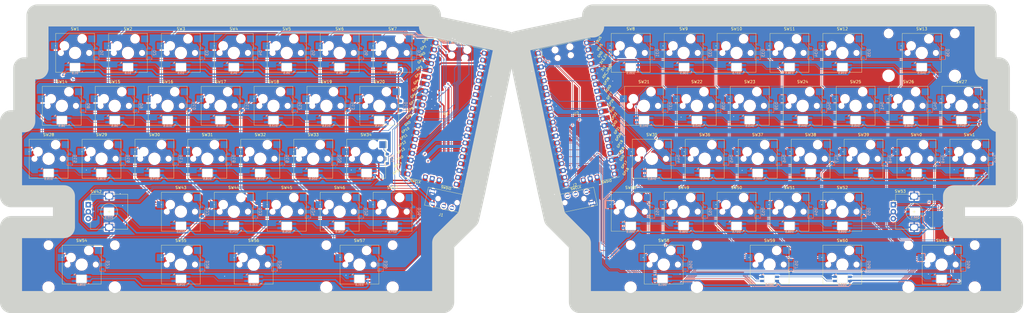
<source format=kicad_pcb>
(kicad_pcb (version 20240108) (generator "pcbnew") (generator_version "8.0")
  (layers (0 "F.Cu" signal) (31 "B.Cu" signal) (34 "B.Paste" user) (35 "F.Paste" user) (36 "B.SilkS" user "B.Silkscreen") (37 "F.SilkS" user "F.Silkscreen") (38 "B.Mask" user) (39 "F.Mask" user) (44 "Edge.Cuts" user))
  (net 0 "")
  (net 1 "L_RGB")
  (net 2 "L_GND")
  (net 4 "L_GP1")
  (net 5 "L_GP0")
  (net 6 "R_GP1")
  (net 7 "R_GP0")
  (net 8 "Net-(D8-A)")
  (net 9 "L_C0")
  (net 10 "Net-(D9-A)")
  (net 11 "L_C1")
  (net 12 "L_C2")
  (net 13 "Net-(D10-A)")
  (net 14 "Net-(D11-A)")
  (net 15 "L_C3")
  (net 16 "Net-(D12-A)")
  (net 17 "L_C4")
  (net 18 "L_C5")
  (net 19 "Net-(D13-A)")
  (net 20 "L_C6")
  (net 21 "Net-(D14-A)")
  (net 22 "Net-(D1-A)")
  (net 23 "Net-(D2-A)")
  (net 24 "Net-(D3-A)")
  (net 25 "Net-(D4-A)")
  (net 26 "Net-(D5-A)")
  (net 27 "Net-(D6-A)")
  (net 28 "Net-(D7-A)")
  (net 29 "Net-(D15-A)")
  (net 30 "Net-(D16-A)")
  (net 31 "Net-(D17-A)")
  (net 32 "Net-(D18-A)")
  (net 33 "Net-(D19-A)")
  (net 34 "Net-(D20-A)")
  (net 35 "Net-(D21-A)")
  (net 36 "R_C7")
  (net 37 "Net-(D48-A)")
  (net 38 "Net-(D24-A)")
  (net 39 "Net-(D25-A)")
  (net 40 "Net-(D26-A)")
  (net 41 "Net-(D27-A)")
  (net 42 "Net-(D28-A)")
  (net 43 "R_C8")
  (net 44 "R_C9")
  (net 45 "R_C10")
  (net 46 "R_C11")
  (net 47 "R_C12")
  (net 48 "R_ECA")
  (net 49 "R_ECB")
  (net 50 "L_ECA")
  (net 51 "L_ECB")
  (net 52 "R_C13")
  (net 53 "L_R2")
  (net 58 "L_R0")
  (net 59 "L_R1")
  (net 60 "L_R3")
  (net 61 "L_R4")
  (net 62 "R_R1")
  (net 65 "R_R2")
  (net 68 "R_R0")
  (net 72 "R_R4")
  (net 76 "R_RGB")
  (net 79 "R_R3")
  (net 81 "Net-(D1.5-DOUT)")
  (net 82 "Net-(D2.5-DOUT)")
  (net 83 "Net-(D3.5-DOUT)")
  (net 84 "Net-(D4.5-DOUT)")
  (net 85 "Net-(D5.5-DOUT)")
  (net 86 "Net-(D6.5-DOUT)")
  (net 87 "Net-(D7.5-DOUT)")
  (net 88 "Net-(D8.5-DOUT)")
  (net 89 "Net-(D10.5-DIN)")
  (net 90 "Net-(D10.5-DOUT)")
  (net 91 "Net-(D11.5-DOUT)")
  (net 92 "Net-(D12.5-DOUT)")
  (net 93 "Net-(D13.5-DOUT)")
  (net 94 "Net-(D14.5-DOUT)")
  (net 95 "Net-(D15.5-DOUT)")
  (net 96 "Net-(D16.5-DOUT)")
  (net 97 "Net-(D17.5-DOUT)")
  (net 98 "Net-(D18.5-DOUT)")
  (net 99 "Net-(D19.5-DOUT)")
  (net 100 "Net-(D20.5-DOUT)")
  (net 101 "Net-(D21.5-DOUT)")
  (net 102 "Net-(D22-A)")
  (net 103 "Net-(D22.5-DOUT)")
  (net 104 "Net-(D23-A)")
  (net 105 "Net-(D23.5-DOUT)")
  (net 106 "Net-(D24.5-DOUT)")
  (net 107 "Net-(D25.5-DOUT)")
  (net 108 "Net-(D26.5-DOUT)")
  (net 109 "Net-(D27.5-DOUT)")
  (net 110 "Net-(D28.5-DOUT)")
  (net 111 "Net-(D29-A)")
  (net 112 "Net-(D29.5-DOUT)")
  (net 113 "Net-(D30-A)")
  (net 114 "Net-(D30.5-DOUT)")
  (net 115 "Net-(D35.5-DOUT)")
  (net 116 "Net-(D36.5-DOUT)")
  (net 117 "Net-(D37.5-DOUT)")
  (net 118 "Net-(D38.5-DOUT)")
  (net 119 "Net-(D39.5-DOUT)")
  (net 120 "Net-(D40.5-DOUT)")
  (net 121 "Net-(D41.5-DOUT)")
  (net 122 "Net-(D42.5-DOUT)")
  (net 123 "Net-(D43.5-DOUT)")
  (net 124 "Net-(D44.5-DOUT)")
  (net 125 "Net-(D45.5-DOUT)")
  (net 126 "Net-(D46.5-DOUT)")
  (net 127 "Net-(D47.5-DOUT)")
  (net 128 "Net-(D48.5-DOUT)")
  (net 129 "Net-(D49.5-DOUT)")
  (net 130 "Net-(D50.5-DOUT)")
  (net 131 "Net-(D51.5-DOUT)")
  (net 132 "Net-(D52.5-DOUT)")
  (net 133 "Net-(D53.5-DOUT)")
  (net 134 "Net-(D54.5-DOUT)")
  (net 135 "Net-(D55.5-DOUT)")
  (net 136 "Net-(D56.5-DOUT)")
  (net 137 "Net-(D57.5-DOUT)")
  (net 138 "Net-(D58.5-DOUT)")
  (net 139 "Net-(D59.5-DOUT)")
  (net 140 "Net-(D60.5-DOUT)")
  (net 141 "Net-(D61.5-DOUT)")
  (net 142 "Net-(D62.5-DOUT)")
  (net 143 "Net-(D63.5-DOUT)")
  (net 145 "GND")
  (net 146 "L_VBUS")
  (net 147 "R_VBUS")
  (net 148 "Net-(D31-A)")
  (net 149 "Net-(D32-A)")
  (net 150 "Net-(D33-A)")
  (net 151 "Net-(D34-A)")
  (net 152 "Net-(D35-A)")
  (net 153 "Net-(D36-A)")
  (net 154 "Net-(D38-A)")
  (net 155 "Net-(D39-A)")
  (net 156 "Net-(D40-A)")
  (net 157 "Net-(D41-A)")
  (net 158 "Net-(D42-A)")
  (net 159 "Net-(D43-A)")
  (net 160 "Net-(D44-A)")
  (net 161 "Net-(D45-A)")
  (net 162 "Net-(D46-A)")
  (net 163 "Net-(D47-A)")
  (net 164 "Net-(D49-A)")
  (net 165 "Net-(D50-A)")
  (net 166 "Net-(D51-A)")
  (net 167 "Net-(D52-A)")
  (net 168 "Net-(D53-A)")
  (net 169 "Net-(D54-A)")
  (net 170 "Net-(D55-A)")
  (net 171 "Net-(D56-A)")
  (net 172 "Net-(D57-A)")
  (net 173 "Net-(D58-A)")
  (net 174 "Net-(D59-A)")
  (net 175 "Net-(D37-A)")
  (footprint "CherryMX_PCB_KailhSocket:CherryMX_1.00u_PCB_KailhSocket" (layer "F.Cu") (at 257.175 38.1)
    (property "Reference" "SW8")
    (property "Value" "CherryMX")
  )
  (footprint "CherryMX_PCB_KailhSocket:CherryMX_1.00u_PCB_KailhSocket" (layer "F.Cu") (at 333.375 38.1)
    (property "Reference" "SW12")
    (property "Value" "CherryMX")
  )
  (footprint "CherryMX_PCB_KailhSocket:CherryMX_1.00u_PCB_KailhSocket" (layer "F.Cu") (at 128.5875 57.15)
    (property "Reference" "SW18")
    (property "Value" "CherryMX")
  )
  (footprint "CherryMX_PCB_KailhSocket:CherryMX_1.00u_PCB_KailhSocket" (layer "F.Cu") (at 295.275 95.25)
    (property "Reference" "SW50")
    (property "Value" "CherryMX")
  )
  (footprint "CherryMX_PCB_KailhSocket:CherryMX_1.00u_PCB_KailhSocket" (layer "F.Cu") (at 257.175 95.25)
    (property "Reference" "SW48")
    (property "Value" "CherryMX")
  )
  (footprint "CherryMX_PCB_KailhSocket:CherryMX_1.00u_PCB_KailhSocket" (layer "F.Cu") (at 161.925 76.2)
    (property "Reference" "SW34")
    (property "Value" "CherryMX")
  )
  (footprint "CherryMX_PCB_KailhSocket:CherryMX_1.50u_PCB_KailhSocket" (layer "F.Cu") (at 95.25 114.3)
    (property "Reference" "SW55")
    (property "Value" "CherryMX")
  )
  (footprint "CherryMX_PCB_KailhSocket:CherryMX_1.00u_PCB_KailhSocket" (layer "F.Cu") (at 66.675 76.2)
    (property "Reference" "SW29")
    (property "Value" "CherryMX")
  )
  (footprint "CherryMX_PCB_KailhSocket:CherryMX_1.00u_PCB_KailhSocket" (layer "F.Cu") (at 52.3875 57.15)
    (property "Reference" "SW14")
    (property "Value" "CherryMX")
  )
  (footprint "CherryMX_PCB_KailhSocket_StabWireBottom:CherryMX_2.75u_PCB_KailhSocket_StabWireBottom" (layer "F.Cu") (at 269.08125 114.3)
    (property "Reference" "SW58")
    (property "Value" "CherryMX")
  )
  (footprint "CherryMX_PCB_KailhSocket:CherryMX_1.00u_PCB_KailhSocket" (layer "F.Cu") (at 104.775 76.2)
    (property "Reference" "SW31")
    (property "Value" "CherryMX")
  )
  (footprint "CherryMX_PCB_KailhSocket:CherryMX_1.00u_PCB_KailhSocket" (layer "F.Cu") (at 171.45 38.1)
    (property "Reference" "SW7")
    (property "Value" "CherryMX")
  )
  (footprint "MCU_RaspberryPi_and_Boards:RPi_Pico_SMD_TH" (layer "F.Cu") (at 237.61 59.940933 12)
    (property "Reference" "U2")
    (property "Value" "Pico")
  )
  (footprint "Rotary_Encoder:RotaryEncoder_Alps_EC12E_Vertical_H20mm" (layer "F.Cu") (at 351.7125 92.7525)
    (property "Reference" "SW53")
    (property "Value" "RotaryEncoder")
  )
  (footprint "CherryMX_PCB_KailhSocket:CherryMX_1.00u_PCB_KailhSocket" (layer "F.Cu") (at 85.725 76.2)
    (property "Reference" "SW30")
    (property "Value" "CherryMX")
  )
  (footprint "CherryMX_PCB_KailhSocket:CherryMX_1.00u_PCB_KailhSocket" (layer "F.Cu") (at 276.225 38.1)
    (property "Reference" "SW9")
    (property "Value" "CherryMX")
  )
  (footprint "CherryMX_PCB_KailhSocket:CherryMX_1.00u_PCB_KailhSocket" (layer "F.Cu") (at 166.6875 57.15)
    (property "Reference" "SW20")
    (property "Value" "CherryMX")
  )
  (footprint "CherryMX_PCB_KailhSocket:CherryMX_1.00u_PCB_KailhSocket" (layer "F.Cu") (at 95.25 38.1)
    (property "Reference" "SW3")
    (property "Value" "CherryMX")
  )
  (footprint "CherryMX_PCB_KailhSocket:CherryMX_1.00u_PCB_KailhSocket" (layer "F.Cu") (at 57.15 38.1)
    (property "Reference" "SW1")
    (property "Value" "CherryMX")
  )
  (footprint "CherryMX_PCB_KailhSocket_StabWireBottom:CherryMX_2.00u_PCB_KailhSocket_StabWireBottom" (layer "F.Cu") (at 361.95 38.1)
    (property "Reference" "SW13")
    (property "Value" "CherryMX")
  )
  (footprint "footprints:PJ-320A" (layer "F.Cu") (at 229.41 90.632698 12)
    (property "Reference" "J2")
    (property "Value" "L_TRRS")
  )
  (footprint "CherryMX_PCB_KailhSocket:CherryMX_1.00u_PCB_KailhSocket" (layer "F.Cu") (at 340.995 76.2)
    (property "Reference" "SW39")
    (property "Value" "CherryMX")
  )
  (footprint "CherryMX_PCB_KailhSocket:CherryMX_1.00u_PCB_KailhSocket" (layer "F.Cu") (at 123.825 76.2)
    (property "Reference" "SW32")
    (property "Value" "CherryMX")
  )
  (footprint "CherryMX_PCB_KailhSocket:CherryMX_1.00u_PCB_KailhSocket" (layer "F.Cu") (at 321.945 76.2)
    (property "Reference" "SW38")
    (property "Value" "CherryMX")
  )
  (footprint "CherryMX_PCB_KailhSocket:CherryMX_1.00u_PCB_KailhSocket" (layer "F.Cu") (at 300.0375 57.15)
    (property "Reference" "SW23")
    (property "Value" "CherryMX")
  )
  (footprint "CherryMX_PCB_KailhSocket:CherryMX_1.00u_PCB_KailhSocket" (layer "F.Cu") (at 376.2375 57.15)
    (property "Reference" "SW27")
    (property "Value" "CherryMX")
  )
  (footprint "CherryMX_PCB_KailhSocket:CherryMX_1.00u_PCB_KailhSocket" (layer "F.Cu") (at 357.1875 57.15)
    (property "Reference" "SW26")
    (property "Value" "CherryMX")
  )
  (footprint "CherryMX_PCB_KailhSocket:CherryMX_1.00u_PCB_KailhSocket" (layer "F.Cu") (at 90.4875 57.15)
    (property "Reference" "SW16")
    (property "Value" "CherryMX")
  )
  (footprint "CherryMX_PCB_KailhSocket:CherryMX_1.00u_PCB_KailhSocket" (layer "F.Cu") (at 142.875 76.2)
    (property "Reference" "SW33")
    (property "Value" "CherryMX")
  )
  (footprint "CherryMX_PCB_KailhSocket:CherryMX_1.00u_PCB_KailhSocket" (layer "F.Cu") (at 95.25 95.25)
    (property "Reference" "SW43")
    (property "Value" "CherryMX")
  )
  (footprint "CherryMX_PCB_KailhSocket:CherryMX_1.00u_PCB_KailhSocket" (layer "F.Cu") (at 338.1375 57.15)
    (property "Reference" "SW25")
    (property "Value" "CherryMX")
  )
  (footprint "CherryMX_PCB_KailhSocket:CherryMX_1.00u_PCB_KailhSocket" (layer "F.Cu") (at 152.4 95.25)
    (property "Reference" "SW46")
    (property "Value" "CherryMX")
  )
  (footprint "CherryMX_PCB_KailhSocket:CherryMX_1.00u_PCB_KailhSocket" (layer "F.Cu") (at 379.095 76.2)
    (property "Reference" "SW41")
    (property "Value" "CherryMX")
  )
  (footprint "CherryMX_PCB_KailhSocket_StabWireBottom:CherryMX_2.75u_PCB_KailhSocket_StabWireBottom" (layer "F.Cu") (at 159.54375 114.3)
    (property "Reference" "SW57")
    (property "Value" "CherryMX")
  )
  (footprint "CherryMX_PCB_KailhSocket:CherryMX_1.25u_PCB_KailhSocket" (layer "F.Cu") (at 307.18125 114.3)
    (property "Reference" "SW59")
    (property "Value" "CherryMX")
  )
  (footprint "MCU_RaspberryPi_and_Boards:RPi_Pico_SMD_TH" (layer "F.Cu") (at 190.701102 59.940933 -12)
    (property "Reference" "U1")
    (property "Value" "Pico")
  )
  (footprint "CherryMX_PCB_KailhSocket:CherryMX_1.00u_PCB_KailhSocket" (layer "F.Cu") (at 283.845 76.2)
    (property "Reference" "SW36")
    (property "Value" "CherryMX")
  )
  (footprint "CherryMX_PCB_KailhSocket:CherryMX_1.00u_PCB_KailhSocket" (layer "F.Cu") (at 264.795 76.2)
    (property "Reference" "SW35")
    (property "Value" "CherryMX")
  )
  (footprint "CherryMX_PCB_KailhSocket:CherryMX_1.00u_PCB_KailhSocket" (layer "F.Cu") (at 261.9375 57.15)
    (property "Reference" "SW21")
    (property "Value" "CherryMX")
  )
  (footprint "CherryMX_PCB_KailhSocket:CherryMX_1.00u_PCB_KailhSocket" (layer "F.Cu") (at 360.045 76.2)
    (property "Reference" "SW40")
    (property "Value" "CherryMX")
  )
  (footprint "CherryMX_PCB_KailhSocket:CherryMX_1.00u_PCB_KailhSocket" (layer "F.Cu") (at 276.225 95.25)
    (property "Reference" "SW49")
    (property "Value" "CherryMX")
  )
  (footprint "footprints:PJ-320A" (layer "F.Cu") (at 197.85274 94.932698 168)
    (property "Reference" "J1")
    (property "Value" "L_TRRS")
  )
  (footprint "CherryMX_PCB_KailhSocket:CherryMX_1.25u_PCB_KailhSocket" (layer "F.Cu") (at 121.44375 114.3)
    (property "Reference" "SW56")
    (property "Value" "CherryMX")
  )
  (footprint "CherryMX_PCB_KailhSocket:CherryMX_1.00u_PCB_KailhSocket" (layer "F.Cu") (at 314.325 95.25)
    (property "Reference" "SW51")
    (property "Value" "CherryMX")
  )
  (footprint "CherryMX_PCB_KailhSocket:CherryMX_1.00u_PCB_KailhSocket" (layer "F.Cu") (at 47.625 76.2)
    (property "Reference" "SW28")
    (property "Value" "CherryMX")
  )
  (footprint "CherryMX_PCB_KailhSocket:CherryMX_1.00u_PCB_KailhSocket" (layer "F.Cu") (at 319.0875 57.15)
    (property "Reference" "SW24")
    (property "Value" "CherryMX")
  )
  (footprint "CherryMX_PCB_KailhSocket:CherryMX_1.00u_PCB_KailhSocket" (layer "F.Cu") (at 333.375 95.25)
    (property "Reference" "SW52")
    (property "Value" "CherryMX")
  )
  (footprint "CherryMX_PCB_KailhSocket:CherryMX_1.00u_PCB_KailhSocket" (layer "F.Cu") (at 147.6375 57.15)
    (property "Reference" "SW19")
    (property "Value" "CherryMX")
  )
  (footprint "CherryMX_PCB_KailhSocket:CherryMX_1.00u_PCB_KailhSocket" (layer "F.Cu") (at 133.35 38.1)
    (property "Reference" "SW5")
    (property "Value" "CherryMX")
  )
  (footprint "CherryMX_PCB_KailhSocket_StabWireBottom:CherryMX_2.25u_PCB_KailhSocket_StabWireBottom" (layer "F.Cu") (at 369.09375 114.3)
    (property "Reference" "SW61")
    (property "Value" "CherryMX")
  )
  (footprint "CherryMX_PCB_KailhSocket:CherryMX_1.00u_PCB_KailhSocket" (layer "F.Cu") (at 114.3 38.1)
    (property "Reference" "SW4")
    (property "Value" "CherryMX")
  )
  (footprint "CherryMX_PCB_KailhSocket:CherryMX_1.00u_PCB_KailhSocket" (layer "F.Cu") (at 171.45 95.25)
    (property "Reference" "SW47")
    (property "Value" "CherryMX")
  )
  (footprint "CherryMX_PCB_KailhSocket:CherryMX_1.00u_PCB_KailhSocket" (layer "F.Cu") (at 152.4 38.1)
    (property "Reference" "SW6")
    (property "Value" "CherryMX")
  )
  (footprint "CherryMX_PCB_KailhSocket:CherryMX_1.00u_PCB_KailhSocket" (layer "F.Cu") (at 314.325 38.1)
    (property "Reference" "SW11")
    (property "Value" "CherryMX")
  )
  (footprint "CherryMX_PCB_KailhSocket:CherryMX_1.00u_PCB_KailhSocket" (layer "F.Cu") (at 114.3 95.25)
    (property "Reference" "SW44")
    (property "Value" "CherryMX")
  )
  (footprint "CherryMX_PCB_KailhSocket:CherryMX_1.00u_PCB_KailhSocket" (layer "F.Cu") (at 109.5375 57.15)
    (property "Reference" "SW17")
    (property "Value" "CherryMX")
  )
  (footprint "Rotary_Encoder:RotaryEncoder_Alps_EC12E_Vertical_H20mm" (layer "F.Cu") (at 61.9125 92.7525)
    (property "Reference" "SW42")
    (property "Value" "RotaryEncoder")
  )
  (footprint "CherryMX_PCB_KailhSocket:CherryMX_1.00u_PCB_KailhSocket" (layer "F.Cu") (at 280.9875 57.15)
    (property "Reference" "SW22")
    (property "Value" "CherryMX")
  )
  (footprint "CherryMX_PCB_KailhSocket:CherryMX_1.00u_PCB_KailhSocket" (layer "F.Cu") (at 133.35 95.25)
    (property "Reference" "SW45")
    (property "Value" "CherryMX")
  )
  (footprint "CherryMX_PCB_KailhSocket:CherryMX_1.50u_PCB_KailhSocket" (layer "F.Cu") (at 333.375 114.3)
    (property "Reference" "SW60")
    (property "Value" "CherryMX")
  )
  (footprint "CherryMX_PCB_KailhSocket_StabWireBottom:CherryMX_2.25u_PCB_KailhSocket_StabWireBottom" (layer "F.Cu") (at 59.53125 114.3)
    (property "Reference" "SW54")
    (property "Value" "CherryMX")
  )
  (footprint "CherryMX_PCB_KailhSocket:CherryMX_1.00u_PCB_KailhSocket" (layer "F.Cu") (at 71.4375 57.15)
    (property "Reference" "SW15")
    (property "Value" "CherryMX")
  )
  (footprint "CherryMX_PCB_KailhSocket:CherryMX_1.00u_PCB_KailhSocket" (layer "F.Cu") (at 76.2 38.1)
    (property "Reference" "SW2")
    (property "Value" "CherryMX")
  )
  (footprint "CherryMX_PCB_KailhSocket:CherryMX_1.00u_PCB_KailhSocket" (layer "F.Cu") (at 295.275 38.1)
    (property "Reference" "SW10")
    (property "Value" "CherryMX")
  )
  (footprint "CherryMX_PCB_KailhSocket:CherryMX_1.00u_PCB_KailhSocket" (layer "F.Cu") (at 302.895 76.2)
    (property "Reference" "SW37")
    (property "Value" "CherryMX")
  )
  (footprint "Diode_SMD:D_SOD-123" (layer "B.Cu") (at 112.395 76.2 90)
    (property "Reference" "D18")
    (property "Value" "D")
  )
  (footprint "footprints:SK6812-MINI-E" (layer "B.Cu") (at 71.4375 62.2935 180)
    (property "Reference" "D9.5")
    (property "Value" "WS2812B" (hide yes))
    (fp_line (start 1.9 -1.3) (end 1.9 1.3) (stroke (width 0.12)) (layer "Edge.Cuts"))
    (fp_line (start 1.7 1.5) (end -1.7 1.5) (stroke (width 0.12)) (layer "Edge.Cuts"))
    (fp_line (start -1.7 -1.5) (end 1.7 -1.5) (stroke (width 0.12)) (layer "Edge.Cuts"))
    (fp_line (start -1.9 1.3) (end -1.9 -1.3) (stroke (width 0.12)) (layer "Edge.Cuts"))
    (fp_arc (start 1.9 1.3) (mid 1.841421 1.441421) (end 1.7 1.5) (stroke (width 0.12)) (layer "Edge.Cuts"))
    (fp_arc (start 1.7 -1.5) (mid 1.841421 -1.441421) (end 1.9 -1.3) (stroke (width 0.12)) (layer "Edge.Cuts"))
    (fp_arc (start -1.7 1.5) (mid -1.841421 1.441421) (end -1.9 1.3) (stroke (width 0.12)) (layer "Edge.Cuts"))
    (fp_arc (start -1.9 -1.3) (mid -1.841421 -1.441421) (end -1.7 -1.5) (stroke (width 0.12)) (layer "Edge.Cuts"))
  )
  (footprint "Diode_SMD:D_SOD-123" (layer "B.Cu") (at 160.02 95.25 90)
    (property "Reference" "D25")
    (property "Value" "D")
  )
  (footprint "footprints:SK6812-MINI-E" (layer "B.Cu") (at 338.1375 62.2935 180)
    (property "Reference" "D45.5")
    (property "Value" "WS2812B" (hide yes))
    (fp_line (start 1.9 -1.3) (end 1.9 1.3) (stroke (width 0.12)) (layer "Edge.Cuts"))
    (fp_line (start 1.7 1.5) (end -1.7 1.5) (stroke (width 0.12)) (layer "Edge.Cuts"))
    (fp_line (start -1.7 -1.5) (end 1.7 -1.5) (stroke (width 0.12)) (layer "Edge.Cuts"))
    (fp_line (start -1.9 1.3) (end -1.9 -1.3) (stroke (width 0.12)) (layer "Edge.Cuts"))
    (fp_arc (start 1.9 1.3) (mid 1.841421 1.441421) (end 1.7 1.5) (stroke (width 0.12)) (layer "Edge.Cuts"))
    (fp_arc (start 1.7 -1.5) (mid 1.841421 -1.441421) (end 1.9 -1.3) (stroke (width 0.12)) (layer "Edge.Cuts"))
    (fp_arc (start -1.7 1.5) (mid -1.841421 1.441421) (end -1.9 1.3) (stroke (width 0.12)) (layer "Edge.Cuts"))
    (fp_arc (start -1.9 -1.3) (mid -1.841421 -1.441421) (end -1.7 -1.5) (stroke (width 0.12)) (layer "Edge.Cuts"))
  )
  (footprint "Diode_SMD:D_SOD-123" (layer "B.Cu") (at 321.945 95.25 90)
    (property "Reference" "D54")
    (property "Value" "D")
  )
  (footprint "footprints:SK6812-MINI-E" (layer "B.Cu") (at 171.45 100.3935 180)
    (property "Reference" "D27.5")
    (property "Value" "WS2812B" (hide yes))
    (fp_line (start 1.9 -1.3) (end 1.9 1.3) (stroke (width 0.12)) (layer "Edge.Cuts"))
    (fp_line (start 1.7 1.5) (end -1.7 1.5) (stroke (width 0.12)) (layer "Edge.Cuts"))
    (fp_line (start -1.7 -1.5) (end 1.7 -1.5) (stroke (width 0.12)) (layer "Edge.Cuts"))
    (fp_line (start -1.9 1.3) (end -1.9 -1.3) (stroke (width 0.12)) (layer "Edge.Cuts"))
    (fp_arc (start 1.9 1.3) (mid 1.841421 1.441421) (end 1.7 1.5) (stroke (width 0.12)) (layer "Edge.Cuts"))
    (fp_arc (start 1.7 -1.5) (mid 1.841421 -1.441421) (end 1.9 -1.3) (stroke (width 0.12)) (layer "Edge.Cuts"))
    (fp_arc (start -1.7 1.5) (mid -1.841421 1.441421) (end -1.9 1.3) (stroke (width 0.12)) (layer "Edge.Cuts"))
    (fp_arc (start -1.9 -1.3) (mid -1.841421 -1.441421) (end -1.7 -1.5) (stroke (width 0.12)) (layer "Edge.Cuts"))
  )
  (footprint "Diode_SMD:D_SOD-123" (layer "B.Cu") (at 64.769996 38.1 90)
    (property "Reference" "D1")
    (property "Value" "D")
  )
  (footprint "Diode_SMD:D_SOD-123" (layer "B.Cu") (at 383.8575 57.15 90)
    (property "Reference" "D43")
    (property "Value" "D")
  )
  (footprint "footprints:SK6812-MINI-E" (layer "B.Cu") (at 333.375 119.4435 180)
    (property "Reference" "D63.5")
    (property "Value" "WS2812B" (hide yes))
    (fp_line (start 1.9 -1.3) (end 1.9 1.3) (stroke (width 0.12)) (layer "Edge.Cuts"))
    (fp_line (start 1.7 1.5) (end -1.7 1.5) (stroke (width 0.12)) (layer "Edge.Cuts"))
    (fp_line (start -1.7 -1.5) (end 1.7 -1.5) (stroke (width 0.12)) (layer "Edge.Cuts"))
    (fp_line (start -1.9 1.3) (end -1.9 -1.3) (stroke (width 0.12)) (layer "Edge.Cuts"))
    (fp_arc (start 1.9 1.3) (mid 1.841421 1.441421) (end 1.7 1.5) (stroke (width 0.12)) (layer "Edge.Cuts"))
    (fp_arc (start 1.7 -1.5) (mid 1.841421 -1.441421) (end 1.9 -1.3) (stroke (width 0.12)) (layer "Edge.Cuts"))
    (fp_arc (start -1.7 1.5) (mid -1.841421 1.441421) (end -1.9 1.3) (stroke (width 0.12)) (layer "Edge.Cuts"))
    (fp_arc (start -1.9 -1.3) (mid -1.841421 -1.441421) (end -1.7 -1.5) (stroke (width 0.12)) (layer "Edge.Cuts"))
  )
  (footprint "footprints:SK6812-MINI-E" (layer "B.Cu") (at 302.895 81.3435 180)
    (property "Reference" "D50.5")
    (property "Value" "WS2812B" (hide yes))
    (fp_line (start 1.9 -1.3) (end 1.9 1.3) (stroke (width 0.12)) (layer "Edge.Cuts"))
    (fp_line (start 1.7 1.5) (end -1.7 1.5) (stroke (width 0.12)) (layer "Edge.Cuts"))
    (fp_line (start -1.7 -1.5) (end 1.7 -1.5) (stroke (width 0.12)) (layer "Edge.Cuts"))
    (fp_line (start -1.9 1.3) (end -1.9 -1.3) (stroke (width 0.12)) (layer "Edge.Cuts"))
    (fp_arc (start 1.9 1.3) (mid 1.841421 1.441421) (end 1.7 1.5) (stroke (width 0.12)) (layer "Edge.Cuts"))
    (fp_arc (start 1.7 -1.5) (mid 1.841421 -1.441421) (end 1.9 -1.3) (stroke (width 0.12)) (layer "Edge.Cuts"))
    (fp_arc (start -1.7 1.5) (mid -1.841421 1.441421) (end -1.9 1.3) (stroke (width 0.12)) (layer "Edge.Cuts"))
    (fp_arc (start -1.9 -1.3) (mid -1.841421 -1.441421) (end -1.7 -1.5) (stroke (width 0.12)) (layer "Edge.Cuts"))
  )
  (footprint "footprints:SK6812-MINI-E" (layer "B.Cu") (at 152.399996 43.2435 180)
    (property "Reference" "D6.5")
    (property "Value" "WS2812B" (hide yes))
    (fp_line (start 1.9 -1.3) (end 1.9 1.3) (stroke (width 0.12)) (layer "Edge.Cuts"))
    (fp_line (start 1.7 1.5) (end -1.7 1.5) (stroke (width 0.12)) (layer "Edge.Cuts"))
    (fp_line (start -1.7 -1.5) (end 1.7 -1.5) (stroke (width 0.12)) (layer "Edge.Cuts"))
    (fp_line (start -1.9 1.3) (end -1.9 -1.3) (stroke (width 0.12)) (layer "Edge.Cuts"))
    (fp_arc (start 1.9 1.3) (mid 1.841421 1.441421) (end 1.7 1.5) (stroke (width 0.12)) (layer "Edge.Cuts"))
    (fp_arc (start 1.7 -1.5) (mid 1.841421 -1.441421) (end 1.9 -1.3) (stroke (width 0.12)) (layer "Edge.Cuts"))
    (fp_arc (start -1.7 1.5) (mid -1.841421 1.441421) (end -1.9 1.3) (stroke (width 0.12)) (layer "Edge.Cuts"))
    (fp_arc (start -1.9 -1.3) (mid -1.841421 -1.441421) (end -1.7 -1.5) (stroke (width 0.12)) (layer "Edge.Cuts"))
  )
  (footprint "footprints:SK6812-MINI-E" (layer "B.Cu") (at 360.045 81.3435 180)
    (property "Reference" "D53.5")
    (property "Value" "WS2812B" (hide yes))
    (fp_line (start 1.9 -1.3) (end 1.9 1.3) (stroke (width 0.12)) (layer "Edge.Cuts"))
    (fp_line (start 1.7 1.5) (end -1.7 1.5) (stroke (width 0.12)) (layer "Edge.Cuts"))
    (fp_line (start -1.7 -1.5) (end 1.7 -1.5) (stroke (width 0.12)) (layer "Edge.Cuts"))
    (fp_line (start -1.9 1.3) (end -1.9 -1.3) (stroke (width 0.12)) (layer "Edge.Cuts"))
    (fp_arc (start 1.9 1.3) (mid 1.841421 1.441421) (end 1.7 1.5) (stroke (width 0.12)) (layer "Edge.Cuts"))
    (fp_arc (start 1.7 -1.5) (mid 1.841421 -1.441421) (end 1.9 -1.3) (stroke (width 0.12)) (layer "Edge.Cuts"))
    (fp_arc (start -1.7 1.5) (mid -1.841421 1.441421) (end -1.9 1.3) (stroke (width 0.12)) (layer "Edge.Cuts"))
    (fp_arc (start -1.9 -1.3) (mid -1.841421 -1.441421) (end -1.7 -1.5) (stroke (width 0.12)) (layer "Edge.Cuts"))
  )
  (footprint "footprints:SK6812-MINI-E" (layer "B.Cu") (at 314.325 43.2435 180)
    (property "Reference" "D38.5")
    (property "Value" "WS2812B" (hide yes))
    (fp_line (start 1.9 -1.3) (end 1.9 1.3) (stroke (width 0.12)) (layer "Edge.Cuts"))
    (fp_line (start 1.7 1.5) (end -1.7 1.5) (stroke (width 0.12)) (layer "Edge.Cuts"))
    (fp_line (start -1.7 -1.5) (end 1.7 -1.5) (stroke (width 0.12)) (layer "Edge.Cuts"))
    (fp_line (start -1.9 1.3) (end -1.9 -1.3) (stroke (width 0.12)) (layer "Edge.Cuts"))
    (fp_arc (start 1.9 1.3) (mid 1.841421 1.441421) (end 1.7 1.5) (stroke (width 0.12)) (layer "Edge.Cuts"))
    (fp_arc (start 1.7 -1.5) (mid 1.841421 -1.441421) (end 1.9 -1.3) (stroke (width 0.12)) (layer "Edge.Cuts"))
    (fp_arc (start -1.7 1.5) (mid -1.841421 1.441421) (end -1.9 1.3) (stroke (width 0.12)) (layer "Edge.Cuts"))
    (fp_arc (start -1.9 -1.3) (mid -1.841421 -1.441421) (end -1.7 -1.5) (stroke (width 0.12)) (layer "Edge.Cuts"))
  )
  (footprint "footprints:SK6812-MINI-E" (layer "B.Cu") (at 159.54375 119.4435 180)
    (property "Reference" "D31.5")
    (property "Value" "WS2812B" (hide yes))
    (fp_line (start 1.9 -1.3) (end 1.9 1.3) (stroke (width 0.12)) (layer "Edge.Cuts"))
    (fp_line (start 1.7 1.5) (end -1.7 1.5) (stroke (width 0.12)) (layer "Edge.Cuts"))
    (fp_line (start -1.7 -1.5) (end 1.7 -1.5) (stroke (width 0.12)) (layer "Edge.Cuts"))
    (fp_line (start -1.9 1.3) (end -1.9 -1.3) (stroke (width 0.12)) (layer "Edge.Cuts"))
    (fp_arc (start 1.9 1.3) (mid 1.841421 1.441421) (end 1.7 1.5) (stroke (width 0.12)) (layer "Edge.Cuts"))
    (fp_arc (start 1.7 -1.5) (mid 1.841421 -1.441421) (end 1.9 -1.3) (stroke (width 0.12)) (layer "Edge.Cuts"))
    (fp_arc (start -1.7 1.5) (mid -1.841421 1.441421) (end -1.9 1.3) (stroke (width 0.12)) (layer "Edge.Cuts"))
    (fp_arc (start -1.9 -1.3) (mid -1.841421 -1.441421) (end -1.7 -1.5) (stroke (width 0.12)) (layer "Edge.Cuts"))
  )
  (footprint "Diode_SMD:D_SOD-123" (layer "B.Cu") (at 136.2075 57.15 90)
    (property "Reference" "D12")
    (property "Value" "D")
  )
  (footprint "footprints:SK6812-MINI-E" (layer "B.Cu") (at 114.3 100.3935 180)
    (property "Reference" "D24.5")
    (property "Value" "WS2812B" (hide yes))
    (fp_line (start 1.9 -1.3) (end 1.9 1.3) (stroke (width 0.12)) (layer "Edge.Cuts"))
    (fp_line (start 1.7 1.5) (end -1.7 1.5) (stroke (width 0.12)) (layer "Edge.Cuts"))
    (fp_line (start -1.7 -1.5) (end 1.7 -1.5) (stroke (width 0.12)) (layer "Edge.Cuts"))
    (fp_line (start -1.9 1.3) (end -1.9 -1.3) (stroke (width 0.12)) (layer "Edge.Cuts"))
    (fp_arc (start 1.9 1.3) (mid 1.841421 1.441421) (end 1.7 1.5) (stroke (width 0.12)) (layer "Edge.Cuts"))
    (fp_arc (start 1.7 -1.5) (mid 1.841421 -1.441421) (end 1.9 -1.3) (stroke (width 0.12)) (layer "Edge.Cuts"))
    (fp_arc (start -1.7 1.5) (mid -1.841421 1.441421) (end -1.9 1.3) (stroke (width 0.12)) (layer "Edge.Cuts"))
    (fp_arc (start -1.9 -1.3) (mid -1.841421 -1.441421) (end -1.7 -1.5) (stroke (width 0.12)) (layer "Edge.Cuts"))
  )
  (footprint "Diode_SMD:D_SOD-123" (layer "B.Cu") (at 174.3075 57.15 90)
    (property "Reference" "D14")
    (property "Value" "D")
  )
  (footprint "footprints:SK6812-MINI-E" (layer "B.Cu") (at 66.675 81.3435 180)
    (property "Reference" "D16.5")
    (property "Value" "WS2812B" (hide yes))
    (fp_line (start 1.9 -1.3) (end 1.9 1.3) (stroke (width 0.12)) (layer "Edge.Cuts"))
    (fp_line (start 1.7 1.5) (end -1.7 1.5) (stroke (width 0.12)) (layer "Edge.Cuts"))
    (fp_line (start -1.7 -1.5) (end 1.7 -1.5) (stroke (width 0.12)) (layer "Edge.Cuts"))
    (fp_line (start -1.9 1.3) (end -1.9 -1.3) (stroke (width 0.12)) (layer "Edge.Cuts"))
    (fp_arc (start 1.9 1.3) (mid 1.841421 1.441421) (end 1.7 1.5) (stroke (width 0.12)) (layer "Edge.Cuts"))
    (fp_arc (start 1.7 -1.5) (mid 1.841421 -1.441421) (end 1.9 -1.3) (stroke (width 0.12)) (layer "Edge.Cuts"))
    (fp_arc (start -1.7 1.5) (mid -1.841421 1.441421) (end -1.9 1.3) (stroke (width 0.12)) (layer "Edge.Cuts"))
    (fp_arc (start -1.9 -1.3) (mid -1.841421 -1.441421) (end -1.7 -1.5) (stroke (width 0.12)) (layer "Edge.Cuts"))
  )
  (footprint "Diode_SMD:D_SOD-123" (layer "B.Cu") (at 283.845 38.1 90)
    (property "Reference" "D32")
    (property "Value" "D")
  )
  (footprint "footprints:SK6812-MINI-E" (layer "B.Cu") (at 307.18125 119.4435 180)
    (property "Reference" "D62.5")
    (property "Value" "WS2812B" (hide yes))
    (fp_line (start 1.9 -1.3) (end 1.9 1.3) (stroke (width 0.12)) (layer "Edge.Cuts"))
    (fp_line (start 1.7 1.5) (end -1.7 1.5) (stroke (width 0.12)) (layer "Edge.Cuts"))
    (fp_line (start -1.7 -1.5) (end 1.7 -1.5) (stroke (width 0.12)) (layer "Edge.Cuts"))
    (fp_line (start -1.9 1.3) (end -1.9 -1.3) (stroke (width 0.12)) (layer "Edge.Cuts"))
    (fp_arc (start 1.9 1.3) (mid 1.841421 1.441421) (end 1.7 1.5) (stroke (width 0.12)) (layer "Edge.Cuts"))
    (fp_arc (start 1.7 -1.5) (mid 1.841421 -1.441421) (end 1.9 -1.3) (stroke (width 0.12)) (layer "Edge.Cuts"))
    (fp_arc (start -1.7 1.5) (mid -1.841421 1.441421) (end -1.9 1.3) (stroke (width 0.12)) (layer "Edge.Cuts"))
    (fp_arc (start -1.9 -1.3) (mid -1.841421 -1.441421) (end -1.7 -1.5) (stroke (width 0.12)) (layer "Edge.Cuts"))
  )
  (footprint "Diode_SMD:D_SOD-123" (layer "B.Cu") (at 272.415 76.2 90)
    (property "Reference" "D44")
    (property "Value" "D")
  )
  (footprint "Diode_SMD:D_SOD-123" (layer "B.Cu") (at 321.945 38.1 90)
    (property "Reference" "D34")
    (property "Value" "D")
  )
  (footprint "Diode_SMD:D_SOD-123" (layer "B.Cu") (at 117.1575 57.15 90)
    (property "Reference" "D11")
    (property "Value" "D")
  )
  (footprint "footprints:SK6812-MINI-E" (layer "B.Cu") (at 379.095 81.3435 180)
    (property "Reference" "D54.5")
    (property "Value" "WS2812B" (hide yes))
    (fp_line (start 1.9 -1.3) (end 1.9 1.3) (stroke (width 0.12)) (layer "Edge.Cuts"))
    (fp_line (start 1.7 1.5) (end -1.7 1.5) (stroke (width 0.12)) (layer "Edge.Cuts"))
    (fp_line (start -1.7 -1.5) (end 1.7 -1.5) (stroke (width 0.12)) (layer "Edge.Cuts"))
    (fp_line (start -1.9 1.3) (end -1.9 -1.3) (stroke (width 0.12)) (layer "Edge.Cuts"))
    (fp_arc (start 1.9 1.3) (mid 1.841421 1.441421) (end 1.7 1.5) (stroke (width 0.12)) (layer "Edge.Cuts"))
    (fp_arc (start 1.7 -1.5) (mid 1.841421 -1.441421) (end 1.9 -1.3) (stroke (width 0.12)) (layer "Edge.Cuts"))
    (fp_arc (start -1.7 1.5) (mid -1.841421 1.441421) (end -1.9 1.3) (stroke (width 0.12)) (layer "Edge.Cuts"))
    (fp_arc (start -1.9 -1.3) (mid -1.841421 -1.441421) (end -1.7 -1.5) (stroke (width 0.12)) (layer "Edge.Cuts"))
  )
  (footprint "Diode_SMD:D_SOD-123" (layer "B.Cu") (at 291.465 76.2 90)
    (property "Reference" "D45")
    (property "Value" "D")
  )
  (footprint "footprints:SK6812-MINI-E" (layer "B.Cu") (at 147.6375 62.2935 180)
    (property "Reference" "D13.5")
    (property "Value" "WS2812B" (hide yes))
    (fp_line (start 1.9 -1.3) (end 1.9 1.3) (stroke (width 0.12)) (layer "Edge.Cuts"))
    (fp_line (start 1.7 1.5) (end -1.7 1.5) (stroke (width 0.12)) (layer "Edge.Cuts"))
    (fp_line (start -1.7 -1.5) (end 1.7 -1.5) (stroke (width 0.12)) (layer "Edge.Cuts"))
    (fp_line (start -1.9 1.3) (end -1.9 -1.3) (stroke (width 0.12)) (layer "Edge.Cuts"))
    (fp_arc (start 1.9 1.3) (mid 1.841421 1.441421) (end 1.7 1.5) (stroke (width 0.12)) (layer "Edge.Cuts"))
    (fp_arc (start 1.7 -1.5) (mid 1.841421 -1.441421) (end 1.9 -1.3) (stroke (width 0.12)) (layer "Edge.Cuts"))
    (fp_arc (start -1.7 1.5) (mid -1.841421 1.441421) (end -1.9 1.3) (stroke (width 0.12)) (layer "Edge.Cuts"))
    (fp_arc (start -1.9 -1.3) (mid -1.841421 -1.441421) (end -1.7 -1.5) (stroke (width 0.12)) (layer "Edge.Cuts"))
  )
  (footprint "Diode_SMD:D_SOD-123" (layer "B.Cu") (at 102.87 114.3 90)
    (property "Reference" "D28")
    (property "Value" "D")
  )
  (footprint "footprints:SK6812-MINI-E" (layer "B.Cu") (at 359.537 95.25 180)
    (property "Reference" "D60.5")
    (property "Value" "WS2812B" (hide yes))
    (fp_line (start 1.9 -1.3) (end 1.9 1.3) (stroke (width 0.12)) (layer "Edge.Cuts"))
    (fp_line (start 1.7 1.5) (end -1.7 1.5) (stroke (width 0.12)) (layer "Edge.Cuts"))
    (fp_line (start -1.7 -1.5) (end 1.7 -1.5) (stroke (width 0.12)) (layer "Edge.Cuts"))
    (fp_line (start -1.9 1.3) (end -1.9 -1.3) (stroke (width 0.12)) (layer "Edge.Cuts"))
    (fp_arc (start 1.9 1.3) (mid 1.841421 1.441421) (end 1.7 1.5) (stroke (width 0.12)) (layer "Edge.Cuts"))
    (fp_arc (start 1.7 -1.5) (mid 1.841421 -1.441421) (end 1.9 -1.3) (stroke (width 0.12)) (layer "Edge.Cuts"))
    (fp_arc (start -1.7 1.5) (mid -1.841421 1.441421) (end -1.9 1.3) (stroke (width 0.12)) (layer "Edge.Cuts"))
    (fp_arc (start -1.9 -1.3) (mid -1.841421 -1.441421) (end -1.7 -1.5) (stroke (width 0.12)) (layer "Edge.Cuts"))
  )
  (footprint "footprints:SK6812-MINI-E" (layer "B.Cu") (at 280.9875 62.2935 180)
    (property "Reference" "D42.5")
    (property "Value" "WS2812B" (hide yes))
    (fp_line (start 1.9 -1.3) (end 1.9 1.3) (stroke (width 0.12)) (layer "Edge.Cuts"))
    (fp_line (start 1.7 1.5) (end -1.7 1.5) (stroke (width 0.12)) (layer "Edge.Cuts"))
    (fp_line (start -1.7 -1.5) (end 1.7 -1.5) (stroke (width 0.12)) (layer "Edge.Cuts"))
    (fp_line (start -1.9 1.3) (end -1.9 -1.3) (stroke (width 0.12)) (layer "Edge.Cuts"))
    (fp_arc (start 1.9 1.3) (mid 1.841421 1.441421) (end 1.7 1.5) (stroke (width 0.12)) (layer "Edge.Cuts"))
    (fp_arc (start 1.7 -1.5) (mid 1.841421 -1.441421) (end 1.9 -1.3) (stroke (width 0.12)) (layer "Edge.Cuts"))
    (fp_arc (start -1.7 1.5) (mid -1.841421 1.441421) (end -1.9 1.3) (stroke (width 0.12)) (layer "Edge.Cuts"))
    (fp_arc (start -1.9 -1.3) (mid -1.841421 -1.441421) (end -1.7 -1.5) (stroke (width 0.12)) (layer "Edge.Cuts"))
  )
  (footprint "footprints:SK6812-MINI-E" (layer "B.Cu") (at 47.625 81.3435 180)
    (property "Reference" "D15.5")
    (property "Value" "WS2812B" (hide yes))
    (fp_line (start 1.9 -1.3) (end 1.9 1.3) (stroke (width 0.12)) (layer "Edge.Cuts"))
    (fp_line (start 1.7 1.5) (end -1.7 1.5) (stroke (width 0.12)) (layer "Edge.Cuts"))
    (fp_line (start -1.7 -1.5) (end 1.7 -1.5) (stroke (width 0.12)) (layer "Edge.Cuts"))
    (fp_line (start -1.9 1.3) (end -1.9 -1.3) (stroke (width 0.12)) (layer "Edge.Cuts"))
    (fp_arc (start 1.9 1.3) (mid 1.841421 1.441421) (end 1.7 1.5) (stroke (width 0.12)) (layer "Edge.Cuts"))
    (fp_arc (start 1.7 -1.5) (mid 1.841421 -1.441421) (end 1.9 -1.3) (stroke (width 0.12)) (layer "Edge.Cuts"))
    (fp_arc (start -1.7 1.5) (mid -1.841421 1.441421) (end -1.9 1.3) (stroke (width 0.12)) (layer "Edge.Cuts"))
    (fp_arc (start -1.9 -1.3) (mid -1.841421 -1.441421) (end -1.7 -1.5) (stroke (width 0.12)) (layer "Edge.Cuts"))
  )
  (footprint "Diode_SMD:D_SOD-123" (layer "B.Cu") (at 367.665 76.3905 90)
    (property "Reference" "D49")
    (property "Value" "D")
  )
  (footprint "Diode_SMD:D_SOD-123" (layer "B.Cu") (at 60.0075 57.15 90)
    (property "Reference" "D8")
    (property "Value" "D")
  )
  (footprint "footprints:SK6812-MINI-E" (layer "B.Cu") (at 357.1875 62.2935 180)
    (property "Reference" "D46.5")
    (property "Value" "WS2812B" (hide yes))
    (fp_line (start 1.9 -1.3) (end 1.9 1.3) (stroke (width 0.12)) (layer "Edge.Cuts"))
    (fp_line (start 1.7 1.5) (end -1.7 1.5) (stroke (width 0.12)) (layer "Edge.Cuts"))
    (fp_line (start -1.7 -1.5) (end 1.7 -1.5) (stroke (width 0.12)) (layer "Edge.Cuts"))
    (fp_line (start -1.9 1.3) (end -1.9 -1.3) (stroke (width 0.12)) (layer "Edge.Cuts"))
    (fp_arc (start 1.9 1.3) (mid 1.841421 1.441421) (end 1.7 1.5) (stroke (width 0.12)) (layer "Edge.Cuts"))
    (fp_arc (start 1.7 -1.5) (mid 1.841421 -1.441421) (end 1.9 -1.3) (stroke (width 0.12)) (layer "Edge.Cuts"))
    (fp_arc (start -1.7 1.5) (mid -1.841421 1.441421) (end -1.9 1.3) (stroke (width 0.12)) (layer "Edge.Cuts"))
    (fp_arc (start -1.9 -1.3) (mid -1.841421 -1.441421) (end -1.7 -1.5) (stroke (width 0.12)) (layer "Edge.Cuts"))
  )
  (footprint "footprints:SK6812-MINI-E" (layer "B.Cu") (at 90.4875 62.2935 180)
    (property "Reference" "D10.5")
    (property "Value" "WS2812B" (hide yes))
    (fp_line (start 1.9 -1.3) (end 1.9 1.3) (stroke (width 0.12)) (layer "Edge.Cuts"))
    (fp_line (start 1.7 1.5) (end -1.7 1.5) (stroke (width 0.12)) (layer "Edge.Cuts"))
    (fp_line (start -1.7 -1.5) (end 1.7 -1.5) (stroke (width 0.12)) (layer "Edge.Cuts"))
    (fp_line (start -1.9 1.3) (end -1.9 -1.3) (stroke (width 0.12)) (layer "Edge.Cuts"))
    (fp_arc (start 1.9 1.3) (mid 1.841421 1.441421) (end 1.7 1.5) (stroke (width 0.12)) (layer "Edge.Cuts"))
    (fp_arc (start 1.7 -1.5) (mid 1.841421 -1.441421) (end 1.9 -1.3) (stroke (width 0.12)) (layer "Edge.Cuts"))
    (fp_arc (start -1.7 1.5) (mid -1.841421 1.441421) (end -1.9 1.3) (stroke (width 0.12)) (layer "Edge.Cuts"))
    (fp_arc (start -1.9 -1.3) (mid -1.841421 -1.441421) (end -1.7 -1.5) (stroke (width 0.12)) (layer "Edge.Cuts"))
  )
  (footprint "Diode_SMD:D_SOD-123" (layer "B.Cu") (at 79.0575 57.15 90)
    (property "Reference" "D9")
    (property "Value" "D")
  )
  (footprint "Diode_SMD:D_SOD-123" (layer "B.Cu") (at 169.545 76.2 90)
    (property "Reference" "D21")
    (property "Value" "D")
  )
  (footprint "footprints:SK6812-MINI-E" (layer "B.Cu") (at 171.449996 43.2435 180)
    (property "Reference" "D7.5")
    (property "Value" "WS2812B" (hide yes))
    (fp_line (start 1.9 -1.3) (end 1.9 1.3) (stroke (width 0.12)) (layer "Edge.Cuts"))
    (fp_line (start 1.7 1.5) (end -1.7 1.5) (stroke (width 0.12)) (layer "Edge.Cuts"))
    (fp_line (start -1.7 -1.5) (end 1.7 -1.5) (stroke (width 0.12)) (layer "Edge.Cuts"))
    (fp_line (start -1.9 1.3) (end -1.9 -1.3) (stroke (width 0.12)) (layer "Edge.Cuts"))
    (fp_arc (start 1.9 1.3) (mid 1.841421 1.441421) (end 1.7 1.5) (stroke (width 0.12)) (layer "Edge.Cuts"))
    (fp_arc (start 1.7 -1.5) (mid 1.841421 -1.441421) (end 1.9 -1.3) (stroke (width 0.12)) (layer "Edge.Cuts"))
    (fp_arc (start -1.7 1.5) (mid -1.841421 1.441421) (end -1.9 1.3) (stroke (width 0.12)) (layer "Edge.Cuts"))
    (fp_arc (start -1.9 -1.3) (mid -1.841421 -1.441421) (end -1.7 -1.5) (stroke (width 0.12)) (layer "Edge.Cuts"))
  )
  (footprint "footprints:SK6812-MINI-E" (layer "B.Cu") (at 257.175 100.3935 180)
    (property "Reference" "D55.5")
    (property "Value" "WS2812B" (hide yes))
    (fp_line (start 1.9 -1.3) (end 1.9 1.3) (stroke (width 0.12)) (layer "Edge.Cuts"))
    (fp_line (start 1.7 1.5) (end -1.7 1.5) (stroke (width 0.12)) (layer "Edge.Cuts"))
    (fp_line (start -1.7 -1.5) (end 1.7 -1.5) (stroke (width 0.12)) (layer "Edge.Cuts"))
    (fp_line (start -1.9 1.3) (end -1.9 -1.3) (stroke (width 0.12)) (layer "Edge.Cuts"))
    (fp_arc (start 1.9 1.3) (mid 1.841421 1.441421) (end 1.7 1.5) (stroke (width 0.12)) (layer "Edge.Cuts"))
    (fp_arc (start 1.7 -1.5) (mid 1.841421 -1.441421) (end 1.9 -1.3) (stroke (width 0.12)) (layer "Edge.Cuts"))
    (fp_arc (start -1.7 1.5) (mid -1.841421 1.441421) (end -1.9 1.3) (stroke (width 0.12)) (layer "Edge.Cuts"))
    (fp_arc (start -1.9 -1.3) (mid -1.841421 -1.441421) (end -1.7 -1.5) (stroke (width 0.12)) (layer "Edge.Cuts"))
  )
  (footprint "footprints:SK6812-MINI-E" (layer "B.Cu") (at 114.299996 43.2435 180)
    (property "Reference" "D4.5")
    (property "Value" "WS2812B" (hide yes))
    (fp_line (start 1.9 -1.3) (end 1.9 1.3) (stroke (width 0.12)) (layer "Edge.Cuts"))
    (fp_line (start 1.7 1.5) (end -1.7 1.5) (stroke (width 0.12)) (layer "Edge.Cuts"))
    (fp_line (start -1.7 -1.5) (end 1.7 -1.5) (stroke (width 0.12)) (layer "Edge.Cuts"))
    (fp_line (start -1.9 1.3) (end -1.9 -1.3) (stroke (width 0.12)) (layer "Edge.Cuts"))
    (fp_arc (start 1.9 1.3) (mid 1.841421 1.441421) (end 1.7 1.5) (stroke (width 0.12)) (layer "Edge.Cuts"))
    (fp_arc (start 1.7 -1.5) (mid 1.841421 -1.441421) (end 1.9 -1.3) (stroke (width 0.12)) (layer "Edge.Cuts"))
    (fp_arc (start -1.7 1.5) (mid -1.841421 1.441421) (end -1.9 1.3) (stroke (width 0.12)) (layer "Edge.Cuts"))
    (fp_arc (start -1.9 -1.3) (mid -1.841421 -1.441421) (end -1.7 -1.5) (stroke (width 0.12)) (layer "Edge.Cuts"))
  )
  (footprint "Diode_SMD:D_SOD-123" (layer "B.Cu") (at 160.019996 38.1 90)
    (property "Reference" "D6")
    (property "Value" "D")
  )
  (footprint "Diode_SMD:D_SOD-123" (layer "B.Cu") (at 121.919996 38.1 90)
    (property "Reference" "D4")
    (property "Value" "D")
  )
  (footprint "footprints:SK6812-MINI-E" (layer "B.Cu") (at 257.175 43.2435 180)
    (property "Reference" "D35.5")
    (property "Value" "WS2812B" (hide yes))
    (fp_line (start 1.9 -1.3) (end 1.9 1.3) (stroke (width 0.12)) (layer "Edge.Cuts"))
    (fp_line (start 1.7 1.5) (end -1.7 1.5) (stroke (width 0.12)) (layer "Edge.Cuts"))
    (fp_line (start -1.7 -1.5) (end 1.7 -1.5) (stroke (width 0.12)) (layer "Edge.Cuts"))
    (fp_line (start -1.9 1.3) (end -1.9 -1.3) (stroke (width 0.12)) (layer "Edge.Cuts"))
    (fp_arc (start 1.9 1.3) (mid 1.841421 1.441421) (end 1.7 1.5) (stroke (width 0.12)) (layer "Edge.Cuts"))
    (fp_arc (start 1.7 -1.5) (mid 1.841421 -1.441421) (end 1.9 -1.3) (stroke (width 0.12)) (layer "Edge.Cuts"))
    (fp_arc (start -1.7 1.5) (mid -1.841421 1.441421) (end -1.9 1.3) (stroke (width 0.12)) (layer "Edge.Cuts"))
    (fp_arc (start -1.9 -1.3) (mid -1.841421 -1.441421) (end -1.7 -1.5) (stroke (width 0.12)) (layer "Edge.Cuts"))
  )
  (footprint "Diode_SMD:D_SOD-123" (layer "B.Cu") (at 264.795 95.25 90)
    (property "Reference" "D51")
    (property "Value" "D")
  )
  (footprint "footprints:SK6812-MINI-E" (layer "B.Cu") (at 109.5375 62.2935 180)
    (property "Reference" "D11.5")
    (property "Value" "WS2812B" (hide yes))
    (fp_line (start 1.9 -1.3) (end 1.9 1.3) (stroke (width 0.12)) (layer "Edge.Cuts"))
    (fp_line (start 1.7 1.5) (end -1.7 1.5) (stroke (width 0.12)) (layer "Edge.Cuts"))
    (fp_line (start -1.7 -1.5) (end 1.7 -1.5) (stroke (width 0.12)) (layer "Edge.Cuts"))
    (fp_line (start -1.9 1.3) (end -1.9 -1.3) (stroke (width 0.12)) (layer "Edge.Cuts"))
    (fp_arc (start 1.9 1.3) (mid 1.841421 1.441421) (end 1.7 1.5) (stroke (width 0.12)) (layer "Edge.Cuts"))
    (fp_arc (start 1.7 -1.5) (mid 1.841421 -1.441421) (end 1.9 -1.3) (stroke (width 0.12)) (layer "Edge.Cuts"))
    (fp_arc (start -1.7 1.5) (mid -1.841421 1.441421) (end -1.9 1.3) (stroke (width 0.12)) (layer "Edge.Cuts"))
    (fp_arc (start -1.9 -1.3) (mid -1.841421 -1.441421) (end -1.7 -1.5) (stroke (width 0.12)) (layer "Edge.Cuts"))
  )
  (footprint "footprints:SK6812-MINI-E" (layer "B.Cu") (at 142.875 81.3435 180)
    (property "Reference" "D20.5")
    (property "Value" "WS2812B" (hide yes))
    (fp_line (start 1.9 -1.3) (end 1.9 1.3) (stroke (width 0.12)) (layer "Edge.Cuts"))
    (fp_line (start 1.7 1.5) (end -1.7 1.5) (stroke (width 0.12)) (layer "Edge.Cuts"))
    (fp_line (start -1.7 -1.5) (end 1.7 -1.5) (stroke (width 0.12)) (layer "Edge.Cuts"))
    (fp_line (start -1.9 1.3) (end -1.9 -1.3) (stroke (width 0.12)) (layer "Edge.Cuts"))
    (fp_arc (start 1.9 1.3) (mid 1.841421 1.441421) (end 1.7 1.5) (stroke (width 0.12)) (layer "Edge.Cuts"))
    (fp_arc (start 1.7 -1.5) (mid 1.841421 -1.441421) (end 1.9 -1.3) (stroke (width 0.12)) (layer "Edge.Cuts"))
    (fp_arc (start -1.7 1.5) (mid -1.841421 1.441421) (end -1.9 1.3) (stroke (width 0.12)) (layer "Edge.Cuts"))
    (fp_arc (start -1.9 -1.3) (mid -1.841421 -1.441421) (end -1.7 -1.5) (stroke (width 0.12)) (layer "Edge.Cuts"))
  )
  (footprint "Diode_SMD:D_SOD-123" (layer "B.Cu") (at 150.495 76.2 90)
    (property "Reference" "D20")
    (property "Value" "D")
  )
  (footprint "Diode_SMD:D_SOD-123" (layer "B.Cu") (at 102.869996 38.1 90)
    (property "Reference" "D3")
    (property "Value" "D")
  )
  (footprint "Diode_SMD:D_SOD-123" (layer "B.Cu") (at 326.7075 57.15 90)
    (property "Reference" "D40")
    (property "Value" "D")
  )
  (footprint "footprints:SK6812-MINI-E" (layer "B.Cu") (at 104.775 81.3435 180)
    (property "Reference" "D18.5")
    (property "Value" "WS2812B" (hide yes))
    (fp_line (start 1.9 -1.3) (end 1.9 1.3) (stroke (width 0.12)) (layer "Edge.Cuts"))
    (fp_line (start 1.7 1.5) (end -1.7 1.5) (stroke (width 0.12)) (layer "Edge.Cuts"))
    (fp_line (start -1.7 -1.5) (end 1.7 -1.5) (stroke (width 0.12)) (layer "Edge.Cuts"))
    (fp_line (start -1.9 1.3) (end -1.9 -1.3) (stroke (width 0.12)) (layer "Edge.Cuts"))
    (fp_arc (start 1.9 1.3) (mid 1.841421 1.441421) (end 1.7 1.5) (stroke (width 0.12)) (layer "Edge.Cuts"))
    (fp_arc (start 1.7 -1.5) (mid 1.841421 -1.441421) (end 1.9 -1.3) (stroke (width 0.12)) (layer "Edge.Cuts"))
    (fp_arc (start -1.7 1.5) (mid -1.841421 1.441421) (end -1.9 1.3) (stroke (width 0.12)) (layer "Edge.Cuts"))
    (fp_arc (start -1.9 -1.3) (mid -1.841421 -1.441421) (end -1.7 -1.5) (stroke (width 0.12)) (layer "Edge.Cuts"))
  )
  (footprint "Diode_SMD:D_SOD-123" (layer "B.Cu") (at 307.6575 57.15 90)
    (property "Reference" "D39")
    (property "Value" "D")
  )
  (footprint "Diode_SMD:D_SOD-123" (layer "B.Cu") (at 302.895 38.1 90)
    (property "Reference" "D33")
    (property "Value" "D")
  )
  (footprint "footprints:SK6812-MINI-E" (layer "B.Cu") (at 133.35 100.3935 180)
    (property "Reference" "D25.5")
    (property "Value" "WS2812B" (hide yes))
    (fp_line (start 1.9 -1.3) (end 1.9 1.3) (stroke (width 0.12)) (layer "Edge.Cuts"))
    (fp_line (start 1.7 1.5) (end -1.7 1.5) (stroke (width 0.12)) (layer "Edge.Cuts"))
    (fp_line (start -1.7 -1.5) (end 1.7 -1.5) (stroke (width 0.12)) (layer "Edge.Cuts"))
    (fp_line (start -1.9 1.3) (end -1.9 -1.3) (stroke (width 0.12)) (layer "Edge.Cuts"))
    (fp_arc (start 1.9 1.3) (mid 1.841421 1.441421) (end 1.7 1.5) (stroke (width 0.12)) (layer "Edge.Cuts"))
    (fp_arc (start 1.7 -1.5) (mid 1.841421 -1.441421) (end 1.9 -1.3) (stroke (width 0.12)) (layer "Edge.Cuts"))
    (fp_arc (start -1.7 1.5) (mid -1.841421 1.441421) (end -1.9 1.3) (stroke (width 0.12)) (layer "Edge.Cuts"))
    (fp_arc (start -1.9 -1.3) (mid -1.841421 -1.441421) (end -1.7 -1.5) (stroke (width 0.12)) (layer "Edge.Cuts"))
  )
  (footprint "footprints:SK6812-MINI-E" (layer "B.Cu") (at 340.995 81.3435 180)
    (property "Reference" "D52.5")
    (property "Value" "WS2812B" (hide yes))
    (fp_line (start 1.9 -1.3) (end 1.9 1.3) (stroke (width 0.12)) (layer "Edge.Cuts"))
    (fp_line (start 1.7 1.5) (end -1.7 1.5) (stroke (width 0.12)) (layer "Edge.Cuts"))
    (fp_line (start -1.7 -1.5) (end 1.7 -1.5) (stroke (width 0.12)) (layer "Edge.Cuts"))
    (fp_line (start -1.9 1.3) (end -1.9 -1.3) (stroke (width 0.12)) (layer "Edge.Cuts"))
    (fp_arc (start 1.9 1.3) (mid 1.841421 1.441421) (end 1.7 1.5) (stroke (width 0.12)) (layer "Edge.Cuts"))
    (fp_arc (start 1.7 -1.5) (mid 1.841421 -1.441421) (end 1.9 -1.3) (stroke (width 0.12)) (layer "Edge.Cuts"))
    (fp_arc (start -1.7 1.5) (mid -1.841421 1.441421) (end -1.9 1.3) (stroke (width 0.12)) (layer "Edge.Cuts"))
    (fp_arc (start -1.9 -1.3) (mid -1.841421 -1.441421) (end -1.7 -1.5) (stroke (width 0.12)) (layer "Edge.Cuts"))
  )
  (footprint "Diode_SMD:D_SOD-123" (layer "B.Cu") (at 55.245 76.2 90)
    (property "Reference" "D15")
    (property "Value" "D")
  )
  (footprint "Diode_SMD:D_SOD-123" (layer "B.Cu") (at 269.5575 57.15 90)
    (property "Reference" "D37")
    (property "Value" "D")
  )
  (footprint "Diode_SMD:D_SOD-123" (layer "B.Cu") (at 93.345 76.2 90)
    (property "Reference" "D17")
    (property "Value" "D")
  )
  (footprint "footprints:SK6812-MINI-E" (layer "B.Cu") (at 95.25 100.33 180)
    (property "Reference" "D23.5")
    (property "Value" "WS2812B" (hide yes))
    (fp_line (start 1.9 -1.3) (end 1.9 1.3) (stroke (width 0.12)) (layer "Edge.Cuts"))
    (fp_line (start 1.7 1.5) (end -1.7 1.5) (stroke (width 0.12)) (layer "Edge.Cuts"))
    (fp_line (start -1.7 -1.5) (end 1.7 -1.5) (stroke (width 0.12)) (layer "Edge.Cuts"))
    (fp_line (start -1.9 1.3) (end -1.9 -1.3) (stroke (width 0.12)) (layer "Edge.Cuts"))
    (fp_arc (start 1.9 1.3) (mid 1.841421 1.441421) (end 1.7 1.5) (stroke (width 0.12)) (layer "Edge.Cuts"))
    (fp_arc (start 1.7 -1.5) (mid 1.841421 -1.441421) (end 1.9 -1.3) (stroke (width 0.12)) (layer "Edge.Cuts"))
    (fp_arc (start -1.7 1.5) (mid -1.841421 1.441421) (end -1.9 1.3) (stroke (width 0.12)) (layer "Edge.Cuts"))
    (fp_arc (start -1.9 -1.3) (mid -1.841421 -1.441421) (end -1.7 -1.5) (stroke (width 0.12)) (layer "Edge.Cuts"))
  )
  (footprint "footprints:SK6812-MINI-E" (layer "B.Cu") (at 333.375 43.2435 180)
    (property "Reference" "D39.5")
    (property "Value" "WS2812B" (hide yes))
    (fp_line (start 1.9 -1.3) (end 1.9 1.3) (stroke (width 0.12)) (layer "Edge.Cuts"))
    (fp_line (start 1.7 1.5) (end -1.7 1.5) (stroke (width 0.12)) (layer "Edge.Cuts"))
    (fp_line (start -1.7 -1.5) (end 1.7 -1.5) (stroke (width 0.12)) (layer "Edge.Cuts"))
    (fp_line (start -1.9 1.3) (end -1.9 -1.3) (stroke (width 0.12)) (layer "Edge.Cuts"))
    (fp_arc (start 1.9 1.3) (mid 1.841421 1.441421) (end 1.7 1.5) (stroke (width 0.12)) (layer "Edge.Cuts"))
    (fp_arc (start 1.7 -1.5) (mid 1.841421 -1.441421) (end 1.9 -1.3) (stroke (width 0.12)) (layer "Edge.Cuts"))
    (fp_arc (start -1.7 1.5) (mid -1.841421 1.441421) (end -1.9 1.3) (stroke (width 0.12)) (layer "Edge.Cuts"))
    (fp_arc (start -1.9 -1.3) (mid -1.841421 -1.441421) (end -1.7 -1.5) (stroke (width 0.12)) (layer "Edge.Cuts"))
  )
  (footprint "Diode_SMD:D_SOD-123" (layer "B.Cu") (at 314.8965 114.3 90)
    (property "Reference" "D57")
    (property "Value" "D")
  )
  (footprint "Diode_SMD:D_SOD-123" (layer "B.Cu") (at 283.845 95.25 90)
    (property "Reference" "D52")
    (property "Value" "D")
  )
  (footprint "Diode_SMD:D_SOD-123" (layer "B.Cu") (at 376.809 114.3 90)
    (property "Reference" "D59")
    (property "Value" "D")
  )
  (footprint "Diode_SMD:D_SOD-123" (layer "B.Cu") (at 74.295 76.2 90)
    (property "Reference" "D16")
    (property "Value" "D")
  )
  (footprint "Diode_SMD:D_SOD-123" (layer "B.Cu") (at 288.6075 57.15 90)
    (property "Reference" "D38")
    (property "Value" "D")
  )
  (footprint "footprints:SK6812-MINI-E" (layer "B.Cu") (at 276.225 100.3935 180)
    (property "Reference" "D56.5")
    (property "Value" "WS2812B" (hide yes))
    (fp_line (start 1.9 -1.3) (end 1.9 1.3) (stroke (width 0.12)) (layer "Edge.Cuts"))
    (fp_line (start 1.7 1.5) (end -1.7 1.5) (stroke (width 0.12)) (layer "Edge.Cuts"))
    (fp_line (start -1.7 -1.5) (end 1.7 -1.5) (stroke (width 0.12)) (layer "Edge.Cuts"))
    (fp_line (start -1.9 1.3) (end -1.9 -1.3) (stroke (width 0.12)) (layer "Edge.Cuts"))
    (fp_arc (start 1.9 1.3) (mid 1.841421 1.441421) (end 1.7 1.5) (stroke (width 0.12)) (layer "Edge.Cuts"))
    (fp_arc (start 1.7 -1.5) (mid 1.841421 -1.441421) (end 1.9 -1.3) (stroke (width 0.12)) (layer "Edge.Cuts"))
    (fp_arc (start -1.7 1.5) (mid -1.841421 1.441421) (end -1.9 1.3) (stroke (width 0.12)) (layer "Edge.Cuts"))
    (fp_arc (start -1.9 -1.3) (mid -1.841421 -1.441421) (end -1.7 -1.5) (stroke (width 0.12)) (layer "Edge.Cuts"))
  )
  (footprint "footprints:SK6812-MINI-E" (layer "B.Cu") (at 123.825 81.3435 180)
    (property "Reference" "D19.5")
    (property "Value" "WS2812B" (hide yes))
    (fp_line (start 1.9 -1.3) (end 1.9 1.3) (stroke (width 0.12)) (layer "Edge.Cuts"))
    (fp_line (start 1.7 1.5) (end -1.7 1.5) (stroke (width 0.12)) (layer "Edge.Cuts"))
    (fp_line (start -1.7 -1.5) (end 1.7 -1.5) (stroke (width 0.12)) (layer "Edge.Cuts"))
    (fp_line (start -1.9 1.3) (end -1.9 -1.3) (stroke (width 0.12)) (layer "Edge.Cuts"))
    (fp_arc (start 1.9 1.3) (mid 1.841421 1.441421) (end 1.7 1.5) (stroke (width 0.12)) (layer "Edge.Cuts"))
    (fp_arc (start 1.7 -1.5) (mid 1.841421 -1.441421) (end 1.9 -1.3) (stroke (width 0.12)) (layer "Edge.Cuts"))
    (fp_arc (start -1.7 1.5) (mid -1.841421 1.441421) (end -1.9 1.3) (stroke (width 0.12)) (layer "Edge.Cuts"))
    (fp_arc (start -1.9 -1.3) (mid -1.841421 -1.441421) (end -1.7 -1.5) (stroke (width 0.12)) (layer "Edge.Cuts"))
  )
  (footprint "Diode_SMD:D_SOD-123" (layer "B.Cu") (at 276.7965 114.3 90)
    (property "Reference" "D56")
    (property "Value" "D")
  )
  (footprint "Diode_SMD:D_SOD-123" (layer "B.Cu") (at 329.565 76.2 90)
    (property "Reference" "D47")
    (property "Value" "D")
  )
  (footprint "footprints:SK6812-MINI-E" (layer "B.Cu") (at 295.275 100.3935 180)
    (property "Reference" "D57.5")
    (property "Value" "WS2812B" (hide yes))
    (fp_line (start 1.9 -1.3) (end 1.9 1.3) (stroke (width 0.12)) (layer "Edge.Cuts"))
    (fp_line (start 1.7 1.5) (end -1.7 1.5) (stroke (width 0.12)) (layer "Edge.Cuts"))
    (fp_line (start -1.7 -1.5) (end 1.7 -1.5) (stroke (width 0.12)) (layer "Edge.Cuts"))
    (fp_line (start -1.9 1.3) (end -1.9 -1.3) (stroke (width 0.12)) (layer "Edge.Cuts"))
    (fp_arc (start 1.9 1.3) (mid 1.841421 1.441421) (end 1.7 1.5) (stroke (width 0.12)) (layer "Edge.Cuts"))
    (fp_arc (start 1.7 -1.5) (mid 1.841421 -1.441421) (end 1.9 -1.3) (stroke (width 0.12)) (layer "Edge.Cuts"))
    (fp_arc (start -1.7 1.5) (mid -1.841421 1.441421) (end -1.9 1.3) (stroke (width 0.12)) (layer "Edge.Cuts"))
    (fp_arc (start -1.9 -1.3) (mid -1.841421 -1.441421) (end -1.7 -1.5) (stroke (width 0.12)) (layer "Edge.Cuts"))
  )
  (footprint "footprints:SK6812-MINI-E" (layer "B.Cu") (at 57.149996 43.2435 180)
    (property "Reference" "D1.5")
    (property "Value" "WS2812B" (hide yes))
    (fp_line (start 1.9 -1.3) (end 1.9 1.3) (stroke (width 0.12)) (layer "Edge.Cuts"))
    (fp_line (start 1.7 1.5) (end -1.7 1.5) (stroke (width 0.12)) (layer "Edge.Cuts"))
    (fp_line (start -1.7 -1.5) (end 1.7 -1.5) (stroke (width 0.12)) (layer "Edge.Cuts"))
    (fp_line (start -1.9 1.3) (end -1.9 -1.3) (stroke (width 0.12)) (layer "Edge.Cuts"))
    (fp_arc (start 1.9 1.3) (mid 1.841421 1.441421) (end 1.7 1.5) (stroke (width 0.12)) (layer "Edge.Cuts"))
    (fp_arc (start 1.7 -1.5) (mid 1.841421 -1.441421) (end 1.9 -1.3) (stroke (width 0.12)) (layer "Edge.Cuts"))
    (fp_arc (start -1.7 1.5) (mid -1.841421 1.441421) (end -1.9 1.3) (stroke (width 0.12)) (layer "Edge.Cuts"))
    (fp_arc (start -1.9 -1.3) (mid -1.841421 -1.441421) (end -1.7 -1.5) (stroke (width 0.12)) (layer "Edge.Cuts"))
  )
  (footprint "Diode_SMD:D_SOD-123" (layer "B.Cu") (at 167.0685 114.3 90)
    (property "Reference" "D30")
    (property "Value" "D")
  )
  (footprint "footprints:SK6812-MINI-E" (layer "B.Cu") (at 295.275 43.2435 180)
    (property "Reference" "D37.5")
    (property "Value" "WS2812B" (hide yes))
    (fp_line (start 1.9 -1.3) (end 1.9 1.3) (stroke (width 0.12)) (layer "Edge.Cuts"))
    (fp_line (start 1.7 1.5) (end -1.7 1.5) (stroke (width 0.12)) (layer "Edge.Cuts"))
    (fp_line (start -1.7 -1.5) (end 1.7 -1.5) (stroke (width 0.12)) (layer "Edge.Cuts"))
    (fp_line (start -1.9 1.3) (end -1.9 -1.3) (stroke (width 0.12)) (layer "Edge.Cuts"))
    (fp_arc (start 1.9 1.3) (mid 1.841421 1.441421) (end 1.7 1.5) (stroke (width 0.12)) (layer "Edge.Cuts"))
    (fp_arc (start 1.7 -1.5) (mid 1.841421 -1.441421) (end 1.9 -1.3) (stroke (width 0.12)) (layer "Edge.Cuts"))
    (fp_arc (start -1.7 1.5) (mid -1.841421 1.441421) (end -1.9 1.3) (stroke (width 0.12)) (layer "Edge.Cuts"))
    (fp_arc (start -1.9 -1.3) (mid -1.841421 -1.441421) (end -1.7 -1.5) (stroke (width 0.12)) (layer "Edge.Cuts"))
  )
  (footprint "Diode_SMD:D_SOD-123" (layer "B.Cu") (at 345.7575 57.15 90)
    (property "Reference" "D41")
    (property "Value" "D")
  )
  (footprint "Diode_SMD:D_SOD-123" (layer "B.Cu") (at 340.995 95.25 90)
    (property "Reference" "D55")
    (property "Value" "D")
  )
  (footprint "footprints:SK6812-MINI-E" (layer "B.Cu") (at 52.3875 62.2935 180)
    (property "Reference" "D8.5")
    (property "Value" "WS2812B" (hide yes))
    (fp_line (start 1.9 -1.3) (end 1.9 1.3) (stroke (width 0.12)) (layer "Edge.Cuts"))
    (fp_line (start 1.7 1.5) (end -1.7 1.5) (stroke (width 0.12)) (layer "Edge.Cuts"))
    (fp_line (start -1.7 -1.5) (end 1.7 -1.5) (stroke (width 0.12)) (layer "Edge.Cuts"))
    (fp_line (start -1.9 1.3) (end -1.9 -1.3) (stroke (width 0.12)) (layer "Edge.Cuts"))
    (fp_arc (start 1.9 1.3) (mid 1.841421 1.441421) (end 1.7 1.5) (stroke (width 0.12)) (layer "Edge.Cuts"))
    (fp_arc (start 1.7 -1.5) (mid 1.841421 -1.441421) (end 1.9 -1.3) (stroke (width 0.12)) (layer "Edge.Cuts"))
    (fp_arc (start -1.7 1.5) (mid -1.841421 1.441421) (end -1.9 1.3) (stroke (width 0.12)) (layer "Edge.Cuts"))
    (fp_arc (start -1.9 -1.3) (mid -1.841421 -1.441421) (end -1.7 -1.5) (stroke (width 0.12)) (layer "Edge.Cuts"))
  )
  (footprint "Diode_SMD:D_SOD-123" (layer "B.Cu") (at 179.07 95.25 90)
    (property "Reference" "D26")
    (property "Value" "D")
  )
  (footprint "footprints:SK6812-MINI-E" (layer "B.Cu") (at 128.5875 62.2935 180)
    (property "Reference" "D12.5")
    (property "Value" "WS2812B" (hide yes))
    (fp_line (start 1.9 -1.3) (end 1.9 1.3) (stroke (width 0.12)) (layer "Edge.Cuts"))
    (fp_line (start 1.7 1.5) (end -1.7 1.5) (stroke (width 0.12)) (layer "Edge.Cuts"))
    (fp_line (start -1.7 -1.5) (end 1.7 -1.5) (stroke (width 0.12)) (layer "Edge.Cuts"))
    (fp_line (start -1.9 1.3) (end -1.9 -1.3) (stroke (width 0.12)) (layer "Edge.Cuts"))
    (fp_arc (start 1.9 1.3) (mid 1.841421 1.441421) (end 1.7 1.5) (stroke (width 0.12)) (layer "Edge.Cuts"))
    (fp_arc (start 1.7 -1.5) (mid 1.841421 -1.441421) (end 1.9 -1.3) (stroke (width 0.12)) (layer "Edge.Cuts"))
    (fp_arc (start -1.7 1.5) (mid -1.841421 1.441421) (end -1.9 1.3) (stroke (width 0.12)) (layer "Edge.Cuts"))
    (fp_arc (start -1.9 -1.3) (mid -1.841421 -1.441421) (end -1.7 -1.5) (stroke (width 0.12)) (layer "Edge.Cuts"))
  )
  (footprint "footprints:SK6812-MINI-E" (layer "B.Cu") (at 69.342 95.25 180)
    (property "Reference" "D22.5")
    (property "Value" "WS2812B" (hide yes))
    (fp_line (start 1.9 -1.3) (end 1.9 1.3) (stroke (width 0.12)) (layer "Edge.Cuts"))
    (fp_line (start 1.7 1.5) (end -1.7 1.5) (stroke (width 0.12)) (layer "Edge.Cuts"))
    (fp_line (start -1.7 -1.5) (end 1.7 -1.5) (stroke (width 0.12)) (layer "Edge.Cuts"))
    (fp_line (start -1.9 1.3) (end -1.9 -1.3) (stroke (width 0.12)) (layer "Edge.Cuts"))
    (fp_arc (start 1.9 1.3) (mid 1.841421 1.441421) (end 1.7 1.5) (stroke (width 0.12)) (layer "Edge.Cuts"))
    (fp_arc (start 1.7 -1.5) (mid 1.841421 -1.441421) (end 1.9 -1.3) (stroke (width 0.12)) (layer "Edge.Cuts"))
    (fp_arc (start -1.7 1.5) (mid -1.841421 1.441421) (end -1.9 1.3) (stroke (width 0.12)) (layer "Edge.Cuts"))
    (fp_arc (start -1.9 -1.3) (mid -1.841421 -1.441421) (end -1.7 -1.5) (stroke (width 0.12)) (layer "Edge.Cuts"))
  )
  (footprint "Diode_SMD:D_SOD-123" (layer "B.Cu") (at 340.995 114.3 90)
    (property "Reference" "D58")
    (property "Value" "D")
  )
  (footprint "footprints:SK6812-MINI-E" (layer "B.Cu") (at 162.1155 81.3435 180)
    (property "Reference" "D21.5")
    (property "Value" "WS2812B" (hide yes))
    (fp_line (start 1.9 -1.3) (end 1.9 1.3) (stroke (width 0.12)) (layer "Edge.Cuts"))
    (fp_line (start 1.7 1.5) (end -1.7 1.5) (stroke (width 0.12)) (layer "Edge.Cuts"))
    (fp_line (start -1.7 -1.5) (end 1.7 -1.5) (stroke (width 0.12)) (layer "Edge.Cuts"))
    (fp_line (start -1.9 1.3) (end -1.9 -1.3) (stroke (width 0.12)) (layer "Edge.Cuts"))
    (fp_arc (start 1.9 1.3) (mid 1.841421 1.441421) (end 1.7 1.5) (stroke (width 0.12)) (layer "Edge.Cuts"))
    (fp_arc (start 1.7 -1.5) (mid 1.841421 -1.441421) (end 1.9 -1.3) (stroke (width 0.12)) (layer "Edge.Cuts"))
    (fp_arc (start -1.7 1.5) (mid -1.841421 1.441421) (end -1.9 1.3) (stroke (width 0.12)) (layer "Edge.Cuts"))
    (fp_arc (start -1.9 -1.3) (mid -1.841421 -1.441421) (end -1.7 -1.5) (stroke (width 0.12)) (layer "Edge.Cuts"))
  )
  (footprint "footprints:SK6812-MINI-E" (layer "B.Cu") (at 376.2375 62.2935 180)
    (property "Reference" "D47.5")
    (property "Value" "WS2812B" (hide yes))
    (fp_line (start 1.9 -1.3) (end 1.9 1.3) (stroke (width 0.12)) (layer "Edge.Cuts"))
    (fp_line (start 1.7 1.5) (end -1.7 1.5) (stroke (width 0.12)) (layer "Edge.Cuts"))
    (fp_line (start -1.7 -1.5) (end 1.7 -1.5) (stroke (width 0.12)) (layer "Edge.Cuts"))
    (fp_line (start -1.9 1.3) (end -1.9 -1.3) (stroke (width 0.12)) (layer "Edge.Cuts"))
    (fp_arc (start 1.9 1.3) (mid 1.841421 1.441421) (end 1.7 1.5) (stroke (width 0.12)) (layer "Edge.Cuts"))
    (fp_arc (start 1.7 -1.5) (mid 1.841421 -1.441421) (end 1.9 -1.3) (stroke (width 0.12)) (layer "Edge.Cuts"))
    (fp_arc (start -1.7 1.5) (mid -1.841421 1.441421) (end -1.9 1.3) (stroke (width 0.12)) (layer "Edge.Cuts"))
    (fp_arc (start -1.9 -1.3) (mid -1.841421 -1.441421) (end -1.7 -1.5) (stroke (width 0.12)) (layer "Edge.Cuts"))
  )
  (footprint "footprints:SK6812-MINI-E" (layer "B.Cu") (at 283.845 81.3435 180)
    (property "Reference" "D49.5")
    (property "Value" "WS2812B" (hide yes))
    (fp_line (start 1.9 -1.3) (end 1.9 1.3) (stroke (width 0.12)) (layer "Edge.Cuts"))
    (fp_line (start 1.7 1.5) (end -1.7 1.5) (stroke (width 0.12)) (layer "Edge.Cuts"))
    (fp_line (start -1.7 -1.5) (end 1.7 -1.5) (stroke (width 0.12)) (layer "Edge.Cuts"))
    (fp_line (start -1.9 1.3) (end -1.9 -1.3) (stroke (width 0.12)) (layer "Edge.Cuts"))
    (fp_arc (start 1.9 1.3) (mid 1.841421 1.441421) (end 1.7 1.5) (stroke (width 0.12)) (layer "Edge.Cuts"))
    (fp_arc (start 1.7 -1.5) (mid 1.841421 -1.441421) (end 1.9 -1.3) (stroke (width 0.12)) (layer "Edge.Cuts"))
    (fp_arc (start -1.7 1.5) (mid -1.841421 1.441421) (end -1.9 1.3) (stroke (width 0.12)) (layer "Edge.Cuts"))
    (fp_arc (start -1.9 -1.3) (mid -1.841421 -1.441421) (end -1.7 -1.5) (stroke (width 0.12)) (layer "Edge.Cuts"))
  )
  (footprint "Diode_SMD:D_SOD-123" (layer "B.Cu") (at 121.92 95.25 90)
    (property "Reference" "D23")
    (property "Value" "D")
  )
  (footprint "footprints:SK6812-MINI-E" (layer "B.Cu") (at 369.09375 119.4435 180)
    (property "Reference" "D64.5")
    (property "Value" "WS2812B" (hide yes))
    (fp_line (start 1.9 -1.3) (end 1.9 1.3) (stroke (width 0.12)) (layer "Edge.Cuts"))
    (fp_line (start 1.7 1.5) (end -1.7 1.5) (stroke (width 0.12)) (layer "Edge.Cuts"))
    (fp_line (start -1.7 -1.5) (end 1.7 -1.5) (stroke (width 0.12)) (layer "Edge.Cuts"))
    (fp_line (start -1.9 1.3) (end -1.9 -1.3) (stroke (width 0.12)) (layer "Edge.Cuts"))
    (fp_arc (start 1.9 1.3) (mid 1.841421 1.441421) (end 1.7 1.5) (stroke (width 0.12)) (layer "Edge.Cuts"))
    (fp_arc (start 1.7 -1.5) (mid 1.841421 -1.441421) (end 1.9 -1.3) (stroke (width 0.12)) (layer "Edge.Cuts"))
    (fp_arc (start -1.7 1.5) (mid -1.841421 1.441421) (end -1.9 1.3) (stroke (width 0.12)) (layer "Edge.Cuts"))
    (fp_arc (start -1.9 -1.3) (mid -1.841421 -1.441421) (end -1.7 -1.5) (stroke (width 0.12)) (layer "Edge.Cuts"))
  )
  (footprint "Diode_SMD:D_SOD-123" (layer "B.Cu") (at 128.9685 114.3 90)
    (property "Reference" "D29")
    (property "Value" "D")
  )
  (footprint "Diode_SMD:D_SOD-123" (layer "B.Cu") (at 364.8075 57.15 90)
    (property "Reference" "D42")
    (property "Value" "D")
  )
  (footprint "footprints:SK6812-MINI-E" (layer "B.Cu") (at 152.4 100.3935 180)
    (property "Reference" "D26.5")
    (property "Value" "WS2812B" (hide yes))
    (fp_line (start 1.9 -1.3) (end 1.9 1.3) (stroke (width 0.12)) (layer "Edge.Cuts"))
    (fp_line (start 1.7 1.5) (end -1.7 1.5) (stroke (width 0.12)) (layer "Edge.Cuts"))
    (fp_line (start -1.7 -1.5) (end 1.7 -1.5) (stroke (width 0.12)) (layer "Edge.Cuts"))
    (fp_line (start -1.9 1.3) (end -1.9 -1.3) (stroke (width 0.12)) (layer "Edge.Cuts"))
    (fp_arc (start 1.9 1.3) (mid 1.841421 1.441421) (end 1.7 1.5) (stroke (width 0.12)) (layer "Edge.Cuts"))
    (fp_arc (start 1.7 -1.5) (mid 1.841421 -1.441421) (end 1.9 -1.3) (stroke (width 0.12)) (layer "Edge.Cuts"))
    (fp_arc (start -1.7 1.5) (mid -1.841421 1.441421) (end -1.9 1.3) (stroke (width 0.12)) (layer "Edge.Cuts"))
    (fp_arc (start -1.9 -1.3) (mid -1.841421 -1.441421) (end -1.7 -1.5) (stroke (width 0.12)) (layer "Edge.Cuts"))
  )
  (footprint "Diode_SMD:D_SOD-123" (layer "B.Cu") (at 140.97 95.25 90)
    (property "Reference" "D24")
    (property "Value" "D")
  )
  (footprint "footprints:SK6812-MINI-E" (layer "B.Cu") (at 300.0375 62.2935 180)
    (property "Reference" "D43.5")
    (property "Value" "WS2812B" (hide yes))
    (fp_line (start 1.9 -1.3) (end 1.9 1.3) (stroke (width 0.12)) (layer "Edge.Cuts"))
    (fp_line (start 1.7 1.5) (end -1.7 1.5) (stroke (width 0.12)) (layer "Edge.Cuts"))
    (fp_line (start -1.7 -1.5) (end 1.7 -1.5) (stroke (width 0.12)) (layer "Edge.Cuts"))
    (fp_line (start -1.9 1.3) (end -1.9 -1.3) (stroke (width 0.12)) (layer "Edge.Cuts"))
    (fp_arc (start 1.9 1.3) (mid 1.841421 1.441421) (end 1.7 1.5) (stroke (width 0.12)) (layer "Edge.Cuts"))
    (fp_arc (start 1.7 -1.5) (mid 1.841421 -1.441421) (end 1.9 -1.3) (stroke (width 0.12)) (layer "Edge.Cuts"))
    (fp_arc (start -1.7 1.5) (mid -1.841421 1.441421) (end -1.9 1.3) (stroke (width 0.12)) (layer "Edge.Cuts"))
    (fp_arc (start -1.9 -1.3) (mid -1.841421 -1.441421) (end -1.7 -1.5) (stroke (width 0.12)) (layer "Edge.Cuts"))
  )
  (footprint "Diode_SMD:D_SOD-123" (layer "B.Cu") (at 98.1075 57.15 90)
    (property "Reference" "D10")
    (property "Value" "D")
  )
  (footprint "Diode_SMD:D_SOD-123" (layer "B.Cu") (at 386.715 76.2 90)
    (property "Reference" "D50")
    (property "Value" "D")
  )
  (footprint "footprints:SK6812-MINI-E" (layer "B.Cu") (at 59.436 119.4435 180)
    (property "Reference" "D28.5")
    (property "Value" "WS2812B" (hide yes))
    (fp_line (start 1.9 -1.3) (end 1.9 1.3) (stroke (width 0.12)) (layer "Edge.Cuts"))
    (fp_line (start 1.7 1.5) (end -1.7 1.5) (stroke (width 0.12)) (layer "Edge.Cuts"))
    (fp_line (start -1.7 -1.5) (end 1.7 -1.5) (stroke (width 0.12)) (layer "Edge.Cuts"))
    (fp_line (start -1.9 1.3) (end -1.9 -1.3) (stroke (width 0.12)) (layer "Edge.Cuts"))
    (fp_arc (start 1.9 1.3) (mid 1.841421 1.441421) (end 1.7 1.5) (stroke (width 0.12)) (layer "Edge.Cuts"))
    (fp_arc (start 1.7 -1.5) (mid 1.841421 -1.441421) (end 1.9 -1.3) (stroke (width 0.12)) (layer "Edge.Cuts"))
    (fp_arc (start -1.7 1.5) (mid -1.841421 1.441421) (end -1.9 1.3) (stroke (width 0.12)) (layer "Edge.Cuts"))
    (fp_arc (start -1.9 -1.3) (mid -1.841421 -1.441421) (end -1.7 -1.5) (stroke (width 0.12)) (layer "Edge.Cuts"))
  )
  (footprint "footprints:SK6812-MINI-E" (layer "B.Cu") (at 314.325 100.3935 180)
    (property "Reference" "D58.5")
    (property "Value" "WS2812B" (hide yes))
    (fp_line (start 1.9 -1.3) (end 1.9 1.3) (stroke (width 0.12)) (layer "Edge.Cuts"))
    (fp_line (start 1.7 1.5) (end -1.7 1.5) (stroke (width 0.12)) (layer "Edge.Cuts"))
    (fp_line (start -1.7 -1.5) (end 1.7 -1.5) (stroke (width 0.12)) (layer "Edge.Cuts"))
    (fp_line (start -1.9 1.3) (end -1.9 -1.3) (stroke (width 0.12)) (layer "Edge.Cuts"))
    (fp_arc (start 1.9 1.3) (mid 1.841421 1.441421) (end 1.7 1.5) (stroke (width 0.12)) (layer "Edge.Cuts"))
    (fp_arc (start 1.7 -1.5) (mid 1.841421 -1.441421) (end 1.9 -1.3) (stroke (width 0.12)) (layer "Edge.Cuts"))
    (fp_arc (start -1.7 1.5) (mid -1.841421 1.441421) (end -1.9 1.3) (stroke (width 0.12)) (layer "Edge.Cuts"))
    (fp_arc (start -1.9 -1.3) (mid -1.841421 -1.441421) (end -1.7 -1.5) (stroke (width 0.12)) (layer "Edge.Cuts"))
  )
  (footprint "footprints:SK6812-MINI-E" (layer "B.Cu") (at 85.725 81.3435 180)
    (property "Reference" "D17.5")
    (property "Value" "WS2812B" (hide yes))
    (fp_line (start 1.9 -1.3) (end 1.9 1.3) (stroke (width 0.12)) (layer "Edge.Cuts"))
    (fp_line (start 1.7 1.5) (end -1.7 1.5) (stroke (width 0.12)) (layer "Edge.Cuts"))
    (fp_line (start -1.7 -1.5) (end 1.7 -1.5) (stroke (width 0.12)) (layer "Edge.Cuts"))
    (fp_line (start -1.9 1.3) (end -1.9 -1.3) (stroke (width 0.12)) (layer "Edge.Cuts"))
    (fp_arc (start 1.9 1.3) (mid 1.841421 1.441421) (end 1.7 1.5) (stroke (width 0.12)) (layer "Edge.Cuts"))
    (fp_arc (start 1.7 -1.5) (mid 1.841421 -1.441421) (end 1.9 -1.3) (stroke (width 0.12)) (layer "Edge.Cuts"))
    (fp_arc (start -1.7 1.5) (mid -1.841421 1.441421) (end -1.9 1.3) (stroke (width 0.12)) (layer "Edge.Cuts"))
    (fp_arc (start -1.9 -1.3) (mid -1.841421 -1.441421) (end -1.7 -1.5) (stroke (width 0.12)) (layer "Edge.Cuts"))
  )
  (footprint "Diode_SMD:D_SOD-123" (layer "B.Cu") (at 348.615 76.3905 90)
    (property "Reference" "D48")
    (property "Value" "D")
  )
  (footprint "footprints:SK6812-MINI-E" (layer "B.Cu") (at 319.0875 62.2935 180)
    (property "Reference" "D44.5")
    (property "Value" "WS2812B" (hide yes))
    (fp_line (start 1.9 -1.3) (end 1.9 1.3) (stroke (width 0.12)) (layer "Edge.Cuts"))
    (fp_line (start 1.7 1.5) (end -1.7 1.5) (stroke (width 0.12)) (layer "Edge.Cuts"))
    (fp_line (start -1.7 -1.5) (end 1.7 -1.5) (stroke (width 0.12)) (layer "Edge.Cuts"))
    (fp_line (start -1.9 1.3) (end -1.9 -1.3) (stroke (width 0.12)) (layer "Edge.Cuts"))
    (fp_arc (start 1.9 1.3) (mid 1.841421 1.441421) (end 1.7 1.5) (stroke (width 0.12)) (layer "Edge.Cuts"))
    (fp_arc (start 1.7 -1.5) (mid 1.841421 -1.441421) (end 1.9 -1.3) (stroke (width 0.12)) (layer "Edge.Cuts"))
    (fp_arc (start -1.7 1.5) (mid -1.841421 1.441421) (end -1.9 1.3) (stroke (width 0.12)) (layer "Edge.Cuts"))
    (fp_arc (start -1.9 -1.3) (mid -1.841421 -1.441421) (end -1.7 -1.5) (stroke (width 0.12)) (layer "Edge.Cuts"))
  )
  (footprint "Diode_SMD:D_SOD-123" (layer "B.Cu") (at 140.969996 38.1 90)
    (property "Reference" "D5")
    (property "Value" "D")
  )
  (footprint "Diode_SMD:D_SOD-123" (layer "B.Cu") (at 340.995 38.1 90)
    (property "Reference" "D35")
    (property "Value" "D")
  )
  (footprint "footprints:SK6812-MINI-E" (layer "B.Cu") (at 133.349996 43.2435 180)
    (property "Reference" "D5.5")
    (property "Value" "WS2812B" (hide yes))
    (fp_line (start 1.9 -1.3) (end 1.9 1.3) (stroke (width 0.12)) (layer "Edge.Cuts"))
    (fp_line (start 1.7 1.5) (end -1.7 1.5) (stroke (width 0.12)) (layer "Edge.Cuts"))
    (fp_line (start -1.7 -1.5) (end 1.7 -1.5) (stroke (width 0.12)) (layer "Edge.Cuts"))
    (fp_line (start -1.9 1.3) (end -1.9 -1.3) (stroke (width 0.12)) (layer "Edge.Cuts"))
    (fp_arc (start 1.9 1.3) (mid 1.841421 1.441421) (end 1.7 1.5) (stroke (width 0.12)) (layer "Edge.Cuts"))
    (fp_arc (start 1.7 -1.5) (mid 1.841421 -1.441421) (end 1.9 -1.3) (stroke (width 0.12)) (layer "Edge.Cuts"))
    (fp_arc (start -1.7 1.5) (mid -1.841421 1.441421) (end -1.9 1.3) (stroke (width 0.12)) (layer "Edge.Cuts"))
    (fp_arc (start -1.9 -1.3) (mid -1.841421 -1.441421) (end -1.7 -1.5) (stroke (width 0.12)) (layer "Edge.Cuts"))
  )
  (footprint "footprints:SK6812-MINI-E" (layer "B.Cu") (at 264.795 81.3435 180)
    (property "Reference" "D48.5")
    (property "Value" "WS2812B" (hide yes))
    (fp_line (start 1.9 -1.3) (end 1.9 1.3) (stroke (width 0.12)) (layer "Edge.Cuts"))
    (fp_line (start 1.7 1.5) (end -1.7 1.5) (stroke (width 0.12)) (layer "Edge.Cuts"))
    (fp_line (start -1.7 -1.5) (end 1.7 -1.5) (stroke (width 0.12)) (layer "Edge.Cuts"))
    (fp_line (start -1.9 1.3) (end -1.9 -1.3) (stroke (width 0.12)) (layer "Edge.Cuts"))
    (fp_arc (start 1.9 1.3) (mid 1.841421 1.441421) (end 1.7 1.5) (stroke (width 0.12)) (layer "Edge.Cuts"))
    (fp_arc (start 1.7 -1.5) (mid 1.841421 -1.441421) (end 1.9 -1.3) (stroke (width 0.12)) (layer "Edge.Cuts"))
    (fp_arc (start -1.7 1.5) (mid -1.841421 1.441421) (end -1.9 1.3) (stroke (width 0.12)) (layer "Edge.Cuts"))
    (fp_arc (start -1.9 -1.3) (mid -1.841421 -1.441421) (end -1.7 -1.5) (stroke (width 0.12)) (layer "Edge.Cuts"))
  )
  (footprint "Diode_SMD:D_SOD-123" (layer "B.Cu") (at 67.056 114.3 90)
    (property "Reference" "D27")
    (property "Value" "D")
  )
  (footprint "footprints:SK6812-MINI-E" (layer "B.Cu") (at 361.95 43.2435 180)
    (property "Reference" "D40.5")
    (property "Value" "WS2812B" (hide yes))
    (fp_line (start 1.9 -1.3) (end 1.9 1.3) (stroke (width 0.12)) (layer "Edge.Cuts"))
    (fp_line (start 1.7 1.5) (end -1.7 1.5) (stroke (width 0.12)) (layer "Edge.Cuts"))
    (fp_line (start -1.7 -1.5) (end 1.7 -1.5) (stroke (width 0.12)) (layer "Edge.Cuts"))
    (fp_line (start -1.9 1.3) (end -1.9 -1.3) (stroke (width 0.12)) (layer "Edge.Cuts"))
    (fp_arc (start 1.9 1.3) (mid 1.841421 1.441421) (end 1.7 1.5) (stroke (width 0.12)) (layer "Edge.Cuts"))
    (fp_arc (start 1.7 -1.5) (mid 1.841421 -1.441421) (end 1.9 -1.3) (stroke (width 0.12)) (layer "Edge.Cuts"))
    (fp_arc (start -1.7 1.5) (mid -1.841421 1.441421) (end -1.9 1.3) (stroke (width 0.12)) (layer "Edge.Cuts"))
    (fp_arc (start -1.9 -1.3) (mid -1.841421 -1.441421) (end -1.7 -1.5) (stroke (width 0.12)) (layer "Edge.Cuts"))
  )
  (footprint "footprints:SK6812-MINI-E" (layer "B.Cu") (at 95.25 119.4315 180)
    (property "Reference" "D29.5")
    (property "Value" "WS2812B" (hide yes))
    (fp_line (start 1.9 -1.3) (end 1.9 1.3) (stroke (width 0.12)) (layer "Edge.Cuts"))
    (fp_line (start 1.7 1.5) (end -1.7 1.5) (stroke (width 0.12)) (layer "Edge.Cuts"))
    (fp_line (start -1.7 -1.5) (end 1.7 -1.5) (stroke (width 0.12)) (layer "Edge.Cuts"))
    (fp_line (start -1.9 1.3) (end -1.9 -1.3) (stroke (width 0.12)) (layer "Edge.Cuts"))
    (fp_arc (start 1.9 1.3) (mid 1.841421 1.441421) (end 1.7 1.5) (stroke (width 0.12)) (layer "Edge.Cuts"))
    (fp_arc (start 1.7 -1.5) (mid 1.841421 -1.441421) (end 1.9 -1.3) (stroke (width 0.12)) (layer "Edge.Cuts"))
    (fp_arc (start -1.7 1.5) (mid -1.841421 1.441421) (end -1.9 1.3) (stroke (width 0.12)) (layer "Edge.Cuts"))
    (fp_arc (start -1.9 -1.3) (mid -1.841421 -1.441421) (end -1.7 -1.5) (stroke (width 0.12)) (layer "Edge.Cuts"))
  )
  (footprint "footprints:SK6812-MINI-E" (layer "B.Cu") (at 121.44375 119.4435 180)
    (property "Reference" "D30.5")
    (property "Value" "WS2812B" (hide yes))
    (fp_line (start 1.9 -1.3) (end 1.9 1.3) (stroke (width 0.12)) (layer "Edge.Cuts"))
    (fp_line (start 1.7 1.5) (end -1.7 1.5) (stroke (width 0.12)) (layer "Edge.Cuts"))
    (fp_line (start -1.7 -1.5) (end 1.7 -1.5) (stroke (width 0.12)) (layer "Edge.Cuts"))
    (fp_line (start -1.9 1.3) (end -1.9 -1.3) (stroke (width 0.12)) (layer "Edge.Cuts"))
    (fp_arc (start 1.9 1.3) (mid 1.841421 1.441421) (end 1.7 1.5) (stroke (width 0.12)) (layer "Edge.Cuts"))
    (fp_arc (start 1.7 -1.5) (mid 1.841421 -1.441421) (end 1.9 -1.3) (stroke (width 0.12)) (layer "Edge.Cuts"))
    (fp_arc (start -1.7 1.5) (mid -1.841421 1.441421) (end -1.9 1.3) (stroke (width 0.12)) (layer "Edge.Cuts"))
    (fp_arc (start -1.9 -1.3) (mid -1.841421 -1.441421) (end -1.7 -1.5) (stroke (width 0.12)) (layer "Edge.Cuts"))
  )
  (footprint "Diode_SMD:D_SOD-123" (layer "B.Cu") (at 155.2575 57.15 90)
    (property "Reference" "D13")
    (property "Value" "D")
  )
  (footprint "Diode_SMD:D_SOD-123" (layer "B.Cu") (at 302.895 95.25 90)
    (property "Reference" "D53")
    (property "Value" "D")
  )
  (footprint "footprints:SK6812-MINI-E" (layer "B.Cu") (at 276.4155 43.2435 180)
    (property "Reference" "D36.5")
    (property "Value" "WS2812B" (hide yes))
    (fp_line (start 1.9 -1.3) (end 1.9 1.3) (stroke (width 0.12)) (layer "Edge.Cuts"))
    (fp_line (start 1.7 1.5) (end -1.7 1.5) (stroke (width 0.12)) (layer "Edge.Cuts"))
    (fp_line (start -1.7 -1.5) (end 1.7 -1.5) (stroke (width 0.12)) (layer "Edge.Cuts"))
    (fp_line (start -1.9 1.3) (end -1.9 -1.3) (stroke (width 0.12)) (layer "Edge.Cuts"))
    (fp_arc (start 1.9 1.3) (mid 1.841421 1.441421) (end 1.7 1.5) (stroke (width 0.12)) (layer "Edge.Cuts"))
    (fp_arc (start 1.7 -1.5) (mid 1.841421 -1.441421) (end 1.9 -1.3) (stroke (width 0.12)) (layer "Edge.Cuts"))
    (fp_arc (start -1.7 1.5) (mid -1.841421 1.441421) (end -1.9 1.3) (stroke (width 0.12)) (layer "Edge.Cuts"))
    (fp_arc (start -1.9 -1.3) (mid -1.841421 -1.441421) (end -1.7 -1.5) (stroke (width 0.12)) (layer "Edge.Cuts"))
  )
  (footprint "footprints:SK6812-MINI-E" (layer "B.Cu") (at 268.605 119.4435 180)
    (property "Reference" "D61.5")
    (property "Value" "WS2812B" (hide yes))
    (fp_line (start 1.9 -1.3) (end 1.9 1.3) (stroke (width 0.12)) (layer "Edge.Cuts"))
    (fp_line (start 1.7 1.5) (end -1.7 1.5) (stroke (width 0.12)) (layer "Edge.Cuts"))
    (fp_line (start -1.7 -1.5) (end 1.7 -1.5) (stroke (width 0.12)) (layer "Edge.Cuts"))
    (fp_line (start -1.9 1.3) (end -1.9 -1.3) (stroke (width 0.12)) (layer "Edge.Cuts"))
    (fp_arc (start 1.9 1.3) (mid 1.841421 1.441421) (end 1.7 1.5) (stroke (width 0.12)) (layer "Edge.Cuts"))
    (fp_arc (start 1.7 -1.5) (mid 1.841421 -1.441421) (end 1.9 -1.3) (stroke (width 0.12)) (layer "Edge.Cuts"))
    (fp_arc (start -1.7 1.5) (mid -1.841421 1.441421) (end -1.9 1.3) (stroke (width 0.12)) (layer "Edge.Cuts"))
    (fp_arc (start -1.9 -1.3) (mid -1.841421 -1.441421) (end -1.7 -1.5) (stroke (width 0.12)) (layer "Edge.Cuts"))
  )
  (footprint "Diode_SMD:D_SOD-123" (layer "B.Cu") (at 369.3795 38.1 90)
    (property "Reference" "D36")
    (property "Value" "D")
  )
  (footprint "footprints:SK6812-MINI-E" (layer "B.Cu") (at 76.199996 43.2435 180)
    (property "Reference" "D2.5")
    (property "Value" "WS2812B" (hide yes))
    (fp_line (start 1.9 -1.3) (end 1.9 1.3) (stroke (width 0.12)) (layer "Edge.Cuts"))
    (fp_line (start 1.7 1.5) (end -1.7 1.5) (stroke (width 0.12)) (layer "Edge.Cuts"))
    (fp_line (start -1.7 -1.5) (end 1.7 -1.5) (stroke (width 0.12)) (layer "Edge.Cuts"))
    (fp_line (start -1.9 1.3) (end -1.9 -1.3) (stroke (width 0.12)) (layer "Edge.Cuts"))
    (fp_arc (start 1.9 1.3) (mid 1.841421 1.441421) (end 1.7 1.5) (stroke (width 0.12)) (layer "Edge.Cuts"))
    (fp_arc (start 1.7 -1.5) (mid 1.841421 -1.441421) (end 1.9 -1.3) (stroke (width 0.12)) (layer "Edge.Cuts"))
    (fp_arc (start -1.7 1.5) (mid -1.841421 1.441421) (end -1.9 1.3) (stroke (width 0.12)) (layer "Edge.Cuts"))
    (fp_arc (start -1.9 -1.3) (mid -1.841421 -1.441421) (end -1.7 -1.5) (stroke (width 0.12)) (layer "Edge.Cuts"))
  )
  (footprint "footprints:SK6812-MINI-E" (layer "B.Cu") (at 321.945 81.3435 180)
    (property "Reference" "D51.5")
    (property "Value" "WS2812B" (hide yes))
    (fp_line (start 1.9 -1.3) (end 1.9 1.3) (stroke (width 0.12)) (layer "Edge.Cuts"))
    (fp_line (start 1.7 1.5) (end -1.7 1.5) (stroke (width 0.12)) (layer "Edge.Cuts"))
    (fp_line (start -1.7 -1.5) (end 1.7 -1.5) (stroke (width 0.12)) (layer "Edge.Cuts"))
    (fp_line (start -1.9 1.3) (end -1.9 -1.3) (stroke (width 0.12)) (layer "Edge.Cuts"))
    (fp_arc (start 1.9 1.3) (mid 1.841421 1.441421) (end 1.7 1.5) (stroke (width 0.12)) (layer "Edge.Cuts"))
    (fp_arc (start 1.7 -1.5) (mid 1.841421 -1.441421) (end 1.9 -1.3) (stroke (width 0.12)) (layer "Edge.Cuts"))
    (fp_arc (start -1.7 1.5) (mid -1.841421 1.441421) (end -1.9 1.3) (stroke (width 0.12)) (layer "Edge.Cuts"))
    (fp_arc (start -1.9 -1.3) (mid -1.841421 -1.441421) (end -1.7 -1.5) (stroke (width 0.12)) (layer "Edge.Cuts"))
  )
  (footprint "Diode_SMD:D_SOD-123" (layer "B.Cu") (at 179.069996 38.1 90)
    (property "Reference" "D7")
    (property "Value" "D")
  )
  (footprint "Diode_SMD:D_SOD-123" (layer "B.Cu") (at 131.6355 76.2 90)
    (property "Reference" "D19")
    (property "Value" "D")
  )
  (footprint "Diode_SMD:D_SOD-123" (layer "B.Cu") (at 264.795 38.1 90)
    (property "Reference" "D31")
    (property "Value" "D")
  )
  (footprint "footprints:SK6812-MINI-E" (layer "B.Cu") (at 166.6875 62.2935 180)
    (property "Reference" "D14.5")
    (property "Value" "WS2812B" (hide yes))
    (fp_line (start 1.9 -1.3) (end 1.9 1.3) (stroke (width 0.12)) (layer "Edge.Cuts"))
    (fp_line (start 1.7 1.5) (end -1.7 1.5) (stroke (width 0.12)) (layer "Edge.Cuts"))
    (fp_line (start -1.7 -1.5) (end 1.7 -1.5) (stroke (width 0.12)) (layer "Edge.Cuts"))
    (fp_line (start -1.9 1.3) (end -1.9 -1.3) (stroke (width 0.12)) (layer "Edge.Cuts"))
    (fp_arc (start 1.9 1.3) (mid 1.841421 1.441421) (end 1.7 1.5) (stroke (width 0.12)) (layer "Edge.Cuts"))
    (fp_arc (start 1.7 -1.5) (mid 1.841421 -1.441421) (end 1.9 -1.3) (stroke (width 0.12)) (layer "Edge.Cuts"))
    (fp_arc (start -1.7 1.5) (mid -1.841421 1.441421) (end -1.9 1.3) (stroke (width 0.12)) (layer "Edge.Cuts"))
    (fp_arc (start -1.9 -1.3) (mid -1.841421 -1.441421) (end -1.7 -1.5) (stroke (width 0.12)) (layer "Edge.Cuts"))
  )
  (footprint "footprints:SK6812-MINI-E" (layer "B.Cu") (at 95.249996 43.2435 180)
    (property "Reference" "D3.5")
    (property "Value" "WS2812B" (hide yes))
    (fp_line (start 1.9 -1.3) (end 1.9 1.3) (stroke (width 0.12)) (layer "Edge.Cuts"))
    (fp_line (start 1.7 1.5) (end -1.7 1.5) (stroke (width 0.12)) (layer "Edge.Cuts"))
    (fp_line (start -1.7 -1.5) (end 1.7 -1.5) (stroke (width 0.12)) (layer "Edge.Cuts"))
    (fp_line (start -1.9 1.3) (end -1.9 -1.3) (stroke (width 0.12)) (layer "Edge.Cuts"))
    (fp_arc (start 1.9 1.3) (mid 1.841421 1.441421) (end 1.7 1.5) (stroke (width 0.12)) (layer "Edge.Cuts"))
    (fp_arc (start 1.7 -1.5) (mid 1.841421 -1.441421) (end 1.9 -1.3) (stroke (width 0.12)) (layer "Edge.Cuts"))
    (fp_arc (start -1.7 1.5) (mid -1.841421 1.441421) (end -1.9 1.3) (stroke (width 0.12)) (layer "Edge.Cuts"))
    (fp_arc (start -1.9 -1.3) (mid -1.841421 -1.441421) (end -1.7 -1.5) (stroke (width 0.12)) (layer "Edge.Cuts"))
  )
  (footprint "Diode_SMD:D_SOD-123" (layer "B.Cu") (at 83.819996 38.1 90)
    (property "Reference" "D2")
    (property "Value" "D")
  )
  (footprint "Diode_SMD:D_SOD-123" (layer "B.Cu") (at 310.515 76.2 90)
    (property "Reference" "D46")
    (property "Value" "D")
  )
  (footprint "footprints:SK6812-MINI-E" (layer "B.Cu") (at 333.375 100.3935 180)
    (property "Reference" "D59.5")
    (property "Value" "WS2812B" (hide yes))
    (fp_line (start 1.9 -1.3) (end 1.9 1.3) (stroke (width 0.12)) (layer "Edge.Cuts"))
    (fp_line (start 1.7 1.5) (end -1.7 1.5) (stroke (width 0.12)) (layer "Edge.Cuts"))
    (fp_line (start -1.7 -1.5) (end 1.7 -1.5) (stroke (width 0.12)) (layer "Edge.Cuts"))
    (fp_line (start -1.9 1.3) (end -1.9 -1.3) (stroke (width 0.12)) (layer "Edge.Cuts"))
    (fp_arc (start 1.9 1.3) (mid 1.841421 1.441421) (end 1.7 1.5) (stroke (width 0.12)) (layer "Edge.Cuts"))
    (fp_arc (start 1.7 -1.5) (mid 1.841421 -1.441421) (end 1.9 -1.3) (stroke (width 0.12)) (layer "Edge.Cuts"))
    (fp_arc (start -1.7 1.5) (mid -1.841421 1.441421) (end -1.9 1.3) (stroke (width 0.12)) (layer "Edge.Cuts"))
    (fp_arc (start -1.9 -1.3) (mid -1.841421 -1.441421) (end -1.7 -1.5) (stroke (width 0.12)) (layer "Edge.Cuts"))
  )
  (footprint "footprints:SK6812-MINI-E" (layer "B.Cu") (at 261.9375 62.2935 180)
    (property "Reference" "D41.5")
    (property "Value" "WS2812B" (hide yes))
    (fp_line (start 1.9 -1.3) (end 1.9 1.3) (stroke (width 0.12)) (layer "Edge.Cuts"))
    (fp_line (start 1.7 1.5) (end -1.7 1.5) (stroke (width 0.12)) (layer "Edge.Cuts"))
    (fp_line (start -1.7 -1.5) (end 1.7 -1.5) (stroke (width 0.12)) (layer "Edge.Cuts"))
    (fp_line (start -1.9 1.3) (end -1.9 -1.3) (stroke (width 0.12)) (layer "Edge.Cuts"))
    (fp_arc (start 1.9 1.3) (mid 1.841421 1.441421) (end 1.7 1.5) (stroke (width 0.12)) (layer "Edge.Cuts"))
    (fp_arc (start 1.7 -1.5) (mid 1.841421 -1.441421) (end 1.9 -1.3) (stroke (width 0.12)) (layer "Edge.Cuts"))
    (fp_arc (start -1.7 1.5) (mid -1.841421 1.441421) (end -1.9 1.3) (stroke (width 0.12)) (layer "Edge.Cuts"))
    (fp_arc (start -1.9 -1.3) (mid -1.841421 -1.441421) (end -1.7 -1.5) (stroke (width 0.12)) (layer "Edge.Cuts"))
  )
  (footprint "Diode_SMD:D_SOD-123" (layer "B.Cu") (at 102.87 95.25 90)
    (property "Reference" "D22")
    (property "Value" "D")
  )
  (gr_poly (pts (xy 184.912 28.575) (xy 186.120877 28.575) (xy 186.527021 28.660937) (xy 207.164517 33.026561) (xy 207.184369 33.030741) (xy 207.204221 33.035134) (xy 208.394849 33.299717) (xy 212.228116 34.151543) (xy 211.417172 37.993636) (xy 200.833844 88.132175) (xy 200.826169 88.168689) (xy 200.8177 88.204936) (xy 200.426114 89.901714) (xy 200.420835 89.924724) (xy 198.970899 96.384006) (xy 198.715314 97.521976) (xy 197.884793 98.340862) (xy 189.674512 106.435519) (xy 189.674512 127.793742) (xy 34.099515 127.793742) (xy 34.099515 100.806247) (xy 53.149514 100.806247) (xy 53.149514 89.693744) (xy 34.099515 89.693744) (xy 34.099515 62.706248) (xy 38.862015 62.706248) (xy 38.862015 43.656249) (xy 43.624515 43.656249) (xy 43.624515 24.60625) (xy 184.912 24.60625)) (stroke (width 7.937499)) (fill none) (layer "Edge.Cuts"))
  (gr_poly (pts (xy 384.937009 43.656249) (xy 389.699491 43.656249) (xy 389.699491 62.706248) (xy 392.543759 62.706248) (xy 392.543759 89.693744) (xy 373.559903 89.693744) (xy 373.559903 100.806247) (xy 394.462003 100.806247) (xy 394.462003 127.793742) (xy 238.887006 127.793742) (xy 238.887006 106.55115) (xy 230.656613 98.32101) (xy 229.842755 97.506892) (xy 229.590604 96.384006) (xy 228.140683 89.924724) (xy 228.135404 89.901714) (xy 227.743802 88.204936) (xy 227.735349 88.168689) (xy 227.727674 88.132175) (xy 217.144345 37.993636) (xy 216.333386 34.151543) (xy 220.166669 33.299717) (xy 221.357297 33.035134) (xy 221.377133 33.030741) (xy 221.396985 33.026561) (xy 242.034482 28.660937) (xy 242.440625 28.575) (xy 243.649503 28.575) (xy 243.649503 24.60625) (xy 384.937009 24.60625)) (stroke (width 7.937499)) (fill none) (layer "Edge.Cuts"))
  (segment (start 52.705 46.101) (end 54.864 46.101) (width 0.2) (layer "F.Cu") (net 1))
  (segment (start 175.0403 81.6953) (end 173.1645 79.8195) (width 0.2) (layer "F.Cu") (net 1))
  (segment (start 173.1645 79.8195) (end 173.1645 62.6745) (width 0.2) (layer "F.Cu") (net 1))
  (segment (start 176.403 59.436) (end 176.403 49.7205) (width 0.2) (layer "F.Cu") (net 1))
  (segment (start 176.403 49.7205) (end 174.3075 47.625) (width 0.2) (layer "F.Cu") (net 1))
  (segment (start 173.1645 62.6745) (end 176.403 59.436) (width 0.2) (layer "F.Cu") (net 1))
  (segment (start 177.369461 81.6953) (end 175.0403 81.6953) (width 0.2) (layer "F.Cu") (net 1))
  (segment (start 54.864 46.101) (end 56.388 47.625) (width 0.2) (layer "F.Cu") (net 1))
  (via (at 174.3075 47.625) (size 0.6) (drill 0.3) (layers "F.Cu" "B.Cu") (net 1))
  (via (at 56.388 47.625) (size 0.6) (drill 0.3) (layers "F.Cu" "B.Cu") (net 1))
  (via (at 52.705 46.101) (size 0.6) (drill 0.3) (layers "F.Cu" "B.Cu") (net 1))
  (segment (start 54.4315 43.9935) (end 52.705 45.72) (width 0.2) (layer "B.Cu") (net 1))
  (segment (start 54.474996 43.9935) (end 54.4315 43.9935) (width 0.2) (layer "B.Cu") (net 1))
  (segment (start 52.705 45.72) (end 52.705 46.101) (width 0.2) (layer "B.Cu") (net 1))
  (segment (start 174.3075 47.625) (end 56.388 47.625) (width 0.2) (layer "B.Cu") (net 1))
  (segment (start 189.9285 40.027707) (end 186.875184 36.974391) (width 0.2) (layer "F.Cu") (net 4))
  (segment (start 190.5 50.4825) (end 190.5 93.000054) (width 0.2) (layer "F.Cu") (net 4))
  (segment (start 190.5 93.000054) (end 190.261837 93.238217) (width 0.2) (layer "F.Cu") (net 4))
  (segment (start 189.9285 40.5765) (end 189.9285 40.027707) (width 0.2) (layer "F.Cu") (net 4))
  (via (at 190.5 50.4825) (size 0.6) (drill 0.3) (layers "F.Cu" "B.Cu") (net 4))
  (via (at 189.9285 40.5765) (size 0.6) (drill 0.3) (layers "F.Cu" "B.Cu") (net 4))
  (segment (start 189.9285 49.911) (end 190.5 50.4825) (width 0.2) (layer "B.Cu") (net 4))
  (segment (start 189.9285 40.5765) (end 189.9285 49.911) (width 0.2) (layer "B.Cu") (net 4))
  (segment (start 191.4525 49.3395) (end 192.5955 50.4825) (width 0.2) (layer "F.Cu") (net 5))
  (segment (start 187.403279 34.489896) (end 190.6905 37.777117) (width 0.2) (layer "F.Cu") (net 5))
  (segment (start 192.5955 50.4825) (end 192.5955 91.445167) (width 0.2) (layer "F.Cu") (net 5))
  (segment (start 192.5955 91.445167) (end 193.196279 92.045946) (width 0.2) (layer "F.Cu") (net 5))
  (segment (start 193.196279 92.045946) (end 193.196279 93.861953) (width 0.2) (layer "F.Cu") (net 5))
  (via (at 190.6905 37.777117) (size 0.6) (drill 0.3) (layers "F.Cu" "B.Cu") (net 5))
  (via (at 191.4525 49.3395) (size 0.6) (drill 0.3) (layers "F.Cu" "B.Cu") (net 5))
  (segment (start 190.6905 37.777117) (end 190.6905 48.5775) (width 0.2) (layer "B.Cu") (net 5))
  (segment (start 190.6905 48.5775) (end 191.4525 49.3395) (width 0.2) (layer "B.Cu") (net 5))
  (segment (start 237.381903 88.938219) (end 237.381903 80.118097) (width 0.2) (layer "F.Cu") (net 6))
  (segment (start 228.885061 40.671061) (end 224.425454 40.671061) (width 0.2) (layer "F.Cu") (net 6))
  (segment (start 238.76 50.546) (end 228.885061 40.671061) (width 0.2) (layer "F.Cu") (net 6))
  (segment (start 237.381903 80.118097) (end 238.125 79.375) (width 0.2) (layer "F.Cu") (net 6))
  (segment (start 238.76 62.23) (end 238.76 50.546) (width 0.2) (layer "F.Cu") (net 6))
  (via (at 238.76 62.23) (size 0.6) (drill 0.3) (layers "F.Cu" "B.Cu") (net 6))
  (via (at 238.125 79.375) (size 0.6) (drill 0.3) (layers "F.Cu" "B.Cu") (net 6))
  (segment (start 238.125 79.375) (end 238.125 62.865) (width 0.2) (layer "B.Cu") (net 6))
  (segment (start 238.125 62.865) (end 238.76 62.23) (width 0.2) (layer "B.Cu") (net 6))
  (segment (start 234.44746 89.561953) (end 235.585 88.424413) (width 0.2) (layer "F.Cu") (net 7))
  (segment (start 235.585 88.424413) (end 235.585 79.375) (width 0.2) (layer "F.Cu") (net 7))
  (segment (start 228.430528 42.121528) (end 229.700528 42.121528) (width 0.2) (layer "F.Cu") (net 7))
  (segment (start 236.22 48.641) (end 236.22 64.135) (width 0.2) (layer "F.Cu") (net 7))
  (segment (start 227.584 41.275) (end 228.430528 42.121528) (width 0.2) (layer "F.Cu") (net 7))
  (segment (start 229.700528 42.121528) (end 236.22 48.641) (width 0.2) (layer "F.Cu") (net 7))
  (via (at 227.584 41.275) (size 0.6) (drill 0.3) (layers "F.Cu" "B.Cu") (net 7))
  (via (at 236.22 64.135) (size 0.6) (drill 0.3) (layers "F.Cu" "B.Cu") (net 7))
  (via (at 235.585 79.375) (size 0.6) (drill 0.3) (layers "F.Cu" "B.Cu") (net 7))
  (segment (start 235.585 79.375) (end 235.585 64.77) (width 0.2) (layer "B.Cu") (net 7))
  (segment (start 227.584 41.275) (end 226.985793 41.275) (width 0.2) (layer "B.Cu") (net 7))
  (segment (start 226.985793 41.275) (end 223.897359 38.186566) (width 0.2) (layer "B.Cu") (net 7))
  (segment (start 235.585 64.77) (end 236.22 64.135) (width 0.2) (layer "B.Cu") (net 7))
  (segment (start 58.7835 53.895) (end 60.3885 55.5) (width 0.2) (layer "B.Cu") (net 8))
  (segment (start 58.7835 52.07) (end 58.7835 53.895) (width 0.2) (layer "B.Cu") (net 8))
  (segment (start 45.3585 54.61) (end 45.3585 68.8975) (width 0.2) (layer "F.Cu") (net 9))
  (segment (start 50.121 49.8475) (end 45.3585 54.61) (width 0.2) (layer "F.Cu") (net 9))
  (segment (start 50.121 49.8475) (end 50.121 35.56) (width 0.2) (layer "F.Cu") (net 9))
  (segment (start 45.3585 68.8975) (end 40.596 73.66) (width 0.2) (layer "F.Cu") (net 9))
  (segment (start 189.576 52.578) (end 185.303649 56.850351) (width 0.2) (layer "F.Cu") (net 9))
  (segment (start 185.303649 56.850351) (end 182.650418 56.850351) (width 0.2) (layer "F.Cu") (net 9))
  (via (at 50.121 35.56) (size 0.6) (drill 0.3) (layers "F.Cu" "B.Cu") (net 9))
  (via (at 45.3585 54.61) (size 0.6) (drill 0.3) (layers "F.Cu" "B.Cu") (net 9))
  (via (at 40.596 73.66) (size 0.6) (drill 0.3) (layers "F.Cu" "B.Cu") (net 9))
  (via (at 189.576 52.578) (size 0.6) (drill 0.3) (layers "F.Cu" "B.Cu") (net 9))
  (segment (start 189.576 52.578) (end 189.877314 52.578) (width 0.2) (layer "B.Cu") (net 9))
  (segment (start 191.135 36.195) (end 191.135 33.9725) (width 0.2) (layer "B.Cu") (net 9))
  (segment (start 193.7385 43.607402) (end 194.691 42.654902) (width 0.2) (layer "B.Cu") (net 9))
  (segment (start 54.911 30.77) (end 50.121 35.56) (width 0.2) (layer "B.Cu") (net 9))
  (segment (start 180.501686 31.985) (end 179.286686 30.77) (width 0.2) (layer "B.Cu") (net 9))
  (segment (start 189.877314 52.578) (end 193.7385 48.716814) (width 0.2) (layer "B.Cu") (net 9))
  (segment (start 189.1475 31.985) (end 180.501686 31.985) (width 0.2) (layer "B.Cu") (net 9))
  (segment (start 192.4685 37.5285) (end 191.135 36.195) (width 0.2) (layer "B.Cu") (net 9))
  (segment (start 194.691 42.654902) (end 194.691 37.5285) (width 0.2) (layer "B.Cu") (net 9))
  (segment (start 193.7385 48.716814) (end 193.7385 43.607402) (width 0.2) (layer "B.Cu") (net 9))
  (segment (start 194.691 37.5285) (end 192.4685 37.5285) (width 0.2) (layer "B.Cu") (net 9))
  (segment (start 191.135 33.9725) (end 189.1475 31.985) (width 0.2) (layer "B.Cu") (net 9))
  (segment (start 179.286686 30.77) (end 54.911 30.77) (width 0.2) (layer "B.Cu") (net 9))
  (segment (start 77.8335 53.895) (end 79.4385 55.5) (width 0.2) (layer "B.Cu") (net 10))
  (segment (start 77.8335 52.07) (end 77.8335 53.895) (width 0.2) (layer "B.Cu") (net 10))
  (segment (start 188.086243 30.823) (end 177.053039 30.823) (width 0.2) (layer "F.Cu") (net 11))
  (segment (start 64.4085 68.8975) (end 59.646 73.66) (width 0.2) (layer "F.Cu") (net 11))
  (segment (start 175.800039 29.57) (end 75.161 29.57) (width 0.2) (layer "F.Cu") (net 11))
  (segment (start 64.4085 54.61) (end 64.4085 68.8975) (width 0.2) (layer "F.Cu") (net 11))
  (segment (start 190.312073 33.04883) (end 188.086243 30.823) (width 0.2) (layer "F.Cu") (net 11))
  (segment (start 69.171 35.56) (end 69.171 49.8475) (width 0.2) (layer "F.Cu") (net 11))
  (segment (start 177.053039 30.823) (end 175.800039 29.57) (width 0.2) (layer "F.Cu") (net 11))
  (segment (start 192.7765 33.04883) (end 190.312073 33.04883) (width 0.2) (layer "F.Cu") (net 11))
  (segment (start 192.9765 32.84883) (end 192.7765 33.04883) (width 0.2) (layer "F.Cu") (net 11))
  (segment (start 75.161 29.57) (end 69.171 35.56) (width 0.2) (layer "F.Cu") (net 11))
  (segment (start 69.171 49.8475) (end 64.4085 54.61) (width 0.2) (layer "F.Cu") (net 11))
  (via (at 64.4085 54.61) (size 0.6) (drill 0.3) (layers "F.Cu" "B.Cu") (net 11))
  (via (at 69.171 35.56) (size 0.6) (drill 0.3) (layers "F.Cu" "B.Cu") (net 11))
  (via (at 59.646 73.66) (size 0.6) (drill 0.3) (layers "F.Cu" "B.Cu") (net 11))
  (via (at 192.9765 32.84883) (size 0.6) (drill 0.3) (layers "F.Cu" "B.Cu") (net 11))
  (segment (start 192.9765 32.84883) (end 192.9765 33.62325) (width 0.2) (layer "B.Cu") (net 11))
  (segment (start 193.7385 56.388) (end 190.791654 59.334846) (width 0.2) (layer "B.Cu") (net 11))
  (segment (start 192.9765 33.62325) (end 195.091 35.73775) (width 0.2) (layer "B.Cu") (net 11))
  (segment (start 190.791654 59.334846) (end 182.122322 59.334846) (width 0.2) (layer "B.Cu") (net 11))
  (segment (start 195.091 35.73775) (end 195.091 47.93) (width 0.2) (layer "B.Cu") (net 11))
  (segment (start 193.7385 49.2825) (end 193.7385 56.388) (width 0.2) (layer "B.Cu") (net 11))
  (segment (start 195.091 47.93) (end 193.7385 49.2825) (width 0.2) (layer "B.Cu") (net 11))
  (segment (start 88.221 92.71) (end 81.578545 92.71) (width 0.2) (layer "F.Cu") (net 12))
  (segment (start 83.4585 54.61) (end 83.4585 68.8975) (width 0.2) (layer "F.Cu") (net 12))
  (segment (start 93.811 29.97) (end 88.221 35.56) (width 0.2) (layer "F.Cu") (net 12))
  (segment (start 88.221 35.56) (end 88.221 49.8475) (width 0.2) (layer "F.Cu") (net 12))
  (segment (start 193.726093 33.44883) (end 190.146387 33.44883) (width 0.2) (layer "F.Cu") (net 12))
  (segment (start 78.696 73.66) (end 78.696 83.185) (width 0.2) (layer "F.Cu") (net 12))
  (segment (start 66.918545 107.37) (end 56.89225 107.37) (width 0.2) (layer "F.Cu") (net 12))
  (segment (start 78.696 83.185) (end 88.221 92.71) (width 0.2) (layer "F.Cu") (net 12))
  (segment (start 175.634353 29.97) (end 93.811 29.97) (width 0.2) (layer "F.Cu") (net 12))
  (segment (start 83.4585 68.8975) (end 78.696 73.66) (width 0.2) (layer "F.Cu") (net 12))
  (segment (start 88.221 49.8475) (end 83.4585 54.61) (width 0.2) (layer "F.Cu") (net 12))
  (segment (start 190.146387 33.44883) (end 187.920557 31.223) (width 0.2) (layer "F.Cu") (net 12))
  (segment (start 56.89225 107.37) (end 52.50225 111.76) (width 0.2) (layer "F.Cu") (net 12))
  (segment (start 176.887353 31.223) (end 175.634353 29.97) (width 0.2) (layer "F.Cu") (net 12))
  (segment (start 193.926093 33.24883) (end 193.726093 33.44883) (width 0.2) (layer "F.Cu") (net 12))
  (segment (start 187.920557 31.223) (end 176.887353 31.223) (width 0.2) (layer "F.Cu") (net 12))
  (segment (start 81.578545 92.71) (end 66.918545 107.37) (width 0.2) (layer "F.Cu") (net 12))
  (via (at 193.926093 33.24883) (size 0.6) (drill 0.3) (layers "F.Cu" "B.Cu") (net 12))
  (via (at 78.696 73.66) (size 0.6) (drill 0.3) (layers "F.Cu" "B.Cu") (net 12))
  (via (at 88.221 35.56) (size 0.6) (drill 0.3) (layers "F.Cu" "B.Cu") (net 12))
  (via (at 88.221 92.71) (size 0.6) (drill 0.3) (layers "F.Cu" "B.Cu") (net 12))
  (via (at 52.50225 111.76) (size 0.6) (drill 0.3) (layers "F.Cu" "B.Cu") (net 12))
  (via (at 83.4585 54.61) (size 0.6) (drill 0.3) (layers "F.Cu" "B.Cu") (net 12))
  (segment (start 194.272 58.146314) (end 190.598973 61.819341) (width 0.2) (layer "B.Cu") (net 12))
  (segment (start 190.598973 61.819341) (end 181.594227 61.819341) (width 0.2) (layer "B.Cu") (net 12))
  (segment (start 194.272 49.3395) (end 194.272 58.146314) (width 0.2) (layer "B.Cu") (net 12))
  (segment (start 195.491 35.572064) (end 195.491 48.1205) (width 0.2) (layer "B.Cu") (net 12))
  (segment (start 193.926093 34.007157) (end 195.491 35.572064) (width 0.2) (layer "B.Cu") (net 12))
  (segment (start 193.926093 33.24883) (end 193.926093 34.007157) (width 0.2) (layer "B.Cu") (net 12))
  (segment (start 195.491 48.1205) (end 194.272 49.3395) (width 0.2) (layer "B.Cu") (net 12))
  (segment (start 96.8835 52.07) (end 96.8835 53.895) (width 0.2) (layer "B.Cu") (net 13))
  (segment (start 96.8835 53.895) (end 98.4885 55.5) (width 0.2) (layer "B.Cu") (net 13))
  (segment (start 115.9335 52.07) (end 115.9335 53.895) (width 0.2) (layer "B.Cu") (net 14))
  (segment (start 115.9335 53.895) (end 117.5385 55.5) (width 0.2) (layer "B.Cu") (net 14))
  (segment (start 97.746 83.185) (end 107.271 92.71) (width 0.2) (layer "F.Cu") (net 15))
  (segment (start 88.336725 111.76) (end 88.221 111.76) (width 0.2) (layer "F.Cu") (net 15))
  (segment (start 107.271 92.825725) (end 88.336725 111.76) (width 0.2) (layer "F.Cu") (net 15))
  (segment (start 107.271 49.8475) (end 102.5085 54.61) (width 0.2) (layer "F.Cu") (net 15))
  (segment (start 107.271 92.71) (end 107.271 92.825725) (width 0.2) (layer "F.Cu") (net 15))
  (segment (start 97.746 73.66) (end 97.746 83.185) (width 0.2) (layer "F.Cu") (net 15))
  (segment (start 188.976 62.357) (end 184.544669 66.788331) (width 0.2) (layer "F.Cu") (net 15))
  (segment (start 184.544669 66.788331) (end 180.538035 66.788331) (width 0.2) (layer "F.Cu") (net 15))
  (segment (start 97.746 59.3725) (end 97.746 73.66) (width 0.2) (layer "F.Cu") (net 15))
  (segment (start 188.976 58.4835) (end 188.976 62.357) (width 0.2) (layer "F.Cu") (net 15))
  (segment (start 107.271 35.56) (end 107.271 49.8475) (width 0.2) (layer "F.Cu") (net 15))
  (segment (start 102.5085 54.61) (end 97.746 59.3725) (width 0.2) (layer "F.Cu") (net 15))
  (via (at 97.746 73.66) (size 0.6) (drill 0.3) (layers "F.Cu" "B.Cu") (net 15))
  (via (at 188.976 58.4835) (size 0.6) (drill 0.3) (layers "F.Cu" "B.Cu") (net 15))
  (via (at 102.5085 54.61) (size 0.6) (drill 0.3) (layers "F.Cu" "B.Cu") (net 15))
  (via (at 107.271 92.71) (size 0.6) (drill 0.3) (layers "F.Cu" "B.Cu") (net 15))
  (via (at 107.271 35.56) (size 0.6) (drill 0.3) (layers "F.Cu" "B.Cu") (net 15))
  (via (at 88.221 111.76) (size 0.6) (drill 0.3) (layers "F.Cu" "B.Cu") (net 15))
  (segment (start 186.924729 32.385) (end 188.976 34.436271) (width 0.2) (layer "B.Cu") (net 15))
  (segment (start 179.121 31.17) (end 180.336 32.385) (width 0.2) (layer "B.Cu") (net 15))
  (segment (start 107.271 35.56) (end 111.661 31.17) (width 0.2) (layer "B.Cu") (net 15))
  (segment (start 188.976 34.436271) (end 188.976 58.4835) (width 0.2) (layer "B.Cu") (net 15))
  (segment (start 180.336 32.385) (end 186.924729 32.385) (width 0.2) (layer "B.Cu") (net 15))
  (segment (start 111.661 31.17) (end 179.121 31.17) (width 0.2) (layer "B.Cu") (net 15))
  (segment (start 134.9835 52.07) (end 134.9835 53.895) (width 0.2) (layer "B.Cu") (net 16))
  (segment (start 134.9835 53.895) (end 136.5885 55.5) (width 0.2) (layer "B.Cu") (net 16))
  (segment (start 121.5585 54.654) (end 116.796 59.4165) (width 0.2) (layer "F.Cu") (net 17))
  (segment (start 195.304311 34.433) (end 194.720141 33.84883) (width 0.2) (layer "F.Cu") (net 17))
  (segment (start 126.321 49.8475) (end 121.5585 54.61) (width 0.2) (layer "F.Cu") (net 17))
  (segment (start 175.468667 30.37) (end 131.511 30.37) (width 0.2) (layer "F.Cu") (net 17))
  (segment (start 194.720141 33.84883) (end 189.980701 33.84883) (width 0.2) (layer "F.Cu") (net 17))
  (segment (start 126.321 99.85375) (end 126.321 92.71) (width 0.2) (layer "F.Cu") (net 17))
  (segment (start 116.796 73.66) (end 116.796 87.128705) (width 0.2) (layer "F.Cu") (net 17))
  (segment (start 176.721667 31.623) (end 175.468667 30.37) (width 0.2) (layer "F.Cu") (net 17))
  (segment (start 121.5585 54.61) (end 121.5585 54.654) (width 0.2) (layer "F.Cu") (net 17))
  (segment (start 116.796 87.128705) (end 122.377295 92.71) (width 0.2) (layer "F.Cu") (net 17))
  (segment (start 189.980701 33.84883) (end 187.754871 31.623) (width 0.2) (layer "F.Cu") (net 17))
  (segment (start 131.511 30.37) (end 126.321 35.56) (width 0.2) (layer "F.Cu") (net 17))
  (segment (start 114.41475 111.76) (end 126.321 99.85375) (width 0.2) (layer "F.Cu") (net 17))
  (segment (start 116.796 59.4165) (end 116.796 73.66) (width 0.2) (layer "F.Cu") (net 17))
  (segment (start 126.321 35.56) (end 126.321 49.8475) (width 0.2) (layer "F.Cu") (net 17))
  (segment (start 187.754871 31.623) (end 176.721667 31.623) (width 0.2) (layer "F.Cu") (net 17))
  (segment (start 122.377295 92.71) (end 126.321 92.71) (width 0.2) (layer "F.Cu") (net 17))
  (via (at 195.304311 34.433) (size 0.6) (drill 0.3) (layers "F.Cu" "B.Cu") (net 17))
  (via (at 126.321 35.56) (size 0.6) (drill 0.3) (layers "F.Cu" "B.Cu") (net 17))
  (via (at 114.41475 111.76) (size 0.6) (drill 0.3) (layers "F.Cu" "B.Cu") (net 17))
  (via (at 116.796 73.66) (size 0.6) (drill 0.3) (layers "F.Cu" "B.Cu") (net 17))
  (via (at 121.5585 54.61) (size 0.6) (drill 0.3) (layers "F.Cu" "B.Cu") (net 17))
  (via (at 126.321 92.71) (size 0.6) (drill 0.3) (layers "F.Cu" "B.Cu") (net 17))
  (segment (start 195.304311 34.819689) (end 195.891 35.406378) (width 0.2) (layer "B.Cu") (net 17))
  (segment (start 194.672 58.312) (end 183.711175 69.272825) (width 0.2) (layer "B.Cu") (net 17))
  (segment (start 195.304311 34.433) (end 195.304311 34.819689) (width 0.2) (layer "B.Cu") (net 17))
  (segment (start 183.711175 69.272825) (end 180.009939 69.272825) (width 0.2) (layer "B.Cu") (net 17))
  (segment (start 195.891 48.311) (end 194.672 49.53) (width 0.2) (layer "B.Cu") (net 17))
  (segment (start 195.891 35.406378) (end 195.891 48.311) (width 0.2) (layer "B.Cu") (net 17))
  (segment (start 194.672 49.53) (end 194.672 58.312) (width 0.2) (layer "B.Cu") (net 17))
  (segment (start 194.874154 35.033) (end 194.089984 34.24883) (width 0.2) (layer "F.Cu") (net 18))
  (segment (start 175.302981 30.77) (end 150.161 30.77) (width 0.2) (layer "F.Cu") (net 18))
  (segment (start 150.281 103.946353) (end 150.281 109.52625) (width 0.2) (layer "F.Cu") (net 18))
  (segment (start 187.741685 32.1755) (end 176.708481 32.1755) (width 0.2) (layer "F.Cu") (net 18))
  (segment (start 196.396 35.033) (end 194.874154 35.033) (width 0.2) (layer "F.Cu") (net 18))
  (segment (start 145.371 99.036353) (end 150.281 103.946353) (width 0.2) (layer "F.Cu") (net 18))
  (segment (start 150.281 109.52625) (end 152.51475 111.76) (width 0.2) (layer "F.Cu") (net 18))
  (segment (start 150.161 30.77) (end 145.371 35.56) (width 0.2) (layer "F.Cu") (net 18))
  (segment (start 196.596 34.833) (end 196.396 35.033) (width 0.2) (layer "F.Cu") (net 18))
  (segment (start 194.089984 34.24883) (end 189.815015 34.24883) (width 0.2) (layer "F.Cu") (net 18))
  (segment (start 145.371 35.56) (end 145.371 49.8475) (width 0.2) (layer "F.Cu") (net 18))
  (segment (start 135.846 73.66) (end 135.846 83.185) (width 0.2) (layer "F.Cu") (net 18))
  (segment (start 145.371 49.8475) (end 140.6085 54.61) (width 0.2) (layer "F.Cu") (net 18))
  (segment (start 189.815015 34.24883) (end 187.741685 32.1755) (width 0.2) (layer "F.Cu") (net 18))
  (segment (start 176.708481 32.1755) (end 175.302981 30.77) (width 0.2) (layer "F.Cu") (net 18))
  (segment (start 145.371 92.71) (end 145.371 99.036353) (width 0.2) (layer "F.Cu") (net 18))
  (segment (start 140.6085 54.61) (end 140.6085 68.8975) (width 0.2) (layer "F.Cu") (net 18))
  (segment (start 140.6085 68.8975) (end 135.846 73.66) (width 0.2) (layer "F.Cu") (net 18))
  (segment (start 135.846 83.185) (end 145.371 92.71) (width 0.2) (layer "F.Cu") (net 18))
  (via (at 145.371 92.71) (size 0.6) (drill 0.3) (layers "F.Cu" "B.Cu") (net 18))
  (via (at 140.6085 54.61) (size 0.6) (drill 0.3) (layers "F.Cu" "B.Cu") (net 18))
  (via (at 152.51475 111.76) (size 0.6) (drill 0.3) (layers "F.Cu" "B.Cu") (net 18))
  (via (at 196.596 34.833) (size 0.6) (drill 0.3) (layers "F.Cu" "B.Cu") (net 18))
  (via (at 135.846 73.66) (size 0.6) (drill 0.3) (layers "F.Cu" "B.Cu") (net 18))
  (via (at 145.371 35.56) (size 0.6) (drill 0.3) (layers "F.Cu" "B.Cu") (net 18))
  (segment (start 196.71323 34.95023) (end 196.71323 37.96323) (width 0.2) (layer "B.Cu") (net 18))
  (segment (start 198.946532 45.845968) (end 195.072 49.7205) (width 0.2) (layer "B.Cu") (net 18))
  (segment (start 196.596 34.833) (end 196.71323 34.95023) (width 0.2) (layer "B.Cu") (net 18))
  (segment (start 195.072 49.7205) (end 195.072 58.477686) (width 0.2) (layer "B.Cu") (net 18))
  (segment (start 198.946532 39.434532) (end 198.946532 45.845968) (width 0.2) (layer "B.Cu") (net 18))
  (segment (start 198.12 38.608) (end 198.946532 39.434532) (width 0.2) (layer "B.Cu") (net 18))
  (segment (start 197.358 38.608) (end 198.12 38.608) (width 0.2) (layer "B.Cu") (net 18))
  (segment (start 196.71323 37.96323) (end 197.358 38.608) (width 0.2) (layer "B.Cu") (net 18))
  (segment (start 181.792366 71.75732) (end 179.481844 71.75732) (width 0.2) (layer "B.Cu") (net 18))
  (segment (start 195.072 58.477686) (end 181.792366 71.75732) (width 0.2) (layer "B.Cu") (net 18))
  (segment (start 154.0335 53.895) (end 155.6385 55.5) (width 0.2) (layer "B.Cu") (net 19))
  (segment (start 154.0335 52.07) (end 154.0335 53.895) (width 0.2) (layer "B.Cu") (net 19))
  (segment (start 164.421 35.56) (end 164.421 49.8915) (width 0.2) (layer "F.Cu") (net 20))
  (segment (start 159.4485 55.0545) (end 154.896 59.607) (width 0.2) (layer "F.Cu") (net 20))
  (segment (start 175.137295 31.17) (end 168.811 31.17) (width 0.2) (layer "F.Cu") (net 20))
  (segment (start 168.811 31.17) (end 164.421 35.56) (width 0.2) (layer "F.Cu") (net 20))
  (segment (start 189.649329 34.64883) (end 187.575999 32.5755) (width 0.2) (layer "F.Cu") (net 20))
  (segment (start 193.924298 34.64883) (end 189.649329 34.64883) (width 0.2) (layer "F.Cu") (net 20))
  (segment (start 197.612 35.2425) (end 197.4215 35.433) (width 0.2) (layer "F.Cu") (net 20))
  (segment (start 159.4485 54.864) (end 159.4485 55.0545) (width 0.2) (layer "F.Cu") (net 20))
  (segment (start 194.708468 35.433) (end 193.924298 34.64883) (width 0.2) (layer "F.Cu") (net 20))
  (segment (start 197.4215 35.433) (end 194.708468 35.433) (width 0.2) (layer "F.Cu") (net 20))
  (segment (start 164.421 49.8915) (end 159.4485 54.864) (width 0.2) (layer "F.Cu") (net 20))
  (segment (start 154.896 73.66) (end 154.896 83.185) (width 0.2) (layer "F.Cu") (net 20))
  (segment (start 187.575999 32.5755) (end 176.542795 32.5755) (width 0.2) (layer "F.Cu") (net 20))
  (segment (start 176.542795 32.5755) (end 175.137295 31.17) (width 0.2) (layer "F.Cu") (net 20))
  (segment (start 154.896 83.185) (end 164.421 92.71) (width 0.2) (layer "F.Cu") (net 20))
  (segment (start 154.896 59.607) (end 154.896 73.66) (width 0.2) (layer "F.Cu") (net 20))
  (via (at 154.896 73.66) (size 0.6) (drill 0.3) (layers "F.Cu" "B.Cu") (net 20))
  (via (at 164.421 35.56) (size 0.6) (drill 0.3) (layers "F.Cu" "B.Cu") (net 20))
  (via (at 164.421 92.71) (size 0.6) (drill 0.3) (layers "F.Cu" "B.Cu") (net 20))
  (via (at 197.612 35.2425) (size 0.6) (drill 0.3) (layers "F.Cu" "B.Cu") (net 20))
  (via (at 159.6585 54.61) (size 0.6) (drill 0.3) (layers "F.Cu" "B.Cu") (net 20))
  (segment (start 180.075685 74.241815) (end 178.953747 74.241815) (width 0.2) (layer "B.Cu") (net 20))
  (segment (start 199.408924 54.908576) (end 180.075685 74.241815) (width 0.2) (layer "B.Cu") (net 20))
  (segment (start 197.612 35.2425) (end 198.715751 35.2425) (width 0.2) (layer "B.Cu") (net 20))
  (segment (start 198.715751 35.2425) (end 199.938108 36.464857) (width 0.2) (layer "B.Cu") (net 20))
  (segment (start 199.938108 54.26988) (end 199.408924 54.799064) (width 0.2) (layer "B.Cu") (net 20))
  (segment (start 199.938108 36.464857) (end 199.938108 54.26988) (width 0.2) (layer "B.Cu") (net 20))
  (segment (start 199.408924 54.799064) (end 199.408924 54.908576) (width 0.2) (layer "B.Cu") (net 20))
  (segment (start 173.0835 52.07) (end 173.0835 53.895) (width 0.2) (layer "B.Cu") (net 21))
  (segment (start 173.0835 53.895) (end 174.6885 55.5) (width 0.2) (layer "B.Cu") (net 21))
  (segment (start 63.546 34.845004) (end 65.150996 36.45) (width 0.2) (layer "B.Cu") (net 22))
  (segment (start 63.546 33.02) (end 63.546 34.845004) (width 0.2) (layer "B.Cu") (net 22))
  (segment (start 82.596 33.02) (end 82.596 34.845004) (width 0.2) (layer "B.Cu") (net 23))
  (segment (start 82.596 34.845004) (end 84.200996 36.45) (width 0.2) (layer "B.Cu") (net 23))
  (segment (start 101.646 34.845004) (end 103.250996 36.45) (width 0.2) (layer "B.Cu") (net 24))
  (segment (start 101.646 33.02) (end 101.646 34.845004) (width 0.2) (layer "B.Cu") (net 24))
  (segment (start 120.696 33.02) (end 120.696 34.845004) (width 0.2) (layer "B.Cu") (net 25))
  (segment (start 120.696 34.845004) (end 122.300996 36.45) (width 0.2) (layer "B.Cu") (net 25))
  (segment (start 139.746 34.845004) (end 141.350996 36.45) (width 0.2) (layer "B.Cu") (net 26))
  (segment (start 139.746 33.02) (end 139.746 34.845004) (width 0.2) (layer "B.Cu") (net 26))
  (segment (start 158.796 34.845004) (end 160.400996 36.45) (width 0.2) (layer "B.Cu") (net 27))
  (segment (start 158.796 33.02) (end 158.796 34.845004) (width 0.2) (layer "B.Cu") (net 27))
  (segment (start 177.846 34.845004) (end 179.450996 36.45) (width 0.2) (layer "B.Cu") (net 28))
  (segment (start 177.846 33.02) (end 177.846 34.845004) (width 0.2) (layer "B.Cu") (net 28))
  (segment (start 54.021 72.945) (end 55.626 74.55) (width 0.2) (layer "B.Cu") (net 29))
  (segment (start 54.021 71.12) (end 54.021 72.945) (width 0.2) (layer "B.Cu") (net 29))
  (segment (start 73.071 71.12) (end 73.071 72.945) (width 0.2) (layer "B.Cu") (net 30))
  (segment (start 73.071 72.945) (end 74.676 74.55) (width 0.2) (layer "B.Cu") (net 30))
  (segment (start 92.121 71.12) (end 92.121 72.945) (width 0.2) (layer "B.Cu") (net 31))
  (segment (start 92.121 72.945) (end 93.726 74.55) (width 0.2) (layer "B.Cu") (net 31))
  (segment (start 111.171 72.945) (end 112.776 74.55) (width 0.2) (layer "B.Cu") (net 32))
  (segment (start 111.171 71.12) (end 111.171 72.945) (width 0.2) (layer "B.Cu") (net 32))
  (segment (start 130.221 71.12) (end 130.221 72.7545) (width 0.2) (layer "B.Cu") (net 33))
  (segment (start 130.221 72.7545) (end 132.0165 74.55) (width 0.2) (layer "B.Cu") (net 33))
  (segment (start 149.271 72.945) (end 150.876 74.55) (width 0.2) (layer "B.Cu") (net 34))
  (segment (start 149.271 71.12) (end 149.271 72.945) (width 0.2) (layer "B.Cu") (net 34))
  (segment (start 168.321 71.12) (end 168.321 72.945) (width 0.2) (layer "B.Cu") (net 35))
  (segment (start 168.321 72.945) (end 169.926 74.55) (width 0.2) (layer "B.Cu") (net 35))
  (segment (start 249.765 49.8475) (end 254.5275 54.61) (width 0.2) (layer "F.Cu") (net 36))
  (segment (start 249.765 92.71) (end 249.765 80.459719) (width 0.2) (layer "F.Cu") (net 36))
  (segment (start 254.5275 70.8025) (end 257.385 73.66) (width 0.2) (layer "F.Cu") (net 36))
  (segment (start 249.765 35.56) (end 249.765 49.8475) (width 0.2) (layer "F.Cu") (net 36))
  (segment (start 249.765 80.459719) (end 229.852301 60.54702) (width 0.2) (layer "F.Cu") (net 36))
  (segment (start 229.852301 60.54702) (end 228.65022 60.54702) (width 0.2) (layer "F.Cu") (net 36))
  (segment (start 257.385 85.09) (end 249.765 92.71) (width 0.2) (layer "F.Cu") (net 36))
  (segment (start 257.385 73.66) (end 257.385 85.09) (width 0.2) (layer "F.Cu") (net 36))
  (segment (start 254.5275 54.61) (end 254.5275 70.8025) (width 0.2) (layer "F.Cu") (net 36))
  (via (at 257.385 73.66) (size 0.6) (drill 0.3) (layers "F.Cu" "B.Cu") (net 36))
  (via (at 249.765 35.56) (size 0.6) (drill 0.3) (layers "F.Cu" "B.Cu") (net 36))
  (via (at 249.765 92.71) (size 0.6) (drill 0.3) (layers "F.Cu" "B.Cu") (net 36))
  (via (at 254.5275 54.61) (size 0.6) (drill 0.3) (layers "F.Cu" "B.Cu") (net 36))
  (segment (start 347.01 71.12) (end 347.01 73.1355) (width 0.2) (layer "B.Cu") (net 37))
  (segment (start 347.01 73.1355) (end 348.615 74.7405) (width 0.2) (layer "B.Cu") (net 37))
  (segment (start 139.746 90.17) (end 139.746 91.995) (width 0.2) (layer "B.Cu") (net 38))
  (segment (start 139.746 91.995) (end 141.351 93.6) (width 0.2) (layer "B.Cu") (net 38))
  (segment (start 158.796 91.995) (end 160.401 93.6) (width 0.2) (layer "B.Cu") (net 39))
  (segment (start 158.796 90.17) (end 158.796 91.995) (width 0.2) (layer "B.Cu") (net 39))
  (segment (start 177.846 90.17) (end 177.846 91.995) (width 0.2) (layer "B.Cu") (net 40))
  (segment (start 177.846 91.995) (end 179.451 93.6) (width 0.2) (layer "B.Cu") (net 40))
  (segment (start 65.92725 111.14025) (end 67.437 112.65) (width 0.2) (layer "B.Cu") (net 41))
  (segment (start 65.92725 109.22) (end 65.92725 111.14025) (width 0.2) (layer "B.Cu") (net 41))
  (segment (start 101.646 111.045) (end 103.251 112.65) (width 0.2) (layer "B.Cu") (net 42))
  (segment (start 101.646 109.22) (end 101.646 111.045) (width 0.2) (layer "B.Cu") (net 42))
  (segment (start 268.815 92.71) (end 268.815 104.61625) (width 0.2) (layer "F.Cu") (net 43))
  (segment (start 263.48 109.95125) (end 263.48 89.085971) (width 0.2) (layer "F.Cu") (net 43))
  (segment (start 268.815 104.61625) (end 261.67125 111.76) (width 0.2) (layer "F.Cu") (net 43))
  (segment (start 257.785 83.390971) (end 257.785 85.538529) (width 0.2) (layer "F.Cu") (net 43))
  (segment (start 249.165 92.958529) (end 249.165 80.425405) (width 0.2) (layer "F.Cu") (net 43))
  (segment (start 276.435 85.09) (end 268.815 92.71) (width 0.2) (layer "F.Cu") (net 43))
  (segment (start 268.815 92.71) (end 268.964 92.561) (width 0.2) (layer "F.Cu") (net 43))
  (segment (start 268.815 49.8475) (end 273.5775 54.61) (width 0.2) (layer "F.Cu") (net 43))
  (segment (start 249.165 80.425405) (end 231.77111 63.031515) (width 0.2) (layer "F.Cu") (net 43))
  (segment (start 257.785 85.538529) (end 250.013529 93.31) (width 0.2) (layer "F.Cu") (net 43))
  (segment (start 276.435 73.66) (end 276.435 85.09) (width 0.2) (layer "F.Cu") (net 43))
  (segment (start 249.516471 93.31) (end 249.165 92.958529) (width 0.2) (layer "F.Cu") (net 43))
  (segment (start 261.67125 111.76) (end 263.48 109.95125) (width 0.2) (layer "F.Cu") (net 43))
  (segment (start 263.48 89.085971) (end 257.785 83.390971) (width 0.2) (layer "F.Cu") (net 43))
  (segment (start 273.5775 70.8025) (end 276.435 73.66) (width 0.2) (layer "F.Cu") (net 43))
  (segment (start 273.5775 60.96) (end 273.5775 70.8025) (width 0.2) (layer "F.Cu") (net 43))
  (segment (start 231.77111 63.031515) (end 229.178316 63.031515) (width 0.2) (layer "F.Cu") (net 43))
  (segment (start 273.5775 54.61) (end 273.5775 60.96) (width 0.2) (layer "F.Cu") (net 43))
  (segment (start 268.815 35.56) (end 268.815 49.8475) (width 0.2) (layer "F.Cu") (net 43))
  (segment (start 250.013529 93.31) (end 249.516471 93.31) (width 0.2) (layer "F.Cu") (net 43))
  (via (at 261.67125 111.76) (size 0.6) (drill 0.3) (layers "F.Cu" "B.Cu") (net 43))
  (via (at 268.815 92.71) (size 0.6) (drill 0.3) (layers "F.Cu" "B.Cu") (net 43))
  (via (at 276.435 73.66) (size 0.6) (drill 0.3) (layers "F.Cu" "B.Cu") (net 43))
  (via (at 268.815 35.56) (size 0.6) (drill 0.3) (layers "F.Cu" "B.Cu") (net 43))
  (via (at 273.5775 54.61) (size 0.6) (drill 0.3) (layers "F.Cu" "B.Cu") (net 43))
  (segment (start 287.865 99.85375) (end 299.77125 111.76) (width 0.2) (layer "F.Cu") (net 44))
  (segment (start 292.6275 70.8025) (end 295.485 73.66) (width 0.2) (layer "F.Cu") (net 44))
  (segment (start 287.865 92.71) (end 287.865 99.85375) (width 0.2) (layer "F.Cu") (net 44))
  (segment (start 265.57 122.06) (end 248.765 105.255) (width 0.2) (layer "F.Cu") (net 44))
  (segment (start 248.765 105.255) (end 248.765 81.28) (width 0.2) (layer "F.Cu") (net 44))
  (segment (start 287.865 35.56) (end 287.865 49.8475) (width 0.2) (layer "F.Cu") (net 44))
  (segment (start 295.485 73.66) (end 295.485 85.09) (width 0.2) (layer "F.Cu") (net 44))
  (segment (start 299.77125 111.76) (end 284.48 111.76) (width 0.2) (layer "F.Cu") (net 44))
  (segment (start 248.765 81.28) (end 233.00101 65.51601) (width 0.2) (layer "F.Cu") (net 44))
  (segment (start 284.48 111.76) (end 274.18 122.06) (width 0.2) (layer "F.Cu") (net 44))
  (segment (start 287.865 49.8475) (end 292.6275 54.61) (width 0.2) (layer "F.Cu") (net 44))
  (segment (start 233.00101 65.51601) (end 229.706411 65.51601) (width 0.2) (layer "F.Cu") (net 44))
  (segment (start 295.485 85.09) (end 287.865 92.71) (width 0.2) (layer "F.Cu") (net 44))
  (segment (start 274.18 122.06) (end 265.57 122.06) (width 0.2) (layer "F.Cu") (net 44))
  (segment (start 292.6275 54.61) (end 292.6275 70.8025) (width 0.2) (layer "F.Cu") (net 44))
  (via (at 287.865 35.56) (size 0.6) (drill 0.3) (layers "F.Cu" "B.Cu") (net 44))
  (via (at 287.865 92.71) (size 0.6) (drill 0.3) (layers "F.Cu" "B.Cu") (net 44))
  (via (at 295.485 73.66) (size 0.6) (drill 0.3) (layers "F.Cu" "B.Cu") (net 44))
  (via (at 292.6275 54.61) (size 0.6) (drill 0.3) (layers "F.Cu" "B.Cu") (net 44))
  (via (at 299.77125 111.76) (size 0.6) (drill 0.3) (layers "F.Cu" "B.Cu") (net 44))
  (segment (start 311.6775 70.8025) (end 314.535 73.66) (width 0.2) (layer "F.Cu") (net 45))
  (segment (start 325.965 111.76) (end 306.373662 111.76) (width 0.2) (layer "F.Cu") (net 45))
  (segment (start 306.915 35.56) (end 306.915 39.969225) (width 0.2) (layer "F.Cu") (net 45))
  (segment (start 237.404314 70.485) (end 230.762603 70.485) (width 0.2) (layer "F.Cu") (net 45))
  (segment (start 306.373662 111.76) (end 302.608662 115.525) (width 0.2) (layer "F.Cu") (net 45))
  (segment (start 281.280686 115.525) (end 274.345686 122.46) (width 0.2) (layer "F.Cu") (net 45))
  (segment (start 265.208 122.46) (end 248.365 105.617) (width 0.2) (layer "F.Cu") (net 45))
  (segment (start 306.915 39.969225) (end 311.6775 44.731725) (width 0.2) (layer "F.Cu") (net 45))
  (segment (start 274.345686 122.46) (end 265.208 122.46) (width 0.2) (layer "F.Cu") (net 45))
  (segment (start 248.365 105.617) (end 248.365 81.445686) (width 0.2) (layer "F.Cu") (net 45))
  (segment (start 314.535 73.66) (end 314.535 84.245) (width 0.2) (layer "F.Cu") (net 45))
  (segment (start 318.008 111.76) (end 325.965 111.76) (width 0.2) (layer "F.Cu") (net 45))
  (segment (start 314.535 84.245) (end 306.915 91.865) (width 0.2) (layer "F.Cu") (net 45))
  (segment (start 311.6775 44.731725) (end 311.6775 54.61) (width 0.2) (layer "F.Cu") (net 45))
  (segment (start 306.915 92.71) (end 306.915 100.667) (width 0.2) (layer "F.Cu") (net 45))
  (segment (start 311.6775 54.61) (end 311.6775 70.8025) (width 0.2) (layer "F.Cu") (net 45))
  (segment (start 302.608662 115.525) (end 281.280686 115.525) (width 0.2) (layer "F.Cu") (net 45))
  (segment (start 248.365 81.445686) (end 237.404314 70.485) (width 0.2) (layer "F.Cu") (net 45))
  (segment (start 306.915 100.667) (end 318.008 111.76) (width 0.2) (layer "F.Cu") (net 45))
  (segment (start 306.915 91.865) (end 306.915 92.71) (width 0.2) (layer "F.Cu") (net 45))
  (via (at 306.915 92.71) (size 0.6) (drill 0.3) (layers "F.Cu" "B.Cu") (net 45))
  (via (at 311.6775 54.61) (size 0.6) (drill 0.3) (layers "F.Cu" "B.Cu") (net 45))
  (via (at 325.965 111.76) (size 0.6) (drill 0.3) (layers "F.Cu" "B.Cu") (net 45))
  (via (at 306.915 35.56) (size 0.6) (drill 0.3) (layers "F.Cu" "B.Cu") (net 45))
  (via (at 314.535 73.66) (size 0.6) (drill 0.3) (layers "F.Cu" "B.Cu") (net 45))
  (segment (start 330.331295 90.86) (end 332.181295 92.71) (width 0.2) (layer "F.Cu") (net 46))
  (segment (start 357.124 111.76) (end 361.68375 111.76) (width 0.2) (layer "F.Cu") (net 46))
  (segment (start 274.511372 122.86) (end 264.961372 122.86) (width 0.2) (layer "F.Cu") (net 46))
  (segment (start 325.965 92.71) (end 327.815 90.86) (width 0.2) (layer "F.Cu") (net 46))
  (segment (start 327.815 90.86) (end 330.331295 90.86) (width 0.2) (layer "F.Cu") (net 46))
  (segment (start 239.323123 72.969495) (end 231.290698 72.969495) (width 0.2) (layer "F.Cu") (net 46))
  (segment (start 325.965 81.255) (end 325.965 92.71) (width 0.2) (layer "F.Cu") (net 46))
  (segment (start 338.074 92.71) (end 357.124 111.76) (width 0.2) (layer "F.Cu") (net 46))
  (segment (start 247.965 105.863628) (end 247.965 81.611372) (width 0.2) (layer "F.Cu") (net 46))
  (segment (start 330.7275 54.61) (end 330.7275 70.8025) (width 0.2) (layer "F.Cu") (net 46))
  (segment (start 264.961372 122.86) (end 247.965 105.863628) (width 0.2) (layer "F.Cu") (net 46))
  (segment (start 325.965 35.56) (end 325.965 49.8475) (width 0.2) (layer "F.Cu") (net 46))
  (segment (start 247.965 81.611372) (end 239.323123 72.969495) (width 0.2) (layer "F.Cu") (net 46))
  (segment (start 330.7275 70.8025) (end 333.585 73.66) (width 0.2) (layer "F.Cu") (net 46))
  (segment (start 280.721372 116.65) (end 274.511372 122.86) (width 0.2) (layer "F.Cu") (net 46))
  (segment (start 361.68375 111.76) (end 356.79375 116.65) (width 0.2) (layer "F.Cu") (net 46))
  (segment (start 356.79375 116.65) (end 280.721372 116.65) (width 0.2) (layer "F.Cu") (net 46))
  (segment (start 325.965 49.8475) (end 330.7275 54.61) (width 0.2) (layer "F.Cu") (net 46))
  (segment (start 333.585 73.66) (end 333.56 73.66) (width 0.2) (layer "F.Cu") (net 46))
  (segment (start 333.56 73.66) (end 325.965 81.255) (width 0.2) (layer "F.Cu") (net 46))
  (segment (start 332.181295 92.71) (end 338.074 92.71) (width 0.2) (layer "F.Cu") (net 46))
  (via (at 325.965 35.56) (size 0.6) (drill 0.3) (layers "F.Cu" "B.Cu") (net 46))
  (via (at 333.585 73.66) (size 0.6) (drill 0.3) (layers "F.Cu" "B.Cu") (net 46))
  (via (at 325.965 92.71) (size 0.6) (drill 0.3) (layers "F.Cu" "B.Cu") (net 46))
  (via (at 361.68375 111.76) (size 0.6) (drill 0.3) (layers "F.Cu" "B.Cu") (net 46))
  (via (at 330.7275 54.61) (size 0.6) (drill 0.3) (layers "F.Cu" "B.Cu") (net 46))
  (segment (start 354.345 105.425) (end 349.3135 100.3935) (width 0.2) (layer "F.Cu") (net 47))
  (segment (start 297.771 117.05) (end 302.2645 121.5435) (width 0.2) (layer "F.Cu") (net 47))
  (segment (start 362.28375 112.008529) (end 362.28375 109.77635) (width 0.2) (layer "F.Cu") (net 47))
  (segment (start 352.748779 121.5435) (end 362.28375 112.008529) (width 0.2) (layer "F.Cu") (net 47))
  (segment (start 349.7775 54.61) (end 349.7775 70.8025) (width 0.2) (layer "F.Cu") (net 47))
  (segment (start 349.3135 100.3935) (end 349.3135 76.9815) (width 0.2) (layer "F.Cu") (net 47))
  (segment (start 354.54 35.56) (end 354.54 49.8475) (width 0.2) (layer "F.Cu") (net 47))
  (segment (start 247.565 106.029314) (end 264.795686 123.26) (width 0.2) (layer "F.Cu") (net 47))
  (segment (start 362.28375 109.77635) (end 357.9324 105.425) (width 0.2) (layer "F.Cu") (net 47))
  (segment (start 302.2645 121.5435) (end 352.748779 121.5435) (width 0.2) (layer "F.Cu") (net 47))
  (segment (start 349.7775 70.8025) (end 352.635 73.66) (width 0.2) (layer "F.Cu") (net 47))
  (segment (start 241.241932 75.45399) (end 247.565 81.777058) (width 0.2) (layer "F.Cu") (net 47))
  (segment (start 231.818794 75.45399) (end 241.241932 75.45399) (width 0.2) (layer "F.Cu") (net 47))
  (segment (start 247.565 81.777058) (end 247.565 106.029314) (width 0.2) (layer "F.Cu") (net 47))
  (segment (start 357.9324 105.425) (end 354.345 105.425) (width 0.2) (layer "F.Cu") (net 47))
  (segment (start 349.3135 76.9815) (end 352.635 73.66) (width 0.2) (layer "F.Cu") (net 47))
  (segment (start 354.54 49.8475) (end 349.7775 54.61) (width 0.2) (layer "F.Cu") (net 47))
  (segment (start 280.887058 117.05) (end 297.771 117.05) (width 0.2) (layer "F.Cu") (net 47))
  (segment (start 264.795686 123.26) (end 274.677058 123.26) (width 0.2) (layer "F.Cu") (net 47))
  (segment (start 274.677058 123.26) (end 280.887058 117.05) (width 0.2) (layer "F.Cu") (net 47))
  (via (at 354.54 35.56) (size 0.6) (drill 0.3) (layers "F.Cu" "B.Cu") (net 47))
  (via (at 349.7775 54.61) (size 0.6) (drill 0.3) (layers "F.Cu" "B.Cu") (net 47))
  (via (at 352.635 73.66) (size 0.6) (drill 0.3) (layers "F.Cu" "B.Cu") (net 47))
  (segment (start 363.08375 100.33925) (end 363.08375 112.339901) (width 0.2) (layer "F.Cu") (net 48))
  (segment (start 246.818686 106.68) (end 246.765 106.68) (width 0.2) (layer "F.Cu") (net 48))
  (segment (start 368.046 93.218) (end 368.046 95.377) (width 0.2) (layer "F.Cu") (net 48))
  (segment (start 353.080151 122.3435) (end 301.7945 122.3435) (width 0.2) (layer "F.Cu") (net 48))
  (segment (start 363.08375 112.339901) (end 353.080151 122.3435) (width 0.2) (layer "F.Cu") (net 48))
  (segment (start 297.301 117.85) (end 281.21843 117.85) (width 0.2) (layer "F.Cu") (net 48))
  (segment (start 281.21843 117.85) (end 275.00843 124.06) (width 0.2) (layer "F.Cu") (net 48))
  (segment (start 264.198686 124.06) (end 246.818686 106.68) (width 0.2) (layer "F.Cu") (net 48))
  (segment (start 301.7945 122.3435) (end 297.301 117.85) (width 0.2) (layer "F.Cu") (net 48))
  (segment (start 363.08375 100.33925) (end 368.046 95.377) (width 0.2) (layer "F.Cu") (net 48))
  (segment (start 275.00843 124.06) (end 264.198686 124.06) (width 0.2) (layer "F.Cu") (net 48))
  (via (at 246.765 106.68) (size 0.6) (drill 0.3) (layers "F.Cu" "B.Cu") (net 48))
  (via (at 368.046 93.218) (size 0.6) (drill 0.3) (layers "F.Cu" "B.Cu") (net 48))
  (segment (start 351.7125 92.7525) (end 367.5805 92.7525) (width 0.2) (layer "B.Cu") (net 48))
  (segment (start 246.765 106.68) (end 246.765 68.177397) (width 0.2) (layer "B.Cu") (net 48))
  (segment (start 246.765 68.177397) (end 248.154067 66.78833) (width 0.2) (layer "B.Cu") (net 48))
  (segment (start 367.5805 92.7525) (end 368.046 93.218) (width 0.2) (layer "B.Cu") (net 48))
  (segment (start 353.245836 122.7435) (end 301.5595 122.7435) (width 0.2) (layer "F.Cu") (net 49))
  (segment (start 353.0975 97.7525) (end 359.029 91.821) (width 0.2) (layer "F.Cu") (net 49))
  (segment (start 301.5595 122.7435) (end 298.196 119.38) (width 0.2) (layer "F.Cu") (net 49))
  (segment (start 280.254116 119.38) (end 275.174116 124.46) (width 0.2) (layer "F.Cu") (net 49))
  (segment (start 367.13375 110.993705) (end 367.13375 112.912412) (width 0.2) (layer "F.Cu") (net 49))
  (segment (start 368.681 97.784) (end 366.268 100.197) (width 0.2) (layer "F.Cu") (net 49))
  (segment (start 366.268 100.197) (end 366.268 110.127955) (width 0.2) (layer "F.Cu") (net 49))
  (segment (start 264.033 124.46) (end 248.793 109.22) (width 0.2) (layer "F.Cu") (net 49))
  (segment (start 368.681 95.123) (end 368.681 97.784) (width 0.2) (layer "F.Cu") (net 49))
  (segment (start 360.464336 115.525) (end 353.245836 122.7435) (width 0.2) (layer "F.Cu") (net 49))
  (segment (start 359.029 91.821) (end 364.617 91.821) (width 0.2) (layer "F.Cu") (net 49))
  (segment (start 298.196 119.38) (end 280.254116 119.38) (width 0.2) (layer "F.Cu") (net 49))
  (segment (start 249.143112 69.272825) (end 248.682163 69.272825) (width 0.2) (layer "F.Cu") (net 49))
  (segment (start 364.521162 115.525) (end 360.464336 115.525) (width 0.2) (layer "F.Cu") (net 49))
  (segment (start 369.951 93.853) (end 368.681 95.123) (width 0.2) (layer "F.Cu") (net 49))
  (segment (start 351.7125 97.7525) (end 353.0975 97.7525) (width 0.2) (layer "F.Cu") (net 49))
  (segment (start 275.174116 124.46) (end 264.033 124.46) (width 0.2) (layer "F.Cu") (net 49))
  (segment (start 367.13375 112.912412) (end 364.521162 115.525) (width 0.2) (layer "F.Cu") (net 49))
  (segment (start 248.793 109.22) (end 246.38 109.22) (width 0.2) (layer "F.Cu") (net 49))
  (segment (start 366.268 110.127955) (end 367.13375 110.993705) (width 0.2) (layer "F.Cu") (net 49))
  (via (at 246.38 109.22) (size 0.6) (drill 0.3) (layers "F.Cu" "B.Cu") (net 49))
  (via (at 364.617 91.821) (size 0.6) (drill 0.3) (layers "F.Cu" "B.Cu") (net 49))
  (via (at 369.951 93.853) (size 0.6) (drill 0.3) (layers "F.Cu" "B.Cu") (net 49))
  (segment (start 246.365 66.951051) (end 247.677721 65.63833) (width 0.2) (layer "B.Cu") (net 49))
  (segment (start 248.630413 65.63833) (end 249.532163 66.54008) (width 0.2) (layer "B.Cu") (net 49))
  (segment (start 249.532163 66.54008) (end 249.532163 68.422825) (width 0.2) (layer "B.Cu") (net 49))
  (segment (start 249.532163 68.422825) (end 248.682163 69.272825) (width 0.2) (layer "B.Cu") (net 49))
  (segment (start 367.919 91.821) (end 369.951 93.853) (width 0.2) (layer "B.Cu") (net 49))
  (segment (start 364.617 91.821) (end 367.919 91.821) (width 0.2) (layer "B.Cu") (net 49))
  (segment (start 246.165 106.431471) (end 246.365 106.231471) (width 0.2) (layer "B.Cu") (net 49))
  (segment (start 247.677721 65.63833) (end 248.630413 65.63833) (width 0.2) (layer "B.Cu") (net 49))
  (segment (start 246.365 106.231471) (end 246.365 66.951051) (width 0.2) (layer "B.Cu") (net 49))
  (segment (start 246.38 109.22) (end 246.165 109.005) (width 0.2) (layer "B.Cu") (net 49))
  (segment (start 246.165 109.005) (end 246.165 106.431471) (width 0.2) (layer "B.Cu") (net 49))
  (segment (start 180.975 76.581) (end 183.0705 74.4855) (width 0.2) (layer "F.Cu") (net 50))
  (segment (start 180.975 84.582) (end 180.975 81.915) (width 0.2) (layer "F.Cu") (net 50))
  (segment (start 180.975 81.915) (end 180.975 76.581) (width 0.2) (layer "F.Cu") (net 50))
  (segment (start 179.6415 85.9155) (end 180.975 84.582) (width 0.2) (layer "F.Cu") (net 50))
  (segment (start 171.069 85.9155) (end 179.6415 85.9155) (width 0.2) (layer "F.Cu") (net 50))
  (via (at 171.069 85.9155) (size 0.6) (drill 0.3) (layers "F.Cu" "B.Cu") (net 50))
  (via (at 183.0705 74.4855) (size 0.6) (drill 0.3) (layers "F.Cu" "B.Cu") (net 50))
  (segment (start 187.071 70.485) (end 197.9295 70.485) (width 0.2) (layer "B.Cu") (net 50))
  (segment (start 65.17 91.421) (end 80.225314 91.421) (width 0.2) (layer "B.Cu") (net 50))
  (segment (start 63.8385 92.7525) (end 65.17 91.421) (width 0.2) (layer "B.Cu") (net 50))
  (segment (start 80.225314 91.421) (end 85.178314 86.468) (width 0.2) (layer "B.Cu") (net 50))
  (segment (start 183.0705 74.4855) (end 187.071 70.485) (width 0.2) (layer "B.Cu") (net 50))
  (segment (start 85.178314 86.468) (end 170.5165 86.468) (width 0.2) (layer "B.Cu") (net 50))
  (segment (start 62.2935 92.7525) (end 63.8385 92.7525) (width 0.2) (layer "B.Cu") (net 50))
  (segment (start 170.5165 86.468) (end 171.069 85.9155) (width 0.2) (layer "B.Cu") (net 50))
  (segment (start 184.2135 76.962) (end 184.2135 79.629) (width 0.2) (layer "F.Cu") (net 51))
  (segment (start 180.0225 86.868) (end 171.6405 86.868) (width 0.2) (layer "F.Cu") (net 51))
  (segment (start 184.2135 79.629) (end 181.483 82.3595) (width 0.2) (layer "F.Cu") (net 51))
  (segment (start 181.483 82.3595) (end 181.483 85.4075) (width 0.2) (layer "F.Cu") (net 51))
  (segment (start 181.483 85.4075) (end 180.0225 86.868) (width 0.2) (layer "F.Cu") (net 51))
  (via (at 184.2135 76.962) (size 0.6) (drill 0.3) (layers "F.Cu" "B.Cu") (net 51))
  (via (at 171.6405 86.868) (size 0.6) (drill 0.3) (layers "F.Cu" "B.Cu") (net 51))
  (segment (start 188.396505 72.969495) (end 197.401404 72.969495) (width 0.2) (layer "B.Cu") (net 51))
  (segment (start 62.2935 97.7525) (end 64.5535 97.7525) (width 0.2) (layer "B.Cu") (net 51))
  (segment (start 85.344 86.868) (end 171.6405 86.868) (width 0.2) (layer "B.Cu") (net 51))
  (segment (start 184.404 76.962) (end 188.396505 72.969495) (width 0.2) (layer "B.Cu") (net 51))
  (segment (start 64.516 93.345) (end 66.04 91.821) (width 0.2) (layer "B.Cu") (net 51))
  (segment (start 64.5535 97.7525) (end 64.516 97.715) (width 0.2) (layer "B.Cu") (net 51))
  (segment (start 80.391 91.821) (end 85.344 86.868) (width 0.2) (layer "B.Cu") (net 51))
  (segment (start 184.2135 76.962) (end 184.404 76.962) (width 0.2) (layer "B.Cu") (net 51))
  (segment (start 66.04 91.821) (end 80.391 91.821) (width 0.2) (layer "B.Cu") (net 51))
  (segment (start 64.516 97.715) (end 64.516 93.345) (width 0.2) (layer "B.Cu") (net 51))
  (segment (start 247.165 81.942744) (end 243.160741 77.938485) (width 0.2) (layer "F.Cu") (net 52))
  (segment (start 352.914465 121.9435) (end 301.960186 121.9435) (width 0.2) (layer "F.Cu") (net 52))
  (segment (start 362.68375 112.174215) (end 352.914465 121.9435) (width 0.2) (layer "F.Cu") (net 52))
  (segment (start 281.052744 117.45) (end 274.842744 123.66) (width 0.2) (layer "F.Cu") (net 52))
  (segment (start 301.960186 121.9435) (end 297.466686 117.45) (width 0.2) (layer "F.Cu") (net 52))
  (segment (start 366.522 92.377314) (end 362.68375 96.215564) (width 0.2) (layer "F.Cu") (net 52))
  (segment (start 243.160741 77.938485) (end 232.34689 77.938485) (width 0.2) (layer "F.Cu") (net 52))
  (segment (start 362.68375 96.215564) (end 362.68375 112.174215) (width 0.2) (layer "F.Cu") (net 52))
  (segment (start 368.8275 54.61) (end 368.8275 70.8025) (width 0.2) (layer "F.Cu") (net 52))
  (segment (start 371.685 73.66) (end 366.522 78.823) (width 0.2) (layer "F.Cu") (net 52))
  (segment (start 274.842744 123.66) (end 264.63 123.66) (width 0.2) (layer "F.Cu") (net 52))
  (segment (start 368.8275 70.8025) (end 371.685 73.66) (width 0.2) (layer "F.Cu") (net 52))
  (segment (start 247.165 106.195) (end 247.165 81.942744) (width 0.2) (layer "F.Cu") (net 52))
  (segment (start 297.466686 117.45) (end 281.052744 117.45) (width 0.2) (layer "F.Cu") (net 52))
  (segment (start 366.522 78.823) (end 366.522 92.377314) (width 0.2) (layer "F.Cu") (net 52))
  (segment (start 264.63 123.66) (end 247.165 106.195) (width 0.2) (layer "F.Cu") (net 52))
  (via (at 368.8275 54.61) (size 0.6) (drill 0.3) (layers "F.Cu" "B.Cu") (net 52))
  (via (at 371.685 73.66) (size 0.6) (drill 0.3) (layers "F.Cu" "B.Cu") (net 52))
  (segment (start 94.426 78.55) (end 112.076 78.55) (width 0.2) (layer "B.Cu") (net 53))
  (segment (start 169.226 78.55) (end 169.926 77.85) (width 0.2) (layer "B.Cu") (net 53))
  (segment (start 56.326 78.55) (end 73.976 78.55) (width 0.2) (layer "B.Cu") (net 53))
  (segment (start 73.976 78.55) (end 74.676 77.85) (width 0.2) (layer "B.Cu") (net 53))
  (segment (start 171.45 65.7225) (end 178.4985 58.674) (width 0.2) (layer "B.Cu") (net 53))
  (segment (start 150.876 77.85) (end 151.576 78.55) (width 0.2) (layer "B.Cu") (net 53))
  (segment (start 93.026 78.55) (end 93.726 77.85) (width 0.2) (layer "B.Cu") (net 53))
  (segment (start 113.476 78.55) (end 131.3165 78.55) (width 0.2) (layer "B.Cu") (net 53))
  (segment (start 181.737 49.938171) (end 181.737 47.752) (width 0.2) (layer "B.Cu") (net 53))
  (segment (start 169.926 77.85) (end 169.926 75.3) (width 0.2) (layer "B.Cu") (net 53))
  (segment (start 131.3165 78.55) (end 132.0165 77.85) (width 0.2) (layer "B.Cu") (net 53))
  (segment (start 171.45 74.374696) (end 171.45 65.7225) (width 0.2) (layer "B.Cu") (net 53))
  (segment (start 93.726 77.85) (end 94.426 78.55) (width 0.2) (layer "B.Cu") (net 53))
  (segment (start 75.376 78.55) (end 93.026 78.55) (width 0.2) (layer "B.Cu") (net 53))
  (segment (start 170.524696 75.3) (end 171.45 74.374696) (width 0.2) (layer "B.Cu") (net 53))
  (segment (start 169.926 75.3) (end 170.524696 75.3) (width 0.2) (layer "B.Cu") (net 53))
  (segment (start 74.676 77.85) (end 75.376 78.55) (width 0.2) (layer "B.Cu") (net 53))
  (segment (start 112.776 77.85) (end 113.476 78.55) (width 0.2) (layer "B.Cu") (net 53))
  (segment (start 178.4985 58.674) (end 178.4985 53.176671) (width 0.2) (layer "B.Cu") (net 53))
  (segment (start 112.076 78.55) (end 112.776 77.85) (width 0.2) (layer "B.Cu") (net 53))
  (segment (start 182.576629 46.912371) (end 184.3818 46.912371) (width 0.2) (layer "B.Cu") (net 53))
  (segment (start 150.176 78.55) (end 150.876 77.85) (width 0.2) (layer "B.Cu") (net 53))
  (segment (start 132.0165 77.85) (end 132.7165 78.55) (width 0.2) (layer "B.Cu") (net 53))
  (segment (start 151.576 78.55) (end 169.226 78.55) (width 0.2) (layer "B.Cu") (net 53))
  (segment (start 55.626 77.85) (end 56.326 78.55) (width 0.2) (layer "B.Cu") (net 53))
  (segment (start 181.737 47.752) (end 182.576629 46.912371) (width 0.2) (layer "B.Cu") (net 53))
  (segment (start 178.4985 53.176671) (end 181.737 49.938171) (width 0.2) (layer "B.Cu") (net 53))
  (segment (start 132.7165 78.55) (end 150.176 78.55) (width 0.2) (layer "B.Cu") (net 53))
  (segment (start 123.000996 40.45) (end 140.650996 40.45) (width 0.2) (layer "B.Cu") (net 58))
  (segment (start 140.650996 40.45) (end 141.350996 39.75) (width 0.2) (layer "B.Cu") (net 58))
  (segment (start 159.700996 40.45) (end 160.400996 39.75) (width 0.2) (layer "B.Cu") (net 58))
  (segment (start 184.056381 41.943381) (end 185.818992 41.943381) (width 0.2) (layer "B.Cu") (net 58))
  (segment (start 122.300996 39.75) (end 123.000996 40.45) (width 0.2) (layer "B.Cu") (net 58))
  (segment (start 161.100996 40.45) (end 178.750996 40.45) (width 0.2) (layer "B.Cu") (net 58))
  (segment (start 103.950996 40.45) (end 121.600996 40.45) (width 0.2) (layer "B.Cu") (net 58))
  (segment (start 84.900996 40.45) (end 102.550996 40.45) (width 0.2) (layer "B.Cu") (net 58))
  (segment (start 142.050996 40.45) (end 159.700996 40.45) (width 0.2) (layer "B.Cu") (net 58))
  (segment (start 121.600996 40.45) (end 122.300996 39.75) (width 0.2) (layer "B.Cu") (net 58))
  (segment (start 83.500996 40.45) (end 84.200996 39.75) (width 0.2) (layer "B.Cu") (net 58))
  (segment (start 178.750996 40.45) (end 179.450996 39.75) (width 0.2) (layer "B.Cu") (net 58))
  (segment (start 181.863 39.75) (end 184.056381 41.943381) (width 0.2) (layer "B.Cu") (net 58))
  (segment (start 65.150996 39.75) (end 65.850996 40.45) (width 0.2) (layer "B.Cu") (net 58))
  (segment (start 179.450996 39.75) (end 181.863 39.75) (width 0.2) (layer "B.Cu") (net 58))
  (segment (start 103.250996 39.75) (end 103.950996 40.45) (width 0.2) (layer "B.Cu") (net 58))
  (segment (start 84.200996 39.75) (end 84.900996 40.45) (width 0.2) (layer "B.Cu") (net 58))
  (segment (start 160.400996 39.75) (end 161.100996 40.45) (width 0.2) (layer "B.Cu") (net 58))
  (segment (start 102.550996 40.45) (end 103.250996 39.75) (width 0.2) (layer "B.Cu") (net 58))
  (segment (start 141.350996 39.75) (end 142.050996 40.45) (width 0.2) (layer "B.Cu") (net 58))
  (segment (start 65.850996 40.45) (end 83.500996 40.45) (width 0.2) (layer "B.Cu") (net 58))
  (segment (start 99.1885 59.5) (end 116.8385 59.5) (width 0.2) (layer "B.Cu") (net 59))
  (segment (start 173.9885 59.5) (end 174.6885 58.8) (width 0.2) (layer "B.Cu") (net 59))
  (segment (start 174.6885 58.8) (end 176.8485 58.8) (width 0.2) (layer "B.Cu") (net 59))
  (segment (start 136.5885 58.8) (end 137.2885 59.5) (width 0.2) (layer "B.Cu") (net 59))
  (segment (start 97.7885 59.5) (end 98.4885 58.8) (width 0.2) (layer "B.Cu") (net 59))
  (segment (start 98.4885 58.8) (end 99.1885 59.5) (width 0.2) (layer "B.Cu") (net 59))
  (segment (start 156.3385 59.5) (end 173.9885 59.5) (width 0.2) (layer "B.Cu") (net 59))
  (segment (start 176.8485 58.8) (end 177.7365 57.912) (width 0.2) (layer "B.Cu") (net 59))
  (segment (start 155.6385 58.8) (end 156.3385 59.5) (width 0.2) (layer "B.Cu") (net 59))
  (segment (start 135.8885 59.5) (end 136.5885 58.8) (width 0.2) (layer "B.Cu") (net 59))
  (segment (start 80.1385 59.5) (end 97.7885 59.5) (width 0.2) (layer "B.Cu") (net 59))
  (segment (start 116.8385 59.5) (end 117.5385 58.8) (width 0.2) (layer "B.Cu") (net 59))
  (segment (start 177.7365 57.912) (end 177.7365 47.244) (width 0.2) (layer "B.Cu") (net 59))
  (segment (start 137.2885 59.5) (end 154.9385 59.5) (width 0.2) (layer "B.Cu") (net 59))
  (segment (start 60.3885 58.8) (end 61.0885 59.5) (width 0.2) (layer "B.Cu") (net 59))
  (segment (start 118.2385 59.5) (end 135.8885 59.5) (width 0.2) (layer "B.Cu") (net 59))
  (segment (start 78.7385 59.5) (end 79.4385 58.8) (width 0.2) (layer "B.Cu") (net 59))
  (segment (start 154.9385 59.5) (end 155.6385 58.8) (width 0.2) (layer "B.Cu") (net 59))
  (segment (start 180.552624 44.427876) (end 185.290895 44.427876) (width 0.2) (layer "B.Cu") (net 59))
  (segment (start 177.7365 47.244) (end 180.552624 44.427876) (width 0.2) (layer "B.Cu") (net 59))
  (segment (start 79.4385 58.8) (end 80.1385 59.5) (width 0.2) (layer "B.Cu") (net 59))
  (segment (start 61.0885 59.5) (end 78.7385 59.5) (width 0.2) (layer "B.Cu") (net 59))
  (segment (start 117.5385 58.8) (end 118.2385 59.5) (width 0.2) (layer "B.Cu") (net 59))
  (segment (start 174.625 93.98) (end 177.165 93.98) (width 0.2) (layer "B.Cu") (net 60))
  (segment (start 178.8985 58.8455) (end 172.212 65.532) (width 0.2) (layer "B.Cu") (net 60))
  (segment (start 160.401 96.9) (end 161.101 97.6) (width 0.2) (layer "B.Cu") (net 60))
  (segment (start 182.843991 49.396866) (end 178.8985 53.342357) (width 0.2) (layer "B.Cu") (net 60))
  (segment (start 171.45 90.805) (end 174.625 93.98) (width 0.2) (layer "B.Cu") (net 60))
  (segment (start 171.45 88.861852) (end 171.45 90.805) (width 0.2) (layer "B.Cu") (net 60))
  (segment (start 178.751 97.6) (end 179.451 96.9) (width 0.2) (layer "B.Cu") (net 60))
  (segment (start 172.212 82.4865) (end 172.2405 82.515) (width 0.2) (layer "B.Cu") (net 60))
  (segment (start 177.165 93.98) (end 179.07 95.885) (width 0.2) (layer "B.Cu") (net 60))
  (segment (start 172.212 65.532) (end 172.212 82.4865) (width 0.2) (layer "B.Cu") (net 60))
  (segment (start 103.251 96.9) (end 103.951 97.6) (width 0.2) (layer "B.Cu") (net 60))
  (segment (start 141.351 96.9) (end 142.051 97.6) (width 0.2) (layer "B.Cu") (net 60))
  (segment (start 122.301 96.9) (end 123.001 97.6) (width 0.2) (layer "B.Cu") (net 60))
  (segment (start 159.701 97.6) (end 160.401 96.9) (width 0.2) (layer "B.Cu") (net 60))
  (segment (start 161.101 97.6) (end 178.751 97.6) (width 0.2) (layer "B.Cu") (net 60))
  (segment (start 172.2405 82.515) (end 172.2405 88.071352) (width 0.2) (layer "B.Cu") (net 60))
  (segment (start 178.8985 53.342357) (end 178.8985 58.8455) (width 0.2) (layer "B.Cu") (net 60))
  (segment (start 184.234704 49.396866) (end 182.843991 49.396866) (width 0.2) (layer "B.Cu") (net 60))
  (segment (start 172.2405 88.071352) (end 171.45 88.861852) (width 0.2) (layer "B.Cu") (net 60))
  (segment (start 140.651 97.6) (end 141.351 96.9) (width 0.2) (layer "B.Cu") (net 60))
  (segment (start 123.001 97.6) (end 140.651 97.6) (width 0.2) (layer "B.Cu") (net 60))
  (segment (start 121.601 97.6) (end 122.301 96.9) (width 0.2) (layer "B.Cu") (net 60))
  (segment (start 179.07 95.885) (end 179.07 96.9) (width 0.2) (layer "B.Cu") (net 60))
  (segment (start 103.951 97.6) (end 121.601 97.6) (width 0.2) (layer "B.Cu") (net 60))
  (segment (start 142.051 97.6) (end 159.701 97.6) (width 0.2) (layer "B.Cu") (net 60))
  (segment (start 180.975 89.535) (end 173.9265 82.4865) (width 0.2) (layer "B.Cu") (net 61))
  (segment (start 179.451 59.055) (end 179.451 54.6735) (width 0.2) (layer "B.Cu") (net 61))
  (segment (start 167.4495 115.95) (end 176.277 115.95) (width 0.2) (layer "B.Cu") (net 61))
  (segment (start 68.137 116.65) (end 102.551 116.65) (width 0.2) (layer "B.Cu") (net 61))
  (segment (start 166.7495 116.65) (end 167.4495 115.95) (width 0.2) (layer "B.Cu") (net 61))
  (segment (start 128.6495 116.65) (end 129.3495 115.95) (width 0.2) (layer "B.Cu") (net 61))
  (segment (start 130.0495 116.65) (end 166.7495 116.65) (width 0.2) (layer "B.Cu") (net 61))
  (segment (start 173.9265 82.4865) (end 173.9265 64.5795) (width 0.2) (layer "B.Cu") (net 61))
  (segment (start 129.3495 115.95) (end 130.0495 116.65) (width 0.2) (layer "B.Cu") (net 61))
  (segment (start 176.277 115.95) (end 180.975 111.252) (width 0.2) (layer "B.Cu") (net 61))
  (segment (start 179.451 54.6735) (end 179.758644 54.365856) (width 0.2) (layer "B.Cu") (net 61))
  (segment (start 173.9265 64.5795) (end 179.451 59.055) (width 0.2) (layer "B.Cu") (net 61))
  (segment (start 179.758644 54.365856) (end 183.178513 54.365856) (width 0.2) (layer "B.Cu") (net 61))
  (segment (start 103.3155 115.95) (end 104.0155 116.65) (width 0.2) (layer "B.Cu") (net 61))
  (segment (start 104.0155 116.65) (end 128.6495 116.65) (width 0.2) (layer "B.Cu") (net 61))
  (segment (start 103.251 115.95) (end 103.3155 115.95) (width 0.2) (layer "B.Cu") (net 61))
  (segment (start 67.437 115.95) (end 68.137 116.65) (width 0.2) (layer "B.Cu") (net 61))
  (segment (start 102.551 116.65) (end 103.251 115.95) (width 0.2) (layer "B.Cu") (net 61))
  (segment (start 180.975 111.252) (end 180.975 89.535) (width 0.2) (layer "B.Cu") (net 61))
  (segment (start 365.5075 59.5) (end 383.1575 59.5) (width 0.2) (layer "B.Cu") (net 62))
  (segment (start 306.9575 59.5) (end 307.6575 58.8) (width 0.2) (layer "B.Cu") (net 62))
  (segment (start 327.4075 59.5) (end 345.0575 59.5) (width 0.2) (layer "B.Cu") (net 62))
  (segment (start 290.515 59.5) (end 306.9575 59.5) (width 0.2) (layer "B.Cu") (net 62))
  (segment (start 269.5575 58.8) (end 270.2575 59.5) (width 0.2) (layer "B.Cu") (net 62))
  (segment (start 289.815 58.8) (end 290.515 59.5) (width 0.2) (layer "B.Cu") (net 62))
  (segment (start 326.7075 58.8) (end 327.4075 59.5) (width 0.2) (layer "B.Cu") (net 62))
  (segment (start 345.7575 58.8) (end 346.4575 59.5) (width 0.2) (layer "B.Cu") (net 62))
  (segment (start 244.917046 48.124546) (end 226.009742 48.124546) (width 0.2) (layer "B.Cu") (net 62))
  (segment (start 268.8575 59.5) (end 256.2925 59.5) (width 0.2) (layer "B.Cu") (net 62))
  (segment (start 364.1075 59.5) (end 364.8075 58.8) (width 0.2) (layer "B.Cu") (net 62))
  (segment (start 345.0575 59.5) (end 345.7575 58.8) (width 0.2) (layer "B.Cu") (net 62))
  (segment (start 270.2575 59.5) (end 287.9075 59.5) (width 0.2) (layer "B.Cu") (net 62))
  (segment (start 288.6075 58.8) (end 289.815 58.8) (width 0.2) (layer "B.Cu") (net 62))
  (segment (start 326.0075 59.5) (end 326.7075 58.8) (width 0.2) (layer "B.Cu") (net 62))
  (segment (start 256.2925 59.5) (end 244.917046 48.124546) (width 0.2) (layer "B.Cu") (net 62))
  (segment (start 269.5575 58.8) (end 268.8575 59.5) (width 0.2) (layer "B.Cu") (net 62))
  (segment (start 308.3575 59.5) (end 326.0075 59.5) (width 0.2) (layer "B.Cu") (net 62))
  (segment (start 307.6575 58.8) (end 308.3575 59.5) (width 0.2) (layer "B.Cu") (net 62))
  (segment (start 364.8075 58.8) (end 365.5075 59.5) (width 0.2) (layer "B.Cu") (net 62))
  (segment (start 346.4575 59.5) (end 364.1075 59.5) (width 0.2) (layer "B.Cu") (net 62))
  (segment (start 287.9075 59.5) (end 288.6075 58.8) (width 0.2) (layer "B.Cu") (net 62))
  (segment (start 383.1575 59.5) (end 383.8575 58.8) (width 0.2) (layer "B.Cu") (net 62))
  (segment (start 368.1745 78.55) (end 386.015 78.55) (width 0.2) (layer "B.Cu") (net 65))
  (segment (start 311.215 78.55) (end 310.515 77.85) (width 0.2) (layer "B.Cu") (net 65))
  (segment (start 310.515 77.85) (end 309.815 78.55) (width 0.2) (layer "B.Cu") (net 65))
  (segment (start 329.565 77.85) (end 330.265 78.55) (width 0.2) (layer "B.Cu") (net 65))
  (segment (start 291.465 77.85) (end 290.765 78.55) (width 0.2) (layer "B.Cu") (net 65))
  (segment (start 367.1555 78.55) (end 349.1245 78.55) (width 0.2) (layer "B.Cu") (net 65))
  (segment (start 309.815 78.55) (end 292.165 78.55) (width 0.2) (layer "B.Cu") (net 65))
  (segment (start 272.415 77.85) (end 269.792588 77.85) (width 0.2) (layer "B.Cu") (net 65))
  (segment (start 328.865 78.55) (end 311.215 78.55) (width 0.2) (layer "B.Cu") (net 65))
  (segment (start 367.665 78.0405) (end 368.1745 78.55) (width 0.2) (layer "B.Cu") (net 65))
  (segment (start 349.1245 78.55) (end 348.615 78.0405) (width 0.2) (layer "B.Cu") (net 65))
  (segment (start 292.165 78.55) (end 291.465 77.85) (width 0.2) (layer "B.Cu") (net 65))
  (segment (start 231.444652 55.515856) (end 226.537837 50.609041) (width 0.2) (layer "B.Cu") (net 65))
  (segment (start 367.665 78.0405) (end 367.1555 78.55) (width 0.2) (layer "B.Cu") (net 65))
  (segment (start 330.265 78.55) (end 348.1055 78.55) (width 0.2) (layer "B.Cu") (net 65))
  (segment (start 247.458444 55.515856) (end 231.444652 55.515856) (width 0.2) (layer "B.Cu") (net 65))
  (segment (start 290.765 78.55) (end 273.115 78.55) (width 0.2) (layer "B.Cu") (net 65))
  (segment (start 273.115 78.55) (end 272.415 77.85) (width 0.2) (layer "B.Cu") (net 65))
  (segment (start 348.1055 78.55) (end 348.615 78.0405) (width 0.2) (layer "B.Cu") (net 65))
  (segment (start 386.015 78.55) (end 386.715 77.85) (width 0.2) (layer "B.Cu") (net 65))
  (segment (start 329.565 77.85) (end 328.865 78.55) (width 0.2) (layer "B.Cu") (net 65))
  (segment (start 269.792588 77.85) (end 247.458444 55.515856) (width 0.2) (layer "B.Cu") (net 65))
  (segment (start 340.295 40.45) (end 322.645 40.45) (width 0.2) (layer "B.Cu") (net 68))
  (segment (start 228.028316 43.093381) (end 225.481646 45.640051) (width 0.2) (layer "B.Cu") (net 68))
  (segment (start 369.3795 39.75) (end 368.6795 40.45) (width 0.2) (layer "B.Cu") (net 68))
  (segment (start 245.5545 42.672) (end 245.133119 43.093381) (width 0.2) (layer "B.Cu") (net 68))
  (segment (start 283.845 39.75) (end 283.145 40.45) (width 0.2) (layer "B.Cu") (net 68))
  (segment (start 341.695 40.45) (end 340.995 39.75) (width 0.2) (layer "B.Cu") (net 68))
  (segment (start 264.795 39.75) (end 264.095 40.45) (width 0.2) (layer "B.Cu") (net 68))
  (segment (start 249.936 42.672) (end 245.5545 42.672) (width 0.2) (layer "B.Cu") (net 68))
  (segment (start 302.895 39.75) (end 302.195 40.45) (width 0.2) (layer "B.Cu") (net 68))
  (segment (start 251.6505 40.9575) (end 249.936 42.672) (width 0.2) (layer "B.Cu") (net 68))
  (segment (start 252.7295 40.45) (end 252.222 40.9575) (width 0.2) (layer "B.Cu") (net 68))
  (segment (start 284.545 40.45) (end 283.845 39.75) (width 0.2) (layer "B.Cu") (net 68))
  (segment (start 321.945 39.75) (end 321.245 40.45) (width 0.2) (layer "B.Cu") (net 68))
  (segment (start 322.645 40.45) (end 321.945 39.75) (width 0.2) (layer "B.Cu") (net 68))
  (segment (start 283.145 40.45) (end 265.495 40.45) (width 0.2) (layer "B.Cu") (net 68))
  (segment (start 340.995 39.75) (end 340.295 40.45) (width 0.2) (layer "B.Cu") (net 68))
  (segment (start 321.245 40.45) (end 303.595 40.45) (width 0.2) (layer "B.Cu") (net 68))
  (segment (start 245.133119 43.093381) (end 228.028316 43.093381) (width 0.2) (layer "B.Cu") (net 68))
  (segment (start 368.6795 40.45) (end 341.695 40.45) (width 0.2) (layer "B.Cu") (net 68))
  (segment (start 252.222 40.9575) (end 251.6505 40.9575) (width 0.2) (layer "B.Cu") (net 68))
  (segment (start 303.595 40.45) (end 302.895 39.75) (width 0.2) (layer "B.Cu") (net 68))
  (segment (start 302.195 40.45) (end 284.545 40.45) (width 0.2) (layer "B.Cu") (net 68))
  (segment (start 264.095 40.45) (end 252.7295 40.45) (width 0.2) (layer "B.Cu") (net 68))
  (segment (start 265.495 40.45) (end 264.795 39.75) (width 0.2) (layer "B.Cu") (net 68))
  (segment (start 255.27 83.368122) (end 255.27 68.199) (width 0.2) (layer "B.Cu") (net 72))
  (segment (start 247.65 60.579) (end 230.638598 60.579) (width 0.2) (layer "B.Cu") (net 72))
  (segment (start 276.7965 115.95) (end 275.97 116.7765) (width 0.2) (layer "B.Cu") (net 72))
  (segment (start 277.4965 116.65) (end 314.1965 116.65) (width 0.2) (layer "B.Cu") (net 72))
  (segment (start 315.5965 116.65) (end 340.295 116.65) (width 0.2) (layer "B.Cu") (net 72))
  (segment (start 249.555 116.205) (end 247.4595 114.1095) (width 0.2) (layer "B.Cu") (net 72))
  (segment (start 255.27 68.199) (end 247.65 60.579) (width 0.2) (layer "B.Cu") (net 72))
  (segment (start 340.995 115.95) (end 341.695 116.65) (width 0.2) (layer "B.Cu") (net 72))
  (segment (start 314.8965 115.95) (end 315.5965 116.65) (width 0.2) (layer "B.Cu") (net 72))
  (segment (start 230.638598 60.579) (end 228.122124 58.062526) (width 0.2) (layer "B.Cu") (net 72))
  (segment (start 247.4595 114.1095) (end 247.4595 91.178622) (width 0.2) (layer "B.Cu") (net 72))
  (segment (start 253.3015 116.7765) (end 252.73 116.205) (width 0.2) (layer "B.Cu") (net 72))
  (segment (start 276.7965 115.95) (end 277.4965 116.65) (width 0.2) (layer "B.Cu") (net 72))
  (segment (start 376.109 116.65) (end 376.809 115.95) (width 0.2) (layer "B.Cu") (net 72))
  (segment (start 247.4595 91.178622) (end 255.27 83.368122) (width 0.2) (layer "B.Cu") (net 72))
  (segment (start 275.97 116.7765) (end 253.3015 116.7765) (width 0.2) (layer "B.Cu") (net 72))
  (segment (start 252.73 116.205) (end 249.555 116.205) (width 0.2) (layer "B.Cu") (net 72))
  (segment (start 341.695 116.65) (end 376.109 116.65) (width 0.2) (layer "B.Cu") (net 72))
  (segment (start 314.1965 116.65) (end 314.8965 115.95) (width 0.2) (layer "B.Cu") (net 72))
  (segment (start 340.295 116.65) (end 340.995 115.95) (width 0.2) (layer "B.Cu") (net 72))
  (segment (start 251.46 53.34) (end 254 55.88) (width 0.2) (layer "F.Cu") (net 76))
  (segment (start 245.745 74.295) (end 245.11 74.295) (width 0.2) (layer "F.Cu") (net 76))
  (segment (start 254 55.88) (end 254 73.66) (width 0.2) (layer "F.Cu") (net 76))
  (segment (start 247.65 76.2) (end 245.745 74.295) (width 0.2) (layer "F.Cu") (net 76))
  (via (at 251.46 53.34) (size 0.6) (drill 0.3) (layers "F.Cu" "B.Cu") (net 76))
  (via (at 245.11 74.295) (size 0.6) (drill 0.3) (layers "F.Cu" "B.Cu") (net 76))
  (via (at 254 73.66) (size 0.6) (drill 0.3) (layers "F.Cu" "B.Cu") (net 76))
  (via (at 247.65 76.2) (size 0.6) (drill 0.3) (layers "F.Cu" "B.Cu") (net 76))
  (segment (start 245.11 74.295) (end 245.028147 74.295) (width 0.2) (layer "B.Cu") (net 76))
  (segment (start 254.5 50.3) (end 251.46 53.34) (width 0.2) (layer "B.Cu") (net 76))
  (segment (start 245.028147 74.295) (end 233.931177 85.39197) (width 0.2) (layer "B.Cu") (net 76))
  (segment (start 252.24184 75.41816) (end 254 73.66) (width 0.2) (layer "B.Cu") (net 76))
  (segment (start 247.65 76.2) (end 248.43184 75.41816) (width 0.2) (layer "B.Cu") (net 76))
  (segment (start 248.43184 75.41816) (end 252.24184 75.41816) (width 0.2) (layer "B.Cu") (net 76))
  (segment (start 254.5 43.9935) (end 254.5 50.3) (width 0.2) (layer "B.Cu") (net 76))
  (segment (start 262.89 74.371295) (end 262.89 72.657816) (width 0.2) (layer "B.Cu") (net 79))
  (segment (start 340.295 97.6) (end 340.995 96.9) (width 0.2) (layer "B.Cu") (net 79))
  (segment (start 302.895 96.9) (end 303.595 97.6) (width 0.2) (layer "B.Cu") (net 79))
  (segment (start 302.195 97.6) (end 302.895 96.9) (width 0.2) (layer "B.Cu") (net 79))
  (segment (start 257.865 79.8915) (end 262.3185 75.438) (width 0.2) (layer "B.Cu") (net 79))
  (segment (start 321.945 96.9) (end 322.645 97.6) (width 0.2) (layer "B.Cu") (net 79))
  (segment (start 262.89 72.657816) (end 248.334684 58.1025) (width 0.2) (layer "B.Cu") (net 79))
  (segment (start 321.245 97.6) (end 321.945 96.9) (width 0.2) (layer "B.Cu") (net 79))
  (segment (start 262.3185 74.942795) (end 262.89 74.371295) (width 0.2) (layer "B.Cu") (net 79))
  (segment (start 322.645 97.6) (end 340.295 97.6) (width 0.2) (layer "B.Cu") (net 79))
  (segment (start 257.865 92.592412) (end 257.865 79.8915) (width 0.2) (layer "B.Cu") (net 79))
  (segment (start 262.172588 96.9) (end 257.865 92.592412) (width 0.2) (layer "B.Cu") (net 79))
  (segment (start 262.3185 75.438) (end 262.3185 74.942795) (width 0.2) (layer "B.Cu") (net 79))
  (segment (start 283.145 97.6) (end 283.845 96.9) (width 0.2) (layer "B.Cu") (net 79))
  (segment (start 233.172 58.1025) (end 228.163036 53.093536) (width 0.2) (layer "B.Cu") (net 79))
  (segment (start 264.795 96.9) (end 262.172588 96.9) (width 0.2) (layer "B.Cu") (net 79))
  (segment (start 248.334684 58.1025) (end 233.172 58.1025) (width 0.2) (layer "B.Cu") (net 79))
  (segment (start 265.495 97.6) (end 283.145 97.6) (width 0.2) (layer "B.Cu") (net 79))
  (segment (start 228.163036 53.093536) (end 227.065933 53.093536) (width 0.2) (layer "B.Cu") (net 79))
  (segment (start 264.795 96.9) (end 265.495 97.6) (width 0.2) (layer "B.Cu") (net 79))
  (segment (start 284.545 97.6) (end 302.195 97.6) (width 0.2) (layer "B.Cu") (net 79))
  (segment (start 303.595 97.6) (end 321.245 97.6) (width 0.2) (layer "B.Cu") (net 79))
  (segment (start 283.845 96.9) (end 284.545 97.6) (width 0.2) (layer "B.Cu") (net 79))
  (segment (start 67.044 43.9935) (end 73.524996 43.9935) (width 0.2) (layer "B.Cu") (net 81))
  (segment (start 60.205996 42.4935) (end 65.544 42.4935) (width 0.2) (layer "B.Cu") (net 81))
  (segment (start 65.544 42.4935) (end 67.044 43.9935) (width 0.2) (layer "B.Cu") (net 81))
  (segment (start 85.9275 42.4935) (end 87.4275 43.9935) (width 0.2) (layer "B.Cu") (net 82))
  (segment (start 79.255996 42.4935) (end 85.9275 42.4935) (width 0.2) (layer "B.Cu") (net 82))
  (segment (start 87.4275 43.9935) (end 92.574996 43.9935) (width 0.2) (layer "B.Cu") (net 82))
  (segment (start 111.624996 43.9935) (end 105.7155 43.9935) (width 0.2) (layer "B.Cu") (net 83))
  (segment (start 98.305996 42.4935) (end 104.2155 42.4935) (width 0.2) (layer "B.Cu") (net 83))
  (segment (start 104.2155 42.4935) (end 105.7155 43.9935) (width 0.2) (layer "B.Cu") (net 83))
  (segment (start 130.674996 43.9935) (end 124.7655 43.9935) (width 0.2) (layer "B.Cu") (net 84))
  (segment (start 123.2655 42.4935) (end 124.7655 43.9935) (width 0.2) (layer "B.Cu") (net 84))
  (segment (start 117.355996 42.4935) (end 123.2655 42.4935) (width 0.2) (layer "B.Cu") (net 84))
  (segment (start 144.006 43.9935) (end 142.506 42.4935) (width 0.2) (layer "B.Cu") (net 85))
  (segment (start 136.405996 42.4935) (end 142.506 42.4935) (width 0.2) (layer "B.Cu") (net 85))
  (segment (start 149.724996 43.9935) (end 144.006 43.9935) (width 0.2) (layer "B.Cu") (net 85))
  (segment (start 155.455996 42.4935) (end 161.3655 42.4935) (width 0.2) (layer "B.Cu") (net 86))
  (segment (start 168.774996 43.9935) (end 162.8655 43.9935) (width 0.2) (layer "B.Cu") (net 86))
  (segment (start 161.3655 42.4935) (end 162.8655 43.9935) (width 0.2) (layer "B.Cu") (net 86))
  (segment (start 177.546 45.5295) (end 174.8155 48.26) (width 0.2) (layer "B.Cu") (net 87))
  (segment (start 46.851 63.0435) (end 49.7125 63.0435) (width 0.2) (layer "B.Cu") (net 87))
  (segment (start 42.672 58.8645) (end 46.851 63.0435) (width 0.2) (layer "B.Cu") (net 87))
  (segment (start 42.672 49.53) (end 42.672 58.8645) (width 0.2) (layer "B.Cu") (net 87))
  (segment (start 43.942 48.26) (end 42.672 49.53) (width 0.2) (layer "B.Cu") (net 87))
  (segment (start 174.505996 42.4935) (end 176.2245 42.4935) (width 0.2) (layer "B.Cu") (net 87))
  (segment (start 174.8155 48.26) (end 43.942 48.26) (width 0.2) (layer "B.Cu") (net 87))
  (segment (start 177.546 43.815) (end 177.546 45.5295) (width 0.2) (layer "B.Cu") (net 87))
  (segment (start 176.2245 42.4935) (end 177.546 43.815) (width 0.2) (layer "B.Cu") (net 87))
  (segment (start 68.7625 63.0435) (end 63.0435 63.0435) (width 0.2) (layer "B.Cu") (net 88))
  (segment (start 61.5435 61.5435) (end 63.0435 63.0435) (width 0.2) (layer "B.Cu") (net 88))
  (segment (start 55.4435 61.5435) (end 61.5435 61.5435) (width 0.2) (layer "B.Cu") (net 88))
  (segment (start 80.784 61.5435) (end 82.284 63.0435) (width 0.2) (layer "B.Cu") (net 89))
  (segment (start 74.4935 61.5435) (end 80.784 61.5435) (width 0.2) (layer "B.Cu") (net 89))
  (segment (start 87.8125 63.0435) (end 82.284 63.0435) (width 0.2) (layer "B.Cu") (net 89))
  (segment (start 93.5435 61.5435) (end 99.6435 61.5435) (width 0.2) (layer "B.Cu") (net 90))
  (segment (start 99.6435 61.5435) (end 101.1435 63.0435) (width 0.2) (layer "B.Cu") (net 90))
  (segment (start 106.8625 63.0435) (end 101.1435 63.0435) (width 0.2) (layer "B.Cu") (net 90))
  (segment (start 125.9125 63.0435) (end 120.765 63.0435) (width 0.2) (layer "B.Cu") (net 91))
  (segment (start 120.765 63.0435) (end 119.265 61.5435) (width 0.2) (layer "B.Cu") (net 91))
  (segment (start 119.265 61.5435) (end 112.5935 61.5435) (width 0.2) (layer "B.Cu") (net 91))
  (segment (start 144.9625 63.0435) (end 139.2435 63.0435) (width 0.2) (layer "B.Cu") (net 92))
  (segment (start 137.7315 61.5315) (end 139.2435 63.0435) (width 0.2) (layer "B.Cu") (net 92))
  (segment (start 131.4685 61.5435) (end 131.4685 61.5315) (width 0.2) (layer "B.Cu") (net 92))
  (segment (start 131.4685 61.5315) (end 137.7315 61.5315) (width 0.2) (layer "B.Cu") (net 92))
  (segment (start 131.6435 61.5435) (end 131.4685 61.5435) (width 0.2) (layer "B.Cu") (net 92))
  (segment (start 164.0125 63.0435) (end 158.484 63.0435) (width 0.2) (layer "B.Cu") (net 93))
  (segment (start 156.984 61.5435) (end 158.484 63.0435) (width 0.2) (layer "B.Cu") (net 93))
  (segment (start 150.6935 61.5435) (end 156.984 61.5435) (width 0.2) (layer "B.Cu") (net 93))
  (segment (start 172.212 63.8175) (end 169.9895 66.04) (width 0.2) (layer "B.Cu") (net 94))
  (segment (start 170.0585 61.5435) (end 170.0705 61.5315) (width 0.2) (layer "B.Cu") (net 94))
  (segment (start 169.9895 66.04) (end 41.021 66.04) (width 0.2) (layer "B.Cu") (net 94))
  (segment (start 170.0705 61.5315) (end 170.8785 61.5315) (width 0.2) (layer "B.Cu") (net 94))
  (segment (start 38.1 68.961) (end 38.1 78.6765) (width 0.2) (layer "B.Cu") (net 94))
  (segment (start 41.517 82.0935) (end 44.95 82.0935) (width 0.2) (layer "B.Cu") (net 94))
  (segment (start 41.021 66.04) (end 38.1 68.961) (width 0.2) (layer "B.Cu") (net 94))
  (segment (start 169.7435 61.5435) (end 170.0585 61.5435) (width 0.2) (layer "B.Cu") (net 94))
  (segment (start 38.1 78.6765) (end 41.517 82.0935) (width 0.2) (layer "B.Cu") (net 94))
  (segment (start 170.8785 61.5315) (end 172.212 62.865) (width 0.2) (layer "B.Cu") (net 94))
  (segment (start 172.212 62.865) (end 172.212 63.8175) (width 0.2) (layer "B.Cu") (net 94))
  (segment (start 56.9715 80.5935) (end 58.4715 82.0935) (width 0.2) (layer "B.Cu") (net 95))
  (segment (start 50.681 80.5935) (end 56.9715 80.5935) (width 0.2) (layer "B.Cu") (net 95))
  (segment (start 64 82.0935) (end 58.4715 82.0935) (width 0.2) (layer "B.Cu") (net 95))
  (segment (start 76.0215 80.5935) (end 77.5215 82.0935) (width 0.2) (layer "B.Cu") (net 96))
  (segment (start 83.05 82.0935) (end 77.5215 82.0935) (width 0.2) (layer "B.Cu") (net 96))
  (segment (start 69.731 80.5935) (end 76.0215 80.5935) (width 0.2) (layer "B.Cu") (net 96))
  (segment (start 88.781 80.5935) (end 94.6905 80.5935) (width 0.2) (layer "B.Cu") (net 97))
  (segment (start 102.1 82.0935) (end 96.1905 82.0935) (width 0.2) (layer "B.Cu") (net 97))
  (segment (start 94.6905 80.5935) (end 96.1905 82.0935) (width 0.2) (layer "B.Cu") (net 97))
  (segment (start 121.15 82.0935) (end 115.431 82.0935) (width 0.2) (layer "B.Cu") (net 98))
  (segment (start 107.831 80.5935) (end 113.931 80.5935) (width 0.2) (layer "B.Cu") (net 98))
  (segment (start 113.931 80.5935) (end 115.431 82.0935) (width 0.2) (layer "B.Cu") (net 98))
  (segment (start 126.881 80.5935) (end 133.362 80.5935) (width 0.2) (layer "B.Cu") (net 99))
  (segment (start 140.2 82.0935) (end 134.862 82.0935) (width 0.2) (layer "B.Cu") (net 99))
  (segment (start 133.362 80.5935) (end 134.862 82.0935) (width 0.2) (layer "B.Cu") (net 99))
  (segment (start 152.031 80.5935) (end 153.531 82.0935) (width 0.2) (layer "B.Cu") (net 100))
  (segment (start 159.4405 82.0935) (end 153.531 82.0935) (width 0.2) (layer "B.Cu") (net 100))
  (segment (start 145.931 80.5935) (end 152.031 80.5935) (width 0.2) (layer "B.Cu") (net 100))
  (segment (start 166.128 80.5935) (end 167.64 82.1055) (width 0.2) (layer "B.Cu") (net 101))
  (segment (start 64.77 101.727) (end 66.667 99.83) (width 0.2) (layer "B.Cu") (net 101))
  (segment (start 85.012628 86.068) (end 84.720628 86.36) (width 0.2) (layer "B.Cu") (net 101))
  (segment (start 61.9125 101.727) (end 64.77 101.727) (width 0.2) (layer "B.Cu") (net 101))
  (segment (start 163.6775 86.068) (end 85.012628 86.068) (width 0.2) (layer "B.Cu") (net 101))
  (segment (start 166.3065 83.439) (end 163.6775 86.068) (width 0.2) (layer "B.Cu") (net 101))
  (segment (start 59.055 91.567) (end 59.055 98.8695) (width 0.2) (layer "B.Cu") (net 101))
  (segment (start 167.64 82.1055) (end 167.64 83.439) (width 0.2) (layer "B.Cu") (net 101))
  (segment (start 59.055 98.8695) (end 61.9125 101.727) (width 0.2) (layer "B.Cu") (net 101))
  (segment (start 64.262 86.36) (end 59.055 91.567) (width 0.2) (layer "B.Cu") (net 101))
  (segment (start 165.1715 80.5935) (end 166.128 80.5935) (width 0.2) (layer "B.Cu") (net 101))
  (segment (start 66.667 99.83) (end 66.667 96) (width 0.2) (layer "B.Cu") (net 101))
  (segment (start 84.720628 86.36) (end 64.262 86.36) (width 0.2) (layer "B.Cu") (net 101))
  (segment (start 167.64 83.439) (end 166.3065 83.439) (width 0.2) (layer "B.Cu") (net 101))
  (segment (start 101.646 91.995) (end 103.251 93.6) (width 0.2) (layer "B.Cu") (net 102))
  (segment (start 101.646 90.17) (end 101.646 91.995) (width 0.2) (layer "B.Cu") (net 102))
  (segment (start 72.398 94.5) (end 73.7355 94.5) (width 0.2) (layer "B.Cu") (net 103))
  (segment (start 73.7355 94.5) (end 80.3155 101.08) (width 0.2) (layer "B.Cu") (net 103))
  (segment (start 92.575 101.08) (end 80.3155 101.08) (width 0.2) (layer "B.Cu") (net 103))
  (segment (start 120.696 90.17) (end 120.696 91.995) (width 0.2) (layer "B.Cu") (net 104))
  (segment (start 120.696 91.995) (end 122.301 93.6) (width 0.2) (layer "B.Cu") (net 104))
  (segment (start 111.625 101.1435) (end 105.525 101.1435) (width 0.2) (layer "B.Cu") (net 105))
  (segment (start 111.994 101.1555) (end 112.006 101.1435) (width 0.2) (layer "B.Cu") (net 105))
  (segment (start 105.525 101.1435) (end 105.37825 100.99675) (width 0.2) (layer "B.Cu") (net 105))
  (segment (start 98.306 99.58) (end 103.9615 99.58) (width 0.2) (layer "B.Cu") (net 105))
  (segment (start 105.37825 100.99675) (end 105.537 101.1555) (width 0.2) (layer "B.Cu") (net 105))
  (segment (start 103.9615 99.58) (end 105.37825 100.99675) (width 0.2) (layer "B.Cu") (net 105))
  (segment (start 123.2655 99.6435) (end 124.7655 101.1435) (width 0.2) (layer "B.Cu") (net 106))
  (segment (start 117.356 99.6435) (end 123.2655 99.6435) (width 0.2) (layer "B.Cu") (net 106))
  (segment (start 130.675 101.1435) (end 124.7655 101.1435) (width 0.2) (layer "B.Cu") (net 106))
  (segment (start 149.725 101.1435) (end 144.006 101.1435) (width 0.2) (layer "B.Cu") (net 107))
  (segment (start 136.406 99.6435) (end 142.506 99.6435) (width 0.2) (layer "B.Cu") (net 107))
  (segment (start 142.506 99.6435) (end 144.006 101.1435) (width 0.2) (layer "B.Cu") (net 107))
  (segment (start 161.3655 99.6435) (end 162.8655 101.1435) (width 0.2) (layer "B.Cu") (net 108))
  (segment (start 155.456 99.6435) (end 161.3655 99.6435) (width 0.2) (layer "B.Cu") (net 108))
  (segment (start 168.775 101.1435) (end 162.8655 101.1435) (width 0.2) (layer "B.Cu") (net 108))
  (segment (start 54.864 104.2035) (end 50.4825 108.585) (width 0.2) (layer "B.Cu") (net 109))
  (segment (start 50.4825 116.586) (end 54.09 120.1935) (width 0.2) (layer "B.Cu") (net 109))
  (segment (start 167.0685 104.2035) (end 54.864 104.2035) (width 0.2) (layer "B.Cu") (net 109))
  (segment (start 174.506 99.6435) (end 178.4865 99.6435) (width 0.2) (layer "B.Cu") (net 109))
  (segment (start 180.4035 100.965) (end 177.2285 104.14) (width 0.2) (layer "B.Cu") (net 109))
  (segment (start 178.4865 99.6435) (end 179.832 98.298) (width 0.2) (layer "B.Cu") (net 109))
  (segment (start 177.2285 104.14) (end 167.132 104.14) (width 0.2) (layer "B.Cu") (net 109))
  (segment (start 54.09 120.1935) (end 56.761 120.1935) (width 0.2) (layer "B.Cu") (net 109))
  (segment (start 167.132 104.14) (end 167.0685 104.2035) (width 0.2) (layer "B.Cu") (net 109))
  (segment (start 180.4035 98.8695) (end 180.4035 100.965) (width 0.2) (layer "B.Cu") (net 109))
  (segment (start 50.4825 108.585) (end 50.4825 116.586) (width 0.2) (layer "B.Cu") (net 109))
  (segment (start 179.832 98.298) (end 180.4035 98.8695) (width 0.2) (layer "B.Cu") (net 109))
  (segment (start 92.575 120.1815) (end 81.51 120.1815) (width 0.2) (layer "B.Cu") (net 110))
  (segment (start 80.022 118.6935) (end 81.51 120.1815) (width 0.2) (layer "B.Cu") (net 110))
  (segment (start 62.111 118.6935) (end 80.022 118.6935) (width 0.2) (layer "B.Cu") (net 110))
  (segment (start 127.83975 109.22) (end 127.83975 111.14025) (width 0.2) (layer "B.Cu") (net 111))
  (segment (start 127.83975 111.14025) (end 129.3495 112.65) (width 0.2) (layer "B.Cu") (net 111))
  (segment (start 107.061 118.6815) (end 108.573 120.1935) (width 0.2) (layer "B.Cu") (net 112))
  (segment (start 118.76875 120.1935) (end 108.573 120.1935) (width 0.2) (layer "B.Cu") (net 112))
  (segment (start 98.306 118.6815) (end 107.061 118.6815) (width 0.2) (layer "B.Cu") (net 112))
  (segment (start 165.93975 109.22) (end 165.93975 111.14025) (width 0.2) (layer "B.Cu") (net 113))
  (segment (start 165.93975 111.14025) (end 167.4495 112.65) (width 0.2) (layer "B.Cu") (net 113))
  (segment (start 156.86875 120.1935) (end 154.4835 120.1935) (width 0.2) (layer "B.Cu") (net 114))
  (segment (start 154.4835 120.1935) (end 152.9835 118.6935) (width 0.2) (layer "B.Cu") (net 114))
  (segment (start 157.24625 120.19) (end 157.24975 120.1935) (width 0.2) (layer "B.Cu") (net 114))
  (segment (start 152.9835 118.6935) (end 124.49975 118.6935) (width 0.2) (layer "B.Cu") (net 114))
  (segment (start 266.712 42.4935) (end 259.85 42.4935) (width 0.2) (layer "B.Cu") (net 115))
  (segment (start 273.7405 43.9935) (end 268.212 43.9935) (width 0.2) (layer "B.Cu") (net 115))
  (segment (start 268.212 43.9935) (end 266.712 42.4935) (width 0.2) (layer "B.Cu") (net 115))
  (segment (start 285.5715 42.4935) (end 279.0905 42.4935) (width 0.2) (layer "B.Cu") (net 116))
  (segment (start 292.6 43.9935) (end 287.0715 43.9935) (width 0.2) (layer "B.Cu") (net 116))
  (segment (start 287.0715 43.9935) (end 285.5715 42.4935) (width 0.2) (layer "B.Cu") (net 116))
  (segment (start 304.419 42.4815) (end 297.962 42.4815) (width 0.2) (layer "B.Cu") (net 117))
  (segment (start 297.962 42.4815) (end 297.95 42.4935) (width 0.2) (layer "B.Cu") (net 117))
  (segment (start 311.65 43.9935) (end 305.931 43.9935) (width 0.2) (layer "B.Cu") (net 117))
  (segment (start 305.931 43.9935) (end 304.419 42.4815) (width 0.2) (layer "B.Cu") (net 117))
  (segment (start 325.1715 43.9935) (end 323.6715 42.4935) (width 0.2) (layer "B.Cu") (net 118))
  (segment (start 330.7 43.9935) (end 325.1715 43.9935) (width 0.2) (layer "B.Cu") (net 118))
  (segment (start 323.6715 42.4935) (end 317 42.4935) (width 0.2) (layer "B.Cu") (net 118))
  (segment (start 353.556 43.9935) (end 359.275 43.9935) (width 0.2) (layer "B.Cu") (net 119))
  (segment (start 336.05 42.4935) (end 352.056 42.4935) (width 0.2) (layer "B.Cu") (net 119))
  (segment (start 352.056 42.4935) (end 353.556 43.9935) (width 0.2) (layer "B.Cu") (net 119))
  (segment (start 259.08 57.531) (end 259.08 57.7215) (width 0.2) (layer "F.Cu") (net 120))
  (segment (start 259.08 57.7215) (end 259.2625 57.904) (width 0.2) (layer "F.Cu") (net 120))
  (segment (start 259.2625 57.904) (end 259.2625 63.0435) (width 0.2) (layer "F.Cu") (net 120))
  (via (at 259.2625 63.0435) (size 0.6) (drill 0.3) (layers "F.Cu" "B.Cu") (net 120))
  (via (at 259.08 57.531) (size 0.6) (drill 0.3) (layers "F.Cu" "B.Cu") (net 120))
  (segment (start 367.41775 46.53875) (end 363.855 50.1015) (width 0.2) (layer "B.Cu") (net 120))
  (segment (start 363.855 50.1015) (end 263.271 50.1015) (width 0.2) (layer "B.Cu") (net 120))
  (segment (start 259.9775 55.786598) (end 259.08 56.684098) (width 0.2) (layer "B.Cu") (net 120))
  (segment (start 367.41775 44.97125) (end 367.41775 46.53875) (width 0.2) (layer "B.Cu") (net 120))
  (segment (start 364.625 42.4935) (end 364.94 42.4935) (width 0.2) (layer "B.Cu") (net 120))
  (segment (start 364.94 42.4935) (end 367.41775 44.97125) (width 0.2) (layer "B.Cu") (net 120))
  (segment (start 259.08 56.684098) (end 259.08 57.531) (width 0.2) (layer "B.Cu") (net 120))
  (segment (start 259.9775 53.395) (end 259.9775 55.786598) (width 0.2) (layer "B.Cu") (net 120))
  (segment (start 263.271 50.1015) (end 259.9775 53.395) (width 0.2) (layer "B.Cu") (net 120))
  (segment (start 264.6125 61.5435) (end 270.7125 61.5435) (width 0.2) (layer "B.Cu") (net 121))
  (segment (start 270.7125 61.5435) (end 272.2125 63.0435) (width 0.2) (layer "B.Cu") (net 121))
  (segment (start 272.2125 63.0435) (end 278.3125 63.0435) (width 0.2) (layer "B.Cu") (net 121))
  (segment (start 283.6625 61.5435) (end 290.1435 61.5435) (width 0.2) (layer "B.Cu") (net 122))
  (segment (start 290.1435 61.5435) (end 291.6435 63.0435) (width 0.2) (layer "B.Cu") (net 122))
  (segment (start 291.6435 63.0435) (end 297.3625 63.0435) (width 0.2) (layer "B.Cu") (net 122))
  (segment (start 309.003 61.5435) (end 310.503 63.0435) (width 0.2) (layer "B.Cu") (net 123))
  (segment (start 310.503 63.0435) (end 316.4125 63.0435) (width 0.2) (layer "B.Cu") (net 123))
  (segment (start 302.7125 61.5435) (end 309.003 61.5435) (width 0.2) (layer "B.Cu") (net 123))
  (segment (start 321.7625 61.5435) (end 328.2435 61.5435) (width 0.2) (layer "B.Cu") (net 124))
  (segment (start 329.7435 63.0435) (end 335.4625 63.0435) (width 0.2) (layer "B.Cu") (net 124))
  (segment (start 328.2435 61.5435) (end 329.7435 63.0435) (width 0.2) (layer "B.Cu") (net 124))
  (segment (start 348.603 63.0435) (end 354.5125 63.0435) (width 0.2) (layer "B.Cu") (net 125))
  (segment (start 347.103 61.5435) (end 348.603 63.0435) (width 0.2) (layer "B.Cu") (net 125))
  (segment (start 340.8125 61.5435) (end 347.103 61.5435) (width 0.2) (layer "B.Cu") (net 125))
  (segment (start 359.8625 61.5435) (end 369.5185 61.5435) (width 0.2) (layer "B.Cu") (net 126))
  (segment (start 371.0185 63.0435) (end 373.5625 63.0435) (width 0.2) (layer "B.Cu") (net 126))
  (segment (start 359.8625 61.5435) (end 359.8625 61.5395) (width 0.2) (layer "B.Cu") (net 126))
  (segment (start 359.8625 61.5395) (end 359.8545 61.5315) (width 0.2) (layer "B.Cu") (net 126))
  (segment (start 369.5185 61.5435) (end 371.0185 63.0435) (width 0.2) (layer "B.Cu") (net 126))
  (segment (start 265.485 69.6045) (end 266.319 68.7705) (width 0.2) (layer "F.Cu") (net 127))
  (segment (start 265.485 72.080999) (end 265.485 69.6045) (width 0.2) (layer "F.Cu") (net 127))
  (segment (start 262.12 75.445999) (end 265.485 72.080999) (width 0.2) (layer "F.Cu") (net 127))
  (segment (start 262.12 82.0935) (end 262.12 75.445999) (width 0.2) (layer "F.Cu") (net 127))
  (via (at 262.12 82.0935) (size 0.6) (drill 0.3) (layers "F.Cu" "B.Cu") (net 127))
  (via (at 266.319 68.7705) (size 0.6) (drill 0.3) (layers "F.Cu" "B.Cu") (net 127))
  (segment (start 383.124 63.408) (end 378.9045 67.6275) (width 0.2) (layer "B.Cu") (net 127))
  (segment (start 381.872529 61.5435) (end 383.124 62.794971) (width 0.2) (layer "B.Cu") (net 127))
  (segment (start 378.9045 67.6275) (end 267.462 67.6275) (width 0.2) (layer "B.Cu") (net 127))
  (segment (start 267.462 67.6275) (end 266.319 68.7705) (width 0.2) (layer "B.Cu") (net 127))
  (segment (start 383.124 62.794971) (end 383.124 63.408) (width 0.2) (layer "B.Cu") (net 127))
  (segment (start 378.9125 61.5435) (end 381.872529 61.5435) (width 0.2) (layer "B.Cu") (net 127))
  (segment (start 273.7605 80.5935) (end 275.2605 82.0935) (width 0.2) (layer "B.Cu") (net 128))
  (segment (start 267.47 80.5935) (end 273.7605 80.5935) (width 0.2) (layer "B.Cu") (net 128))
  (segment (start 275.2605 82.0935) (end 281.17 82.0935) (width 0.2) (layer "B.Cu") (net 128))
  (segment (start 292.8105 80.5935) (end 294.3105 82.0935) (width 0.2) (layer "B.Cu") (net 129))
  (segment (start 286.52 80.5935) (end 292.8105 80.5935) (width 0.2) (layer "B.Cu") (net 129))
  (segment (start 294.3105 82.0935) (end 300.22 82.0935) (width 0.2) (layer "B.Cu") (net 129))
  (segment (start 311.4795 80.5935) (end 312.9795 82.0935) (width 0.2) (layer "B.Cu") (net 130))
  (segment (start 312.9795 82.0935) (end 319.27 82.0935) (width 0.2) (layer "B.Cu") (net 130))
  (segment (start 305.57 80.5935) (end 311.4795 80.5935) (width 0.2) (layer "B.Cu") (net 130))
  (segment (start 332.0295 82.0935) (end 338.32 82.0935) (width 0.2) (layer "B.Cu") (net 131))
  (segment (start 330.5295 80.5935) (end 332.0295 82.0935) (width 0.2) (layer "B.Cu") (net 131))
  (segment (start 324.62 80.5935) (end 330.5295 80.5935) (width 0.2) (layer "B.Cu") (net 131))
  (segment (start 349.9605 80.5935) (end 351.4605 82.0935) (width 0.2) (layer "B.Cu") (net 132))
  (segment (start 351.4605 82.0935) (end 357.37 82.0935) (width 0.2) (layer "B.Cu") (net 132))
  (segment (start 343.67 80.5935) (end 349.9605 80.5935) (width 0.2) (layer "B.Cu") (net 132))
  (segment (start 362.72 80.5935) (end 368.82 80.5935) (width 0.2) (layer "B.Cu") (net 133))
  (segment (start 368.82 80.5935) (end 370.32 82.0935) (width 0.2) (layer "B.Cu") (net 133))
  (segment (start 370.32 82.0935) (end 376.42 82.0935) (width 0.2) (layer "B.Cu") (net 133))
  (segment (start 255.215 90.5425) (end 255.215 93.886598) (width 0.2) (layer "F.Cu") (net 134))
  (segment (start 259.6515 86.106) (end 255.215 90.5425) (width 0.2) (layer "F.Cu") (net 134))
  (segment (start 254.5 94.601598) (end 254.5 101.1435) (width 0.2) (layer "F.Cu") (net 134))
  (segment (start 255.215 93.886598) (end 254.5 94.601598) (width 0.2) (layer "F.Cu") (net 134))
  (via (at 254.5 101.1435) (size 0.6) (drill 0.3) (layers "F.Cu" "B.Cu") (net 134))
  (via (at 259.6515 86.106) (size 0.6) (drill 0.3) (layers "F.Cu" "B.Cu") (net 134))
  (segment (start 383.956029 80.5935) (end 385.2195 81.856971) (width 0.2) (layer "B.Cu") (net 134))
  (segment (start 381.467529 86.106) (end 259.6515 86.106) (width 0.2) (layer "B.Cu") (net 134))
  (segment (start 381.77 80.5935) (end 383.956029 80.5935) (width 0.2) (layer "B.Cu") (net 134))
  (segment (start 385.2195 82.354029) (end 381.467529 86.106) (width 0.2) (layer "B.Cu") (net 134))
  (segment (start 385.2195 81.856971) (end 385.2195 82.354029) (width 0.2) (layer "B.Cu") (net 134))
  (segment (start 259.85 99.6435) (end 269.3155 99.6435) (width 0.2) (layer "B.Cu") (net 135))
  (segment (start 270.8155 101.1435) (end 273.55 101.1435) (width 0.2) (layer "B.Cu") (net 135))
  (segment (start 269.3155 99.6435) (end 270.8155 101.1435) (width 0.2) (layer "B.Cu") (net 135))
  (segment (start 290.3735 101.1435) (end 292.6 101.1435) (width 0.2) (layer "B.Cu") (net 136))
  (segment (start 288.8735 99.6435) (end 290.3735 101.1435) (width 0.2) (layer "B.Cu") (net 136))
  (segment (start 278.9 99.6435) (end 288.8735 99.6435) (width 0.2) (layer "B.Cu") (net 136))
  (segment (start 307.0345 99.6435) (end 308.5345 101.1435) (width 0.2) (layer "B.Cu") (net 137))
  (segment (start 308.5345 101.1435) (end 311.65 101.1435) (width 0.2) (layer "B.Cu") (net 137))
  (segment (start 297.95 99.6435) (end 307.0345 99.6435) (width 0.2) (layer "B.Cu") (net 137))
  (segment (start 325.3225 99.6435) (end 326.8225 101.1435) (width 0.2) (layer "B.Cu") (net 138))
  (segment (start 317 99.6435) (end 325.3225 99.6435) (width 0.2) (layer "B.Cu") (net 138))
  (segment (start 326.8225 101.1435) (end 330.7 101.1435) (width 0.2) (layer "B.Cu") (net 138))
  (segment (start 353.2185 99.6435) (end 356.862 96) (width 0.2) (layer "B.Cu") (net 139))
  (segment (start 336.05 99.6435) (end 353.2185 99.6435) (width 0.2) (layer "B.Cu") (net 139))
  (segment (start 269.748 107.2515) (end 269.748 110.309848) (width 0.2) (layer "F.Cu") (net 140))
  (segment (start 265.93 114.127848) (end 265.93 120.1935) (width 0.2) (layer "F.Cu") (net 140))
  (segment (start 269.748 110.309848) (end 265.93 114.127848) (width 0.2) (layer "F.Cu") (net 140))
  (via (at 265.93 120.1935) (size 0.6) (drill 0.3) (layers "F.Cu" "B.Cu") (net 140))
  (via (at 269.748 107.2515) (size 0.6) (drill 0.3) (layers "F.Cu" "B.Cu") (net 140))
  (segment (start 370.324109 94.5) (end 371.475 95.650891) (width 0.2) (layer "B.Cu") (net 140))
  (segment (start 362.212 94.5) (end 370.324109 94.5) (width 0.2) (layer "B.Cu") (net 140))
  (segment (start 371.475 95.650891) (end 371.475 105.41) (width 0.2) (layer "B.Cu") (net 140))
  (segment (start 271.5895 105.41) (end 269.748 107.2515) (width 0.2) (layer "B.Cu") (net 140))
  (segment (start 371.475 105.41) (end 271.5895 105.41) (width 0.2) (layer "B.Cu") (net 140))
  (segment (start 302.1845 120.1935) (end 304.50625 120.1935) (width 0.2) (layer "B.Cu") (net 141))
  (segment (start 300.6845 118.6935) (end 302.1845 120.1935) (width 0.2) (layer "B.Cu") (net 141))
  (segment (start 271.28 118.6935) (end 300.6845 118.6935) (width 0.2) (layer "B.Cu") (net 141))
  (segment (start 326.0845 118.6935) (end 327.5845 120.1935) (width 0.2) (layer "B.Cu") (net 142))
  (segment (start 327.5845 120.1935) (end 330.7 120.1935) (width 0.2) (layer "B.Cu") (net 142))
  (segment (start 309.85625 118.6935) (end 326.0845 118.6935) (width 0.2) (layer "B.Cu") (net 142))
  (segment (start 361.5175 118.6935) (end 363.0175 120.1935) (width 0.2) (layer "B.Cu") (net 143))
  (segment (start 363.0175 120.1935) (end 366.41875 120.1935) (width 0.2) (layer "B.Cu") (net 143))
  (segment (start 336.05 118.6935) (end 361.5175 118.6935) (width 0.2) (layer "B.Cu") (net 143))
  (segment (start 183.007 60.706) (end 183.007 62.992) (width 0.2) (layer "F.Cu") (net 145))
  (segment (start 185.547 58.166) (end 183.007 60.706) (width 0.2) (layer "F.Cu") (net 145))
  (via (at 364.871 97.409) (size 0.6) (drill 0.3) (layers "F.Cu" "B.Cu") (net 145))
  (via (at 373.634 80.137) (size 0.6) (drill 0.3) (layers "F.Cu" "B.Cu") (net 145))
  (via (at 110.998 118.491) (size 0.6) (drill 0.3) (layers "F.Cu" "B.Cu") (net 145))
  (via (at 63.881 95.123) (size 0.6) (drill 0.3) (layers "F.Cu" "B.Cu") (net 145))
  (via (at 73.406 88.773) (size 0.6) (drill 0.3) (layers "F.Cu" "B.Cu") (net 145))
  (via (at 297.307 80.391) (size 0.6) (drill 0.3) (layers "F.Cu" "B.Cu") (net 145))
  (via (at 226.822 42.545) (size 0.6) (drill 0.3) (layers "F.Cu" "B.Cu") (net 145))
  (via (at 206.883 53.721) (size 0.6) (drill 0.3) (layers "F.Cu" "B.Cu") (net 145))
  (via (at 275.336 61.214) (size 0.6) (drill 0.3) (layers "F.Cu" "B.Cu") (net 145))
  (via (at 364.363 117.729) (size 0.6) (drill 0.3) (layers "F.Cu" "B.Cu") (net 145))
  (via (at 186.69 57.023) (size 0.6) (drill 0.3) (layers "F.Cu" "B.Cu") (net 145))
  (via (at 369.57 97.536) (size 0.6) (drill 0.3) (layers "F.Cu" "B.Cu") (net 145))
  (via (at 229.743 89.027) (size 0.6) (drill 0.3) (layers "F.Cu" "B.Cu") (net 145))
  (via (at 355.092 80.518) (size 0.6) (drill 0.3) (layers "F.Cu" "B.Cu") (net 145))
  (via (at 224.95355 43.155556) (size 0.6) (drill 0.3) (layers "F.Cu" "B.Cu") (net 145))
  (via (at 185.547 58.166) (size 0.6) (drill 0.3) (layers "F.Cu" "B.Cu") (net 145))
  (via (at 185.547 54.737) (size 0.6) (drill 0.3) (layers "F.Cu" "B.Cu") (net 145))
  (via (at 185.547 51.943) (size 0.6) (drill 0.3) (layers "F.Cu" "B.Cu") (net 145))
  (via (at 221.615 44.704) (size 0.6) (drill 0.3) (layers "F.Cu" "B.Cu") (net 145))
  (via (at 294.259 60.96) (size 0.6) (drill 0.3) (layers "F.Cu" "B.Cu") (net 145))
  (via (at 159.639 60.96) (size 0.6) (drill 0.3) (layers "F.Cu" "B.Cu") (net 145))
  (via (at 252.222 67.945) (size 0.6) (drill 0.3) (layers "F.Cu" "B.Cu") (net 145))
  (via (at 74.295 93.091) (size 0.6) (drill 0.3) (layers "F.Cu" "B.Cu") (net 145))
  (via (at 250.698 48.26) (size 0.6) (drill 0.3) (layers "F.Cu" "B.Cu") (net 145))
  (via (at 154.686 118.11) (size 0.6) (drill 0.3) (layers "F.Cu" "B.Cu") (net 145))
  (via (at 156.591 80.264) (size 0.6) (drill 0.3) (layers "F.Cu" "B.Cu") (net 145))
  (via (at 230.378 57.277) (size 0.6) (drill 0.3) (layers "F.Cu" "B.Cu") (net 145))
  (via (at 61.214 80.264) (size 0.6) (drill 0.3) (layers "F.Cu" "B.Cu") (net 145))
  (via (at 183.007 62.992) (size 0.6) (drill 0.3) (layers "F.Cu" "B.Cu") (net 145))
  (via (at 176.657 48.26) (size 0.6) (drill 0.3) (layers "F.Cu" "B.Cu") (net 145))
  (via (at 246.634 39.624) (size 0.6) (drill 0.3) (layers "F.Cu" "B.Cu") (net 145))
  (via (at 274.955 117.729) (size 0.6) (drill 0.3) (layers "F.Cu" "B.Cu") (net 145))
  (segment (start 181.61 52.832) (end 181.993856 53.215856) (width 0.2) (layer "B.Cu") (net 145))
  (segment (start 186.69 55.88) (end 186.69 57.023) (width 0.2) (layer "B.Cu") (net 145))
  (segment (start 185.547 54.737) (end 186.69 55.88) (width 0.2) (layer "B.Cu") (net 145))
  (segment (start 181.993856 53.215856) (end 184.787856 53.215856) (width 0.2) (layer "B.Cu") (net 145))
  (segment (start 184.787856 53.215856) (end 184.912 53.34) (width 0.2) (layer "B.Cu") (net 145))
  (segment (start 183.642 97.155) (end 182.3085 97.155) (width 0.5) (layer "F.Cu") (net 146))
  (segment (start 165.1635 76.7715) (end 165.1635 75.2475) (width 0.5) (layer "F.Cu") (net 146))
  (segment (start 164.789383 66.8655) (end 162.122383 69.5325) (width 0.5) (layer "F.Cu") (net 146))
  (segment (start 166.59225 82.96275) (end 166.497 82.8675) (width 0.5) (layer "F.Cu") (net 146))
  (segment (start 175.641 117.9195) (end 182.499 111.0615) (width 0.5) (layer "F.Cu") (net 146))
  (segment (start 165.1715 82.0935) (end 165.723 82.0935) (width 0.5) (layer "F.Cu") (net 146))
  (segment (start 182.3085 97.155) (end 179.73675 99.72675) (width 0.5) (layer "F.Cu") (net 146))
  (segment (start 201.779448 40.536551) (end 201.779448 38.885552) (width 0.5) (layer "F.Cu") (net 146))
  (segment (start 200.568 41.748) (end 201.779448 40.536551) (width 0.5) (layer "F.Cu") (net 146))
  (segment (start 189.9285 57.15) (end 189.9285 86.18955) (width 0.5) (layer "F.Cu") (net 146))
  (segment (start 166.463357 66.8655) (end 164.789383 66.8655) (width 0.5) (layer "F.Cu") (net 146))
  (segment (start 182.499 97.3455) (end 182.3085 97.155) (width 0.5) (layer "F.Cu") (net 146))
  (segment (start 169.926 117.9195) (end 175.641 117.9195) (width 0.5) (layer "F.Cu") (net 146))
  (segment (start 173.5575 45.484233) (end 174.505996 44.535737) (width 0.5) (layer "F.Cu") (net 146))
  (segment (start 166.497 82.8675) (end 166.497 78.105) (width 0.5) (layer "F.Cu") (net 146))
  (segment (start 162.59975 120.1935) (end 162.60325 120.19) (width 0.5) (layer "F.Cu") (net 146))
  (segment (start 186.349247 94.447753) (end 183.642 97.155) (width 0.5) (layer "F.Cu") (net 146))
  (segment (start 169.7435 63.585357) (end 169.7435 63.0435) (width 0.5) (layer "F.Cu") (net 146))
  (segment (start 162.122383 72.206383) (end 162.122383 69.5325) (width 0.5) (layer "F.Cu") (net 146))
  (segment (start 188.214 42.4815) (end 188.9475 41.748) (width 0.5) (layer "F.Cu") (net 146))
  (segment (start 166.463357 66.8655) (end 169.7435 63.585357) (width 0.5) (layer "F.Cu") (net 146))
  (segment (start 177.165 84.0105) (end 167.64 84.0105) (width 0.5) (layer "F.Cu") (net 146))
  (segment (start 165.723 82.0935) (end 166.59225 82.96275) (width 0.5) (layer "F.Cu") (net 146))
  (segment (start 188.214 52.197) (end 188.214 42.4815) (width 0.5) (layer "F.Cu") (net 146))
  (segment (start 186.349247 94.447753) (end 186.349247 92.406571) (width 0.5) (layer "F.Cu") (net 146))
  (segment (start 167.6555 120.19) (end 169.926 117.9195) (width 0.5) (layer "F.Cu") (net 146))
  (segment (start 173.5575 59.2295) (end 173.5575 45.484233) (width 0.5) (layer "F.Cu") (net 146))
  (segment (start 201.779448 38.885552) (end 202.478434 38.186566) (width 0.5) (layer "F.Cu") (net 146))
  (segment (start 166.497 78.105) (end 165.1635 76.7715) (width 0.5) (layer "F.Cu") (net 146))
  (segment (start 174.505996 44.535737) (end 174.505996 43.9935) (width 0.5) (layer "F.Cu") (net 146))
  (segment (start 188.9475 41.748) (end 200.568 41.748) (width 0.5) (layer "F.Cu") (net 146))
  (segment (start 162.60325 120.19) (end 167.6555 120.19) (width 0.5) (layer "F.Cu") (net 146))
  (segment (start 182.499 111.0615) (end 182.499 97.3455) (width 0.5) (layer "F.Cu") (net 146))
  (segment (start 189.9285 86.18955) (end 186.349247 89.768803) (width 0.5) (layer "F.Cu") (net 146))
  (segment (start 165.1635 75.2475) (end 162.122383 72.206383) (width 0.5) (layer "F.Cu") (net 146))
  (segment (start 202.478434 38.186566) (end 204.794743 38.186566) (width 0.5) (layer "F.Cu") (net 146))
  (segment (start 169.7435 63.0435) (end 173.5575 59.2295) (width 0.5) (layer "F.Cu") (net 146))
  (segment (start 167.64 84.0105) (end 166.59225 82.96275) (width 0.5) (layer "F.Cu") (net 146))
  (segment (start 188.214 55.4355) (end 189.9285 57.15) (width 0.5) (layer "F.Cu") (net 146))
  (segment (start 186.349247 89.768803) (end 186.349247 92.406571) (width 0.5) (layer "F.Cu") (net 146))
  (via (at 162.59975 120.1935) (size 0.6) (drill 0.3) (layers "F.Cu" "B.Cu") (net 146))
  (via (at 165.1715 82.0935) (size 0.6) (drill 0.3) (layers "F.Cu" "B.Cu") (net 146))
  (via (at 169.7435 63.0435) (size 0.6) (drill 0.3) (layers "F.Cu" "B.Cu") (net 146))
  (via (at 179.73675 99.72675) (size 0.6) (drill 0.3) (layers "F.Cu" "B.Cu") (net 146))
  (via (at 188.214 55.4355) (size 0.6) (drill 0.3) (layers "F.Cu" "B.Cu") (net 146))
  (via (at 177.165 84.0105) (size 0.6) (drill 0.3) (layers "F.Cu" "B.Cu") (net 146))
  (via (at 174.505996 43.9935) (size 0.6) (drill 0.3) (layers "F.Cu" "B.Cu") (net 146))
  (via (at 188.214 52.197) (size 0.6) (drill 0.3) (layers "F.Cu" "B.Cu") (net 146))
  (segment (start 117.355996 44.704605) (end 117.355996 43.9935) (width 0.5) (layer "B.Cu") (net 146))
  (segment (start 174.506 101.1435) (end 178.32 101.1435) (width 0.5) (layer "B.Cu") (net 146))
  (segment (start 73.477725 64.77) (end 74.4935 63.754225) (width 0.5) (layer "B.Cu") (net 146))
  (segment (start 63.3055 119.38) (end 78.74 119.38) (width 0.5) (layer "B.Cu") (net 146))
  (segment (start 104.001 43.9935) (end 105.7275 45.72) (width 0.5) (layer "B.Cu") (net 146))
  (segment (start 115.536357 103.505) (end 100.35 103.505) (width 0.5) (layer "B.Cu") (net 146))
  (segment (start 136.406 101.1435) (end 138.7675 103.505) (width 0.5) (layer "B.Cu") (net 146))
  (segment (start 147.6575 83.82) (end 145.931 82.0935) (width 0.5) (layer "B.Cu") (net 146))
  (segment (start 142.2915 43.9935) (end 144.018 45.72) (width 0.5) (layer "B.Cu") (net 146))
  (segment (start 161.3415 43.9935) (end 163.068 45.72) (width 0.5) (layer "B.Cu") (net 146))
  (segment (start 131.6435 63.0435) (end 133.37 64.77) (width 0.5) (layer "B.Cu") (net 146))
  (segment (start 92.527725 64.77) (end 93.5435 63.754225) (width 0.5) (layer "B.Cu") (net 146))
  (segment (start 62.492 120.1935) (end 63.3055 119.38) (width 0.5) (layer "B.Cu") (net 146))
  (segment (start 119.0825 102.87) (end 135.390225 102.87) (width 0.5) (layer "B.Cu") (net 146))
  (segment (start 133.37 64.77) (end 149.677725 64.77) (width 0.5) (layer "B.Cu") (net 146))
  (segment (start 135.390601 45.72) (end 136.405996 44.704605) (width 0.5) (layer "B.Cu") (net 146))
  (segment (start 112.5935 63.754225) (end 112.5935 63.0435) (width 0.5) (layer "B.Cu") (net 146))
  (segment (start 165.1715 82.0935) (end 165.1715 82.804225) (width 0.5) (layer "B.Cu") (net 146))
  (segment (start 123.484024 121.92) (end 124.49975 120.904274) (width 0.5) (layer "B.Cu") (net 146))
  (segment (start 136.406 101.854225) (end 136.406 101.1435) (width 0.5) (layer "B.Cu") (net 146))
  (segment (start 177.165 84.0105) (end 177.572176 84.0105) (width 0.5) (layer "B.Cu") (net 146))
  (segment (start 131.6435 63.754225) (end 131.6435 63.0435) (width 0.5) (layer "B.Cu") (net 146))
  (segment (start 172.855225 103.505) (end 174.506 101.854225) (width 0.5) (layer "B.Cu") (net 146))
  (segment (start 98.305996 43.9935) (end 104.001 43.9935) (width 0.5) (layer "B.Cu") (net 146))
  (segment (start 69.731 82.0935) (end 69.731 82.804225) (width 0.5) (layer "B.Cu") (net 146))
  (segment (start 98.305996 44.704605) (end 98.305996 43.9935) (width 0.5) (layer "B.Cu") (net 146))
  (segment (start 52.4075 83.82) (end 50.681 82.0935) (width 0.5) (layer "B.Cu") (net 146))
  (segment (start 149.677725 64.77) (end 150.6935 63.754225) (width 0.5) (layer "B.Cu") (net 146))
  (segment (start 97.290601 45.72) (end 98.305996 44.704605) (width 0.5) (layer "B.Cu") (net 146))
  (segment (start 163.068 45.72) (end 173.736 45.72) (width 0.5) (layer "B.Cu") (net 146))
  (segment (start 114.32 64.77) (end 130.627725 64.77) (width 0.5) (layer "B.Cu") (net 146))
  (segment (start 117.356 101.1435) (end 119.0825 102.87) (width 0.5) (layer "B.Cu") (net 146))
  (segment (start 144.915225 83.82) (end 128.6075 83.82) (width 0.5) (layer "B.Cu") (net 146))
  (segment (start 152.42 64.77) (end 168.727725 64.77) (width 0.5) (layer "B.Cu") (net 146))
  (segment (start 136.405996 44.704605) (end 136.405996 43.9935) (width 0.5) (layer "B.Cu") (net 146))
  (segment (start 124.968 45.72) (end 135.390601 45.72) (width 0.5) (layer "B.Cu") (net 146))
  (segment (start 155.455996 44.950004) (end 155.455996 43.9935) (width 0.5) (layer "B.Cu") (net 146))
  (segment (start 173.736 45.72) (end 174.505996 44.950004) (width 0.5) (layer "B.Cu") (net 146))
  (segment (start 174.505996 44.950004) (end 174.505996 43.9935) (width 0.5) (layer "B.Cu") (net 146))
  (segment (start 124.924056 119.769194) (end 150.884194 119.769194) (width 0.5) (layer "B.Cu") (net 146))
  (segment (start 79.255996 44.950004) (end 79.255996 43.9935) (width 0.5) (layer "B.Cu") (net 146))
  (segment (start 123.2415 43.9935) (end 124.968 45.72) (width 0.5) (layer "B.Cu") (net 146))
  (segment (start 98.8455 120.1815) (end 100.584 121.92) (width 0.5) (layer "B.Cu") (net 146))
  (segment (start 106.815225 83.82) (end 90.5075 83.82) (width 0.5) (layer "B.Cu") (net 146))
  (segment (start 90.5075 83.82) (end 88.781 82.0935) (width 0.5) (layer "B.Cu") (net 146))
  (segment (start 74.4935 63.0435) (end 76.22 64.77) (width 0.5) (layer "B.Cu") (net 146))
  (segment (start 168.727725 64.77) (end 169.7435 63.754225) (width 0.5) (layer "B.Cu") (net 146))
  (segment (start 135.390225 102.87) (end 136.406 101.854225) (width 0.5) (layer "B.Cu") (net 146))
  (segment (start 87.765225 83.82) (end 71.4575 83.82) (width 0.5) (layer "B.Cu") (net 146))
  (segment (start 136.405996 43.9935) (end 142.2915 43.9935) (width 0.5) (layer "B.Cu") (net 146))
  (segment (start 107.831 82.0935) (end 107.831 82.804225) (width 0.5) (layer "B.Cu") (net 146))
  (segment (start 126.881 82.0935) (end 126.881 82.804225) (width 0.5) (layer "B.Cu") (net 146))
  (segment (start 105.7275 45.72) (end 116.340601 45.72) (width 0.5) (layer "B.Cu") (net 146))
  (segment (start 155.455996 43.9935) (end 161.3415 43.9935) (width 0.5) (layer "B.Cu") (net 146))
  (segment (start 126.881 82.804225) (end 125.865225 83.82) (width 0.5) (layer "B.Cu") (net 146))
  (segment (start 71.4575 83.82) (end 69.731 82.0935) (width 0.5) (layer "B.Cu") (net 146))
  (segment (start 153.805225 103.505) (end 155.456 101.854225) (width 0.5) (layer "B.Cu") (net 146))
  (segment (start 174.506 101.854225) (end 174.506 101.1435) (width 0.5) (layer "B.Cu") (net 146))
  (segment (start 157.8175 103.505) (end 172.855225 103.505) (width 0.5) (layer "B.Cu") (net 146))
  (segment (start 177.572176 84.0105) (end 185.968247 92.406571) (width 0.5) (layer "B.Cu") (net 146))
  (segment (start 88.781 82.804225) (end 87.765225 83.82) (width 0.5) (layer "B.Cu") (net 146))
  (segment (start 100.584 121.92) (end 123.484024 121.92) (width 0.5) (layer "B.Cu") (net 146))
  (segment (start 55.4435 63.0435) (end 57.17 64.77) (width 0.5) (layer "B.Cu") (net 146))
  (segment (start 150.884194 119.769194) (end 153.67 122.555) (width 0.5) (layer "B.Cu") (net 146))
  (segment (start 128.6075 83.82) (end 126.881 82.0935) (width 0.5) (layer "B.Cu") (net 146))
  (segment (start 78.486 45.72) (end 79.255996 44.950004) (width 0.5) (layer "B.Cu") (net 146))
  (segment (start 98.306 102.1) (end 98.306 101.08) (width 0.5) (layer "B.Cu") (net 146))
  (segment (start 150.6935 63.0435) (end 152.42 64.77) (width 0.5) (layer "B.Cu") (net 146))
  (segment (start 98.306 120.892225) (end 98.306 120.1815) (width 0.5) (layer "B.Cu") (net 146))
  (segment (start 188.214 55.4355) (end 188.214 52.197) (width 0.5) (layer "B.Cu") (net 146))
  (segment (start 68.715225 83.82) (end 52.4075 83.82) (width 0.5) (layer "B.Cu") (net 146))
  (segment (start 155.456 101.1435) (end 157.8175 103.505) (width 0.5) (layer "B.Cu") (net 146))
  (segment (start 153.67 122.555) (end 161.925 122.555) (width 0.5) (layer "B.Cu") (net 146))
  (segment (start 124.49975 120.904274) (end 124.49975 120.1935) (width 0.5) (layer "B.Cu") (net 146))
  (segment (start 60.205996 43.9935) (end 65.901 43.9935) (width 0.5) (layer "B.Cu") (net 146))
  (segment (start 100.35 103.505) (end 97.925 101.08) (width 0.5) (layer "B.Cu") (net 146))
  (segment (start 95.27 64.77) (end 111.577725 64.77) (width 0.5) (layer "B.Cu") (net 146))
  (segment (start 97.536 102.87) (end 98.306 102.1) (width 0.5) (layer "B.Cu") (net 146))
  (segment (start 79.268 102.87) (end 97.536 102.87) (width 0.5) (layer "B.Cu") (net 146))
  (segment (start 154.686 45.72) (end 155.455996 44.950004) (width 0.5) (layer "B.Cu") (net 146))
  (segment (start 125.865225 83.82) (end 109.5575 83.82) (width 0.5) (layer "B.Cu") (net 146))
  (segment (start 74.4935 63.754225) (end 74.4935 63.0435) (width 0.5) (layer "B.Cu") (net 146))
  (segment (start 112.5935 63.0435) (end 114.32 64.77) (width 0.5) (layer "B.Cu") (net 146))
  (segment (start 162.59975 121.88025) (end 162.59975 120.1935) (width 0.5) (layer "B.Cu") (net 146))
  (segment (start 144.018 45.72) (end 154.686 45.72) (width 0.5) (layer "B.Cu") (net 146))
  (segment (start 78.74 119.38) (end 81.28 121.92) (width 0.5) (layer "B.Cu") (net 146))
  (segment (start 145.931 82.804225) (end 144.915225 83.82) (width 0.5) (layer "B.Cu") (net 146))
  (segment (start 124.49975 120.1935) (end 124.924056 119.769194) (width 0.5) (layer "B.Cu") (net 146))
  (segment (start 57.17 64.77) (end 73.477725 64.77) (width 0.5) (layer "B.Cu") (net 146))
  (segment (start 169.7435 63.754225) (end 169.7435 63.0435) (width 0.5) (layer "B.Cu") (net 146))
  (segment (start 88.781 82.0935) (end 88.781 82.804225) (width 0.5) (layer "B.Cu") (net 146))
  (segment (start 111.577725 64.77) (end 112.5935 63.754225) (width 0.5) (layer "B.Cu") (net 146))
  (segment (start 145.931 82.0935) (end 145.931 82.804225) (width 0.5) (layer "B.Cu") (net 146))
  (segment (start 76.22 64.77) (end 92.527725 64.77) (width 0.5) (layer "B.Cu") (net 146))
  (segment (start 97.278225 121.92) (end 98.306 120.892225) (width 0.5) (layer "B.Cu") (net 146))
  (segment (start 116.975 101.1435) (end 116.975 102.066357) (width 0.5) (layer "B.Cu") (net 146))
  (segment (start 65.901 43.9935) (end 67.6275 45.72) (width 0.5) (layer "B.Cu") (net 146))
  (segment (start 116.340601 45.72) (end 117.355996 44.704605) (width 0.5) (layer "B.Cu") (net 146))
  (segment (start 93.5435 63.754225) (end 93.5435 63.0435) (width 0.5) (layer "B.Cu") (net 146))
  (segment (start 165.1715 82.804225) (end 164.155725 83.82) (width 0.5) (layer "B.Cu") (net 146))
  (segment (start 109.5575 83.82) (end 107.831 82.0935) (width 0.5) (layer "B.Cu") (net 146))
  (segment (start 98.306 120.1815) (end 98.8455 120.1815) (width 0.5) (layer "B.Cu") (net 146))
  (segment (start 79.255996 43.9935) (end 84.951 43.9935) (width 0.5) (layer "B.Cu") (net 146))
  (segment (start 81.28 121.92) (end 97.278225 121.92) (width 0.5) (layer "B.Cu") (net 146))
  (segment (start 164.155725 83.82) (end 147.6575 83.82) (width 0.5) (layer "B.Cu") (net 146))
  (segment (start 155.456 101.854225) (end 155.456 101.1435) (width 0.5) (layer "B.Cu") (net 146))
  (segment (start 67.6275 45.72) (end 78.486 45.72) (width 0.5) (layer "B.Cu") (net 146))
  (segment (start 116.975 102.066357) (end 115.536357 103.505) (width 0.5) (layer "B.Cu") (net 146))
  (segment (start 72.398 96) (end 79.268 102.87) (width 0.5) (layer "B.Cu") (net 146))
  (segment (start 138.7675 103.505) (end 153.805225 103.505) (width 0.5) (layer "B.Cu") (net 146))
  (segment (start 93.5435 63.0435) (end 95.27 64.77) (width 0.5) (layer "B.Cu") (net 146))
  (segment (start 178.32 101.1435) (end 179.73675 99.72675) (width 0.5) (layer "B.Cu") (net 146))
  (segment (start 69.731 82.804225) (end 68.715225 83.82) (width 0.5) (layer "B.Cu") (net 146))
  (segment (start 84.951 43.9935) (end 86.6775 45.72) (width 0.5) (layer "B.Cu") (net 146))
  (segment (start 161.925 122.555) (end 162.59975 121.88025) (width 0.5) (layer "B.Cu") (net 146))
  (segment (start 150.6935 63.754225) (end 150.6935 63.0435) (width 0.5) (layer "B.Cu") (net 146))
  (segment (start 130.627725 64.77) (end 131.6435 63.754225) (width 0.5) (layer "B.Cu") (net 146))
  (segment (start 107.831 82.804225) (end 106.815225 83.82) (width 0.5) (layer "B.Cu") (net 146))
  (segment (start 117.355996 43.9935) (end 123.2415 43.9935) (width 0.5) (layer "B.Cu") (net 146))
  (segment (start 86.6775 45.72) (end 97.290601 45.72) (width 0.5) (layer "B.Cu") (net 146))
  (segment (start 249.555 111.76) (end 247.859339 111.76) (width 0.5) (layer "F.Cu") (net 147))
  (segment (start 383.2545 50.07) (end 385.191 52.0065) (width 0.5) (layer "F.Cu") (net 147))
  (segment (start 388.0485 78.6765) (end 384.6195 82.1055) (width 0.5) (layer "F.Cu") (net 147))
  (segment (start 251.42 40.6) (end 250.825 40.005) (width 0.5) (layer "F.Cu") (net 147))
  (segment (start 242.411571 88.106571) (end 241.294493 88.106571) (width 0.5) (layer "F.Cu") (net 147))
  (segment (start 372.79875 117.71925) (end 375.285 120.2055) (width 0.5) (layer "F.Cu") (net 147))
  (segment (start 369.951 99.187) (end 371.348 100.584) (width 0.5) (layer "F.Cu") (net 147))
  (segment (start 374.777 86.487) (end 380.238 86.487) (width 0.5) (layer "F.Cu") (net 147))
  (segment (start 372.79875 113.61125) (end 372.79875 117.71925) (width 0.5) (layer "F.Cu") (net 147))
  (segment (start 366.81775 46.18625) (end 370.7015 50.07) (width 0.5) (layer "F.Cu") (net 147))
  (segment (start 382.524 63.0435) (end 382.524 64.008) (width 0.5) (layer "F.Cu") (net 147))
  (segment (start 373.63375 108.391573) (end 373.63375 112.77625) (width 0.5) (layer "F.Cu") (net 147))
  (segment (start 371.348 100.584) (end 371.348 106.105823) (width 0.5) (layer "F.Cu") (net 147))
  (segment (start 380.238 86.487) (end 384.6195 82.1055) (width 0.5) (layer "F.Cu") (net 147))
  (segment (start 371.348 106.105823) (end 373.63375 108.391573) (width 0.5) (layer "F.Cu") (net 147))
  (segment (start 370.7015 50.07) (end 383.2545 50.07) (width 0.5) (layer "F.Cu") (net 147))
  (segment (start 370.967 90.297) (end 374.777 86.487) (width 0.5) (layer "F.Cu") (net 147))
  (segment (start 382.524 64.008) (end 388.0485 69.5325) (width 0.5) (layer "F.Cu") (net 147))
  (segment (start 382.524 63.0435) (end 385.191 60.3765) (width 0.5) (layer "F.Cu") (net 147))
  (segment (start 370.967 98.171) (end 370.967 90.297) (width 0.5) (layer "F.Cu") (net 147))
  (segment (start 373.63375 112.77625) (end 372.79875 113.61125) (width 0.5) (layer "F.Cu") (net 147))
  (segment (start 245.63 109.530661) (end 245.63 91.325) (width 0.5) (layer "F.Cu") (net 147))
  (segment (start 259.04 40.6) (end 251.42 40.6) (width 0.5) (layer "F.Cu") (net 147))
  (segment (start 369.951 99.187) (end 370.967 98.171) (width 0.5) (layer "F.Cu") (net 147))
  (segment (start 259.85 41.41) (end 259.04 40.6) (width 0.5) (layer "F.Cu") (net 147))
  (segment (start 247.859339 111.76) (end 245.63 109.530661) (width 0.5) (layer "F.Cu") (net 147))
  (segment (start 385.191 60.3765) (end 385.191 52.0065) (width 0.5) (layer "F.Cu") (net 147))
  (segment (start 388.0485 69.5325) (end 388.0485 78.6765) (width 0.5) (layer "F.Cu") (net 147))
  (segment (start 259.85 43.9935) (end 259.85 41.41) (width 0.5) (layer "F.Cu") (net 147))
  (segment (start 245.63 91.325) (end 242.411571 88.106571) (width 0.5) (layer "F.Cu") (net 147))
  (via (at 384.6195 82.1055) (size 0.6) (drill 0.3) (layers "F.Cu" "B.Cu") (net 147))
  (via (at 366.81775 46.18625) (size 0.6) (drill 0.3) (layers "F.Cu" "B.Cu") (net 147))
  (via (at 250.825 40.005) (size 0.6) (drill 0.3) (layers "F.Cu" "B.Cu") (net 147))
  (via (at 375.285 120.2055) (size 0.6) (drill 0.3) (layers "F.Cu" "B.Cu") (net 147))
  (via (at 259.85 43.9935) (size 0.6) (drill 0.3) (layers "F.Cu" "B.Cu") (net 147))
  (via (at 382.524 63.0435) (size 0.6) (drill 0.3) (layers "F.Cu" "B.Cu") (net 147))
  (via (at 249.555 111.76) (size 0.6) (drill 0.3) (layers "F.Cu" "B.Cu") (net 147))
  (via (at 369.951 99.187) (size 0.6) (drill 0.3) (layers "F.Cu" "B.Cu") (net 147))
  (segment (start 357.759 104.267) (end 354.6355 101.1435) (width 0.5) (layer "B.Cu") (net 147))
  (segment (start 316.422857 102.6435) (end 317 102.066357) (width 0.5) (layer "B.Cu") (net 147))
  (segment (start 359.880784 121.7295) (end 358.166284 120.015) (width 0.5) (layer "B.Cu") (net 147))
  (segment (start 340.8125 63.0435) (end 342.3125 64.5435) (width 0.5) (layer "B.Cu") (net 147))
  (segment (start 316.2935 45.847) (end 299.8035 45.847) (width 0.5) (layer "B.Cu") (net 147))
  (segment (start 375.273 120.1935) (end 375.285 120.2055) (width 0.5) (layer "B.Cu") (net 147))
  (segment (start 259.85 43.9935) (end 261.386 45.5295) (width 0.5) (layer "B.Cu") (net 147))
  (segment (start 364.871 101.6) (end 363.728 101.6) (width 0.5) (layer "B.Cu") (net 147))
  (segment (start 371.76875 121.116413) (end 371.155663 121.7295) (width 0.5) (layer "B.Cu") (net 147))
  (segment (start 285.942857 83.5935) (end 268.97 83.5935) (width 0.5) (layer "B.Cu") (net 147))
  (segment (start 371.155663 121.7295) (end 359.880784 121.7295) (width 0.5) (layer "B.Cu") (net 147))
  (segment (start 317 102.066357) (end 317 101.1435) (width 0.5) (layer "B.Cu") (net 147))
  (segment (start 369.951 100.584) (end 368.935 101.6) (width 0.5) (layer "B.Cu") (net 147))
  (segment (start 268.97 83.5935) (end 267.47 82.0935) (width 0.5) (layer "B.Cu") (net 147))
  (segment (start 362.142857 83.5935) (end 345.17 83.5935) (width 0.5) (layer "B.Cu") (net 147))
  (segment (start 279.0905 45.1405) (end 278.7015 45.5295) (width 0.5) (layer "B.Cu") (net 147))
  (segment (start 336.609725 43.433775) (end 336.05 43.9935) (width 0.5) (layer "B.Cu") (net 147))
  (segment (start 371.76875 120.1935) (end 371.76875 121.116413) (width 0.5) (layer "B.Cu") (net 147))
  (segment (start 362.72 83.016357) (end 362.142857 83.5935) (width 0.5) (layer "B.Cu") (net 147))
  (segment (start 305.57 83.016357) (end 304.992857 83.5935) (width 0.5) (layer "B.Cu") (net 147))
  (segment (start 297.95 101.1435) (end 299.45 102.6435) (width 0.5) (layer "B.Cu") (net 147))
  (segment (start 323.2625 64.5435) (end 340.235357 64.5435) (width 0.5) (layer "B.Cu") (net 147))
  (segment (start 364.625 43.9935) (end 364.625 45.331) (width 0.5) (layer "B.Cu") (net 147))
  (segment (start 359.8625 63.966357) (end 359.8625 63.0435) (width 0.5) (layer "B.Cu") (net 147))
  (segment (start 278.9 102.066357) (end 278.9 101.1435) (width 0.5) (layer "B.Cu") (net 147))
  (segment (start 280.4 102.6435) (end 297.372857 102.6435) (width 0.5) (layer "B.Cu") (net 147))
  (segment (start 302.7125 63.966357) (end 302.7125 63.0435) (width 0.5) (layer "B.Cu") (net 147))
  (segment (start 336.05 102.481) (end 336.05 101.1435) (width 0.5) (layer "B.Cu") (net 147))
  (segment (start 336.2285 120.015) (end 336.05 120.1935) (width 0.5) (layer "B.Cu") (net 147))
  (segment (start 282.054784 120.04) (end 271.4335 120.04) (width 0.5) (layer "B.Cu") (net 147))
  (segment (start 362.212 96) (end 362.212 98.941) (width 0.5) (layer "B.Cu") (net 147))
  (segment (start 336.05 121.116357) (end 335.472857 121.6935) (width 0.5) (layer "B.Cu") (net 147))
  (segment (start 259.85 101.1435) (end 261.35 102.6435) (width 0.5) (layer "B.Cu") (net 147))
  (segment (start 378.9125 63.966357) (end 378.9125 63.0435) (width 0.5) (layer "B.Cu") (net 147))
  (segment (start 335.8875 102.6435) (end 336.05 102.481) (width 0.5) (layer "B.Cu") (net 147))
  (segment (start 351.472275 43.433775) (end 336.609725 43.433775) (width 0.5) (layer "B.Cu") (net 147))
  (segment (start 256.04 105.275) (end 249.555 111.76) (width 0.5) (layer "B.Cu") (net 147))
  (segment (start 318.917 45.9105) (end 317 43.9935) (width 0.5) (layer "B.Cu") (net 147))
  (segment (start 353.7585 45.72) (end 351.472275 43.433775) (width 0.5) (layer "B.Cu") (net 147))
  (segment (start 307.07 83.5935) (end 305.57 82.0935) (width 0.5) (layer "B.Cu") (net 147))
  (segment (start 381.77 83.016357) (end 381.192857 83.5935) (width 0.5) (layer "B.Cu") (net 147))
  (segment (start 286.52 83.016357) (end 285.942857 83.5935) (width 0.5) (layer "B.Cu") (net 147))
  (segment (start 368.935 101.6) (end 364.871 101.6) (width 0.5) (layer "B.Cu") (net 147))
  (segment (start 259.85 101.1435) (end 259.85 102.066357) (width 0.5) (layer "B.Cu") (net 147))
  (segment (start 369.951 99.187) (end 369.951 100.584) (width 0.5) (layer "B.Cu") (net 147))
  (segment (start 321.7625 63.966357) (end 321.7625 63.0435) (width 0.5) (layer "B.Cu") (net 147))
  (segment (start 335.28 45.9105) (end 318.917 45.9105) (width 0.5) (layer "B.Cu") (net 147))
  (segment (start 326.12 83.5935) (end 324.62 82.0935) (width 0.5) (layer "B.Cu") (net 147))
  (segment (start 359.8625 63.0435) (end 361.3625 64.5435) (width 0.5) (layer "B.Cu") (net 147))
  (segment (start 382.524 63.0435) (end 378.9125 63.0435) (width 0.5) (layer "B.Cu") (net 147))
  (segment (start 384.6075 82.0935) (end 384.6195 82.1055) (width 0.5) (layer "B.Cu") (net 147))
  (segment (start 361.3625 64.5435) (end 378.335357 64.5435) (width 0.5) (layer "B.Cu") (net 147))
  (segment (start 359.285357 64.5435) (end 359.8625 63.966357) (width 0.5) (layer "B.Cu") (net 147))
  (segment (start 345.17 83.5935) (end 343.67 82.0935) (width 0.5) (layer "B.Cu") (net 147))
  (segment (start 278.7015 45.5295) (end 261.386 45.5295) (width 0.5) (layer "B.Cu") (net 147))
  (segment (start 364.22 83.5935) (end 362.72 82.0935) (width 0.5) (layer "B.Cu") (net 147))
  (segment (start 283.708284 121.6935) (end 282.054784 120.04) (width 0.5) (layer "B.Cu") (net 147))
  (segment (start 259.85 102.066357) (end 256.641357 105.275) (width 0.5) (layer "B.Cu") (net 147))
  (segment (start 266.1125 64.5435) (end 283.085357 64.5435) (width 0.5) (layer "B.Cu") (net 147))
  (segment (start 288.02 83.5935) (end 286.52 82.0935) (width 0.5) (layer "B.Cu") (net 147))
  (segment (start 364.625 45.331) (end 364.236 45.72) (width 0.5) (layer "B.Cu") (net 147))
  (segment (start 317 101.1435) (end 318.5 102.6435) (width 0.5) (layer "B.Cu") (net 147))
  (segment (start 280.728932 45.631932) (end 279.0905 43.9935) (width 0.5) (layer "B.Cu") (net 147))
  (segment (start 317 45.1405) (end 316.2935 45.847) (width 0.5) (layer "B.Cu") (net 147))
  (segment (start 283.085357 64.5435) (end 283.6625 63.966357) (width 0.5) (layer "B.Cu") (net 147))
  (segment (start 309.279095 121.6935) (end 283.708284 121.6935) (width 0.5) (layer "B.Cu") (net 147))
  (segment (start 342.3125 64.5435) (end 359.285357 64.5435) (width 0.5) (layer "B.Cu") (net 147))
  (segment (start 381.77 82.0935) (end 384.6075 82.0935) (width 0.5) (layer "B.Cu") (net 147))
  (segment (start 343.67 83.016357) (end 343.092857 83.5935) (width 0.5) (layer "B.Cu") (net 147))
  (segment (start 283.6625 63.966357) (end 283.6625 63.0435) (width 0.5) (layer "B.Cu") (net 147))
  (segment (start 297.372857 102.6435) (end 297.95 102.066357) (width 0.5) (layer "B.Cu") (net 147))
  (segment (start 271.4335 120.04) (end 271.28 120.1935) (width 0.5) (layer "B.Cu") (net 147))
  (segment (start 279.0905 43.9935) (end 279.0905 45.1405) (width 0.5) (layer "B.Cu") (net 147))
  (segment (start 336.05 120.1935) (end 336.05 121.116357) (width 0.5) (layer "B.Cu") (net 147))
  (segment (start 362.212 98.941) (end 364.871 101.6) (width 0.5) (layer "B.Cu") (net 147))
  (segment (start 299.8035 45.847) (end 297.95 43.9935) (width 0.5) (layer "B.Cu") (net 147))
  (segment (start 362.72 82.0935) (end 362.72 83.016357) (width 0.5) (layer "B.Cu") (net 147))
  (segment (start 304.2125 64.5435) (end 321.185357 64.5435) (width 0.5) (layer "B.Cu") (net 147))
  (segment (start 286.52 82.0935) (end 286.52 83.016357) (width 0.5) (layer "B.Cu") (net 147))
  (segment (start 336.05 45.1405) (end 335.28 45.9105) (width 0.5) (layer "B.Cu") (net 147))
  (segment (start 340.8125 63.966357) (end 340.8125 63.0435) (width 0.5) (layer "B.Cu") (net 147))
  (segment (start 311.35625 121.6935) (end 309.85625 120.1935) (width 0.5) (layer "B.Cu") (net 147))
  (segment (start 250.825 40.005) (end 245.309896 34.489896) (width 0.5) (layer "B.Cu") (net 147))
  (segment (start 324.62 82.0935) (end 324.62 83.016357) (width 0.5) (layer "B.Cu") (net 147))
  (segment (start 324.62 83.016357) (end 324.042857 83.5935) (width 0.5) (layer "B.Cu") (net 147))
  (segment (start 285.1625 64.5435) (end 302.135357 64.5435) (width 0.5) (layer "B.Cu") (net 147))
  (segment (start 364.625 43.9935) (end 366.81775 46.18625) (width 0.5) (layer "B.Cu") (net 147))
  (segment (start 264.6125 63.0435) (end 266.1125 64.5435) (width 0.5) (layer "B.Cu") (net 147))
  (segment (start 378.335357 64.5435) (end 378.9125 63.966357) (width 0.5) (layer "B.Cu") (net 147))
  (segment (start 381.77 82.0935) (end 381.77 83.016357) (width 0.5) (layer "B.Cu") (net 147))
  (segment (start 364.236 45.72) (end 353.7585 45.72) (width 0.5) (layer "B.Cu") (net 147))
  (segment (start 321.7625 63.0435) (end 323.2625 64.5435) (width 0.5) (layer "B.Cu") (net 147))
  (segment (start 354.6355 101.1435) (end 336.05 101.1435) (width 0.5) (layer "B.Cu") (net 147))
  (segment (start 363.728 101.6) (end 361.061 104.267) (width 0.5) (layer "B.Cu") (net 147))
  (segment (start 299.45 102.6435) (end 316.422857 102.6435) (width 0.5) (layer "B.Cu") (net 147))
  (segment (start 336.05 43.9935) (end 336.05 45.1405) (width 0.5) (layer "B.Cu") (net 147))
  (segment (start 283.6625 63.0435) (end 285.1625 64.5435) (width 0.5) (layer "B.Cu") (net 147))
  (segment (start 278.9 101.1435) (end 280.4 102.6435) (width 0.5) (layer "B.Cu") (net 147))
  (segment (start 297.95 45.1405) (end 297.458568 45.631932) (width 0.5) (layer "B.Cu") (net 147))
  (segment (start 297.458568 45.631932) (end 280.728932 45.631932) (width 0.5) (layer "B.Cu") (net 147))
  (segment (start 317 43.9935) (end 317 45.1405) (width 0.5) (layer "B.Cu") (net 147))
  (segment (start 318.5 102.6435) (end 335.8875 102.6435) (width 0.5) (layer "B.Cu") (net 147))
  (segment (start 371.76875 120.1935) (end 375.273 120.1935) (width 0.5) (layer "B.Cu") (net 147))
  (segment (start 335.472857 121.6935) (end 311.35625 121.6935) (width 0.5) (layer "B.Cu") (net 147))
  (segment (start 361.061 104.267) (end 357.759 104.267) (width 0.5) (layer "B.Cu") (net 147))
  (segment (start 305.57 82.0935) (end 305.57 83.016357) (width 0.5) (layer "B.Cu") (net 147))
  (segment (start 340.235357 64.5435) (end 340.8125 63.966357) (width 0.5) (layer "B.Cu") (net 147))
  (segment (start 343.67 82.0935) (end 343.67 83.016357) (width 0.5) (layer "B.Cu") (net 147))
  (segment (start 343.092857 83.5935) (end 326.12 83.5935) (width 0.5) (layer "B.Cu") (net 147))
  (segment (start 309.85625 121.116345) (end 309.279095 121.6935) (width 0.5) (layer "B.Cu") (net 147))
  (segment (start 245.309896 34.489896) (end 241.288823 34.489896) (width 0.5) (layer "B.Cu") (net 147))
  (segment (start 261.35 102.6435) (end 278.322857 102.6435) (width 0.5) (layer "B.Cu") (net 147))
  (segment (start 297.95 43.9935) (end 297.95 45.1405) (width 0.5) (layer "B.Cu") (net 147))
  (segment (start 302.7125 63.0435) (end 304.2125 64.5435) (width 0.5) (layer "B.Cu") (net 147))
  (segment (start 304.992857 83.5935) (end 288.02 83.5935) (width 0.5) (layer "B.Cu") (net 147))
  (segment (start 358.166284 120.015) (end 336.2285 120.015) (width 0.5) (layer "B.Cu") (net 147))
  (segment (start 321.185357 64.5435) (end 321.7625 63.966357) (width 0.5) (layer "B.Cu") (net 147))
  (segment (start 256.641357 105.275) (end 256.04 105.275) (width 0.5) (layer "B.Cu") (net 147))
  (segment (start 297.95 102.066357) (end 297.95 101.1435) (width 0.5) (layer "B.Cu") (net 147))
  (segment (start 324.042857 83.5935) (end 307.07 83.5935) (width 0.5) (layer "B.Cu") (net 147))
  (segment (start 302.135357 64.5435) (end 302.7125 63.966357) (width 0.5) (layer "B.Cu") (net 147))
  (segment (start 381.192857 83.5935) (end 364.22 83.5935) (width 0.5) (layer "B.Cu") (net 147))
  (segment (start 278.322857 102.6435) (end 278.9 102.066357) (width 0.5) (layer "B.Cu") (net 147))
  (segment (start 309.85625 120.1935) (end 309.85625 121.116345) (width 0.5) (layer "B.Cu") (net 147))
  (segment (start 263.19 34.845) (end 264.795 36.45) (width 0.2) (layer "B.Cu") (net 148))
  (segment (start 263.19 33.02) (end 263.19 34.845) (width 0.2) (layer "B.Cu") (net 148))
  (segment (start 282.24 33.02) (end 282.24 34.845) (width 0.2) (layer "B.Cu") (net 149))
  (segment (start 282.24 34.845) (end 283.845 36.45) (width 0.2) (layer "B.Cu") (net 149))
  (segment (start 301.29 34.845) (end 302.895 36.45) (width 0.2) (layer "B.Cu") (net 150))
  (segment (start 301.29 33.02) (end 301.29 34.845) (width 0.2) (layer "B.Cu") (net 150))
  (segment (start 320.34 34.845) (end 321.945 36.45) (width 0.2) (layer "B.Cu") (net 151))
  (segment (start 320.34 33.02) (end 320.34 34.845) (width 0.2) (layer "B.Cu") (net 151))
  (segment (start 339.39 34.845) (end 340.995 36.45) (width 0.2) (layer "B.Cu") (net 152))
  (segment (start 339.39 33.02) (end 339.39 34.845) (width 0.2) (layer "B.Cu") (net 152))
  (segment (start 367.965 35.0355) (end 369.3795 36.45) (width 0.2) (layer "B.Cu") (net 153))
  (segment (start 367.965 33.02) (end 367.965 35.0355) (width 0.2) (layer "B.Cu") (net 153))
  (segment (start 287.0025 53.895) (end 288.6075 55.5) (width 0.2) (layer "B.Cu") (net 154))
  (segment (start 287.0025 52.07) (end 287.0025 53.895) (width 0.2) (layer "B.Cu") (net 154))
  (segment (start 306.0525 52.07) (end 306.0525 53.895) (width 0.2) (layer "B.Cu") (net 155))
  (segment (start 306.0525 53.895) (end 307.6575 55.5) (width 0.2) (layer "B.Cu") (net 155))
  (segment (start 325.1025 53.895) (end 326.7075 55.5) (width 0.2) (layer "B.Cu") (net 156))
  (segment (start 325.1025 52.07) (end 325.1025 53.895) (width 0.2) (layer "B.Cu") (net 156))
  (segment (start 344.1525 52.07) (end 344.1525 53.895) (width 0.2) (layer "B.Cu") (net 157))
  (segment (start 344.1525 53.895) (end 345.7575 55.5) (width 0.2) (layer "B.Cu") (net 157))
  (segment (start 363.2025 52.07) (end 363.2025 53.895) (width 0.2) (layer "B.Cu") (net 158))
  (segment (start 363.2025 53.895) (end 364.8075 55.5) (width 0.2) (layer "B.Cu") (net 158))
  (segment (start 382.2525 53.895) (end 383.8575 55.5) (width 0.2) (layer "B.Cu") (net 159))
  (segment (start 382.2525 52.07) (end 382.2525 53.895) (width 0.2) (layer "B.Cu") (net 159))
  (segment (start 270.81 71.12) (end 270.81 72.945) (width 0.2) (layer "B.Cu") (net 160))
  (segment (start 270.81 72.945) (end 272.415 74.55) (width 0.2) (layer "B.Cu") (net 160))
  (segment (start 289.86 71.12) (end 289.86 72.945) (width 0.2) (layer "B.Cu") (net 161))
  (segment (start 289.86 72.945) (end 291.465 74.55) (width 0.2) (layer "B.Cu") (net 161))
  (segment (start 308.91 72.945) (end 310.515 74.55) (width 0.2) (layer "B.Cu") (net 162))
  (segment (start 308.91 71.12) (end 308.91 72.945) (width 0.2) (layer "B.Cu") (net 162))
  (segment (start 327.96 72.945) (end 329.565 74.55) (width 0.2) (layer "B.Cu") (net 163))
  (segment (start 327.96 71.12) (end 327.96 72.945) (width 0.2) (layer "B.Cu") (net 163))
  (segment (start 366.06 73.1355) (end 367.665 74.7405) (width 0.2) (layer "B.Cu") (net 164))
  (segment (start 366.06 71.12) (end 366.06 73.1355) (width 0.2) (layer "B.Cu") (net 164))
  (segment (start 385.11 71.12) (end 385.11 72.945) (width 0.2) (layer "B.Cu") (net 165))
  (segment (start 385.11 72.945) (end 386.715 74.55) (width 0.2) (layer "B.Cu") (net 165))
  (segment (start 263.19 90.17) (end 263.19 91.995) (width 0.2) (layer "B.Cu") (net 166))
  (segment (start 263.19 91.995) (end 264.795 93.6) (width 0.2) (layer "B.Cu") (net 166))
  (segment (start 282.24 91.995) (end 283.845 93.6) (width 0.2) (layer "B.Cu") (net 167))
  (segment (start 282.24 90.17) (end 282.24 91.995) (width 0.2) (layer "B.Cu") (net 167))
  (segment (start 301.29 91.995) (end 302.895 93.6) (width 0.2) (layer "B.Cu") (net 168))
  (segment (start 301.29 90.17) (end 301.29 91.995) (width 0.2) (layer "B.Cu") (net 168))
  (segment (start 320.34 90.17) (end 320.34 91.995) (width 0.2) (layer "B.Cu") (net 169))
  (segment (start 320.34 91.995) (end 321.945 93.6) (width 0.2) (layer "B.Cu") (net 169))
  (segment (start 339.39 90.17) (end 339.39 91.995) (width 0.2) (layer "B.Cu") (net 170))
  (segment (start 339.39 91.995) (end 340.995 93.6) (width 0.2) (layer "B.Cu") (net 170))
  (segment (start 275.09625 110.94975) (end 276.7965 112.65) (width 0.2) (layer "B.Cu") (net 171))
  (segment (start 275.09625 109.22) (end 275.09625 110.94975) (width 0.2) (layer "B.Cu") (net 171))
  (segment (start 313.19625 109.22) (end 313.19625 110.94975) (width 0.2) (layer "B.Cu") (net 172))
  (segment (start 313.19625 110.94975) (end 314.8965 112.65) (width 0.2) (layer "B.Cu") (net 172))
  (segment (start 339.39 109.22) (end 339.39 111.045) (width 0.2) (layer "B.Cu") (net 173))
  (segment (start 339.39 111.045) (end 340.995 112.65) (width 0.2) (layer "B.Cu") (net 173))
  (segment (start 375.10875 109.22) (end 375.10875 110.94975) (width 0.2) (layer "B.Cu") (net 174))
  (segment (start 375.10875 110.94975) (end 376.809 112.65) (width 0.2) (layer "B.Cu") (net 174))
  (segment (start 267.9525 53.895) (end 269.5575 55.5) (width 0.2) (layer "B.Cu") (net 175))
  (segment (start 267.9525 52.07) (end 267.9525 53.895) (width 0.2) (layer "B.Cu") (net 175))
  (zone (net 145) (net_name "GND") (layers "F.Cu" "B.Cu") (connect_pads (clearance 0.55)) (min_thickness 0.25) (fill yes (thermal_gap 0.5) (thermal_bridge_width 0.5))
    (polygon (pts (xy 30.48 19.05) (xy 213.995 19.05) (xy 214.63 129.54) (xy 30.48 129.54)))
  )
  (zone (net 145) (net_name "GND") (layers "F.Cu" "B.Cu") (priority 1) (connect_pads (clearance 0.4)) (min_thickness 0.25) (fill yes (thermal_gap 0.5) (thermal_bridge_width 0.5))
    (polygon (pts (xy 213.995 19.05) (xy 214.63 129.54) (xy 398.78 129.54) (xy 398.145 20.32)))
  )
)
</source>
